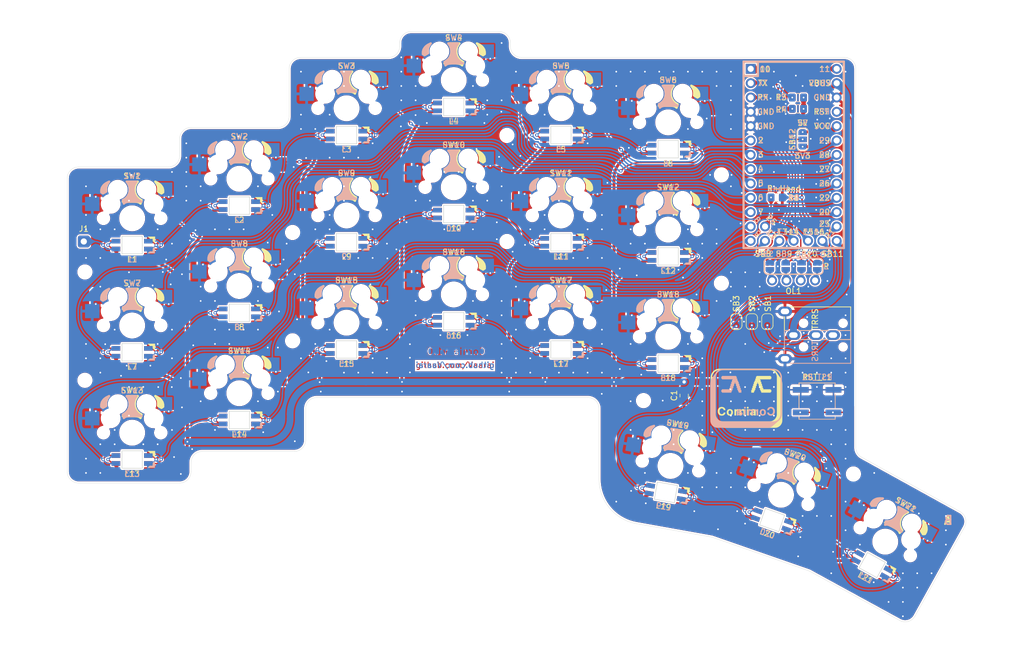
<source format=kicad_pcb>
(kicad_pcb (version 20240108) (generator "pcbnew") (generator_version "8.0")
  (layers (0 "F.Cu" jumper) (31 "B.Cu" power) (34 "B.Paste" user) (35 "F.Paste" user) (36 "B.SilkS" user "B.Silkscreen") (37 "F.SilkS" user "F.Silkscreen") (38 "B.Mask" user) (39 "F.Mask" user) (44 "Edge.Cuts" user))
  (property "cornia_version" "v1.0")
  (net 0 "")
  (net 1 "/TX")
  (net 2 "Net-(SB1-B)")
  (net 3 "/RX_LED")
  (net 4 "/LED")
  (net 5 "GND")
  (net 6 "Net-(J1-Pin_1)")
  (net 7 "VBUS")
  (net 8 "/SDA")
  (net 9 "Net-(L10-DIN)")
  (net 10 "Net-(L10-DOUT)")
  (net 11 "/In_SW1")
  (net 12 "/In_SW2")
  (net 13 "/In_SW3")
  (net 14 "/In_SW4")
  (net 15 "/In_SW5")
  (net 16 "/In_SW6")
  (net 17 "/In_SW7")
  (net 18 "/In_SW8")
  (net 19 "/In_SW9")
  (net 20 "/In_SW10")
  (net 21 "/In_SW11")
  (net 22 "/In_SW12")
  (net 23 "/In_SW13")
  (net 24 "/In_SW14")
  (net 25 "/In_SW15")
  (net 26 "/In_SW16")
  (net 27 "/In_SW17")
  (net 28 "/In_SW18")
  (net 29 "/In_SW19")
  (net 30 "/In_SW20")
  (net 31 "/In_SW21")
  (net 32 "/RST")
  (net 33 "VI2C")
  (net 34 "Net-(SB2-B)")
  (net 35 "/SCL")
  (net 36 "Net-(L1-DIN)")
  (net 37 "Net-(L2-DIN)")
  (net 38 "Net-(L3-DIN)")
  (net 39 "Net-(L4-DIN)")
  (net 40 "Net-(L5-DIN)")
  (net 41 "Net-(L6-DIN)")
  (net 42 "Net-(L7-DIN)")
  (net 43 "Net-(L8-DIN)")
  (net 44 "Net-(L11-DIN)")
  (net 45 "Net-(L12-DIN)")
  (net 46 "Net-(L13-DIN)")
  (net 47 "Net-(L14-DIN)")
  (net 48 "Net-(L15-DIN)")
  (net 49 "Net-(L16-DIN)")
  (net 50 "Net-(L17-DIN)")
  (net 51 "Net-(L18-DIN)")
  (net 52 "Net-(L19-DIN)")
  (net 53 "Net-(L20-DIN)")
  (net 54 "Net-(OL1-GND)")
  (net 55 "Net-(OL1-SDA)")
  (net 56 "Net-(OL1-VCC)")
  (net 57 "Net-(OL1-SCL)")
  (net 58 "/Handedness")
  (net 59 "VCC")
  (footprint "cornia-footprints:SolderJumper-2_Open_NoSilk" (layer "F.Cu") (at 146 63.2 -90)
    (property "Reference" "SB9")
    (property "Value" "SB")
  )
  (footprint "cornia-footprints:keyswitch_cherrymx_hotswap_reversible_1u" (layer "F.Cu") (at 30.1686 92.68875)
    (property "Reference" "SW13")
    (property "Value" "SW_Push" (hide yes))
  )
  (footprint "cornia-footprints:keyswitch_cherrymx_hotswap_reversible_1u" (layer "F.Cu") (at 125.1686 75.68875)
    (property "Reference" "SW18")
    (property "Value" "SW_Push" (hide yes))
  )
  (footprint "cornia-footprints:C_0805" (layer "F.Cu") (at 128 86.104528 -90)
    (property "Reference" "C1")
    (property "Value" "1uF")
  )
  (footprint "cornia-footprints:YS-SK6812MINI-E" (layer "F.Cu") (at 30.1686 78.43875 180)
    (property "Reference" "L7")
    (property "Value" "SK6812MINI" (hide yes))
    (fp_line (start 1.8 1.55) (end 1.8 -1.55) (stroke (width 0.1)) (layer "Edge.Cuts"))
    (fp_line (start 1.8 -1.55) (end -1.8 -1.55) (stroke (width 0.1)) (layer "Edge.Cuts"))
    (fp_line (start -1.8 1.55) (end 1.8 1.55) (stroke (width 0.1)) (layer "Edge.Cuts"))
    (fp_line (start -1.8 -1.55) (end -1.8 1.55) (stroke (width 0.1)) (layer "Edge.Cuts"))
  )
  (footprint "cornia-footprints:keyswitch_cherrymx_hotswap_reversible_1u" (layer "F.Cu") (at 30.1686 73.68875)
    (property "Reference" "SW7")
    (property "Value" "SW_Push" (hide yes))
  )
  (footprint "cornia-footprints:SW_SMD_4x4mm" (layer "F.Cu") (at 151.5686 87.08875 180)
    (property "Reference" "RST_L1")
    (property "Value" "SW_RST")
  )
  (footprint "cornia-footprints:MountingHole_2.2mm_M2_no_annular" (layer "F.Cu") (at 134.6 66.2)
    (property "Reference" "H8" (hide yes))
    (property "Value" "Hole")
  )
  (footprint "cornia-footprints:YS-SK6812MINI-E" (layer "F.Cu") (at 161.333579 116.151987 150.97)
    (property "Reference" "L21")
    (property "Value" "SK6812MINI" (hide yes))
    (fp_line (start 1.8 -1.55) (end -1.8 -1.55) (stroke (width 0.1)) (layer "Edge.Cuts"))
    (fp_line (start 1.8 1.55) (end 1.8 -1.55) (stroke (width 0.1)) (layer "Edge.Cuts"))
    (fp_line (start -1.8 -1.55) (end -1.8 1.55) (stroke (width 0.1)) (layer "Edge.Cuts"))
    (fp_line (start -1.8 1.55) (end 1.8 1.55) (stroke (width 0.1)) (layer "Edge.Cuts"))
  )
  (footprint "cornia-footprints:SolderJumper-2_Open_NoSilk" (layer "F.Cu") (at 148.8 63.2 -90)
    (property "Reference" "SB10")
    (property "Value" "SB")
  )
  (footprint "cornia-footprints:YS-SK6812MINI-E" (layer "F.Cu") (at 49.1686 52.43875 180)
    (property "Reference" "L2")
    (property "Value" "SK6812MINI" (hide yes))
    (fp_line (start 1.8 1.55) (end 1.8 -1.55) (stroke (width 0.1)) (layer "Edge.Cuts"))
    (fp_line (start 1.8 -1.55) (end -1.8 -1.55) (stroke (width 0.1)) (layer "Edge.Cuts"))
    (fp_line (start -1.8 1.55) (end 1.8 1.55) (stroke (width 0.1)) (layer "Edge.Cuts"))
    (fp_line (start -1.8 -1.55) (end -1.8 1.55) (stroke (width 0.1)) (layer "Edge.Cuts"))
  )
  (footprint "cornia-footprints:keyswitch_cherrymx_hotswap_reversible_1u" (layer "F.Cu") (at 163.6386 111.99875 -29.03)
    (property "Reference" "SW21")
    (property "Value" "SW_Push" (hide yes))
  )
  (footprint "cornia-footprints:YS-SK6812MINI-E" (layer "F.Cu") (at 106.1686 77.93875 180)
    (property "Reference" "L17")
    (property "Value" "SK6812MINI" (hide yes))
    (fp_line (start 1.8 1.55) (end 1.8 -1.55) (stroke (width 0.1)) (layer "Edge.Cuts"))
    (fp_line (start 1.8 -1.55) (end -1.8 -1.55) (stroke (width 0.1)) (layer "Edge.Cuts"))
    (fp_line (start -1.8 1.55) (end 1.8 1.55) (stroke (width 0.1)) (layer "Edge.Cuts"))
    (fp_line (start -1.8 -1.55) (end -1.8 1.55) (stroke (width 0.1)) (layer "Edge.Cuts"))
  )
  (footprint "cornia-footprints:SolderJumper-2_Bridged" (layer "F.Cu") (at 137.25 73 -90)
    (property "Reference" "SB3")
    (property "Value" "SB")
  )
  (footprint "cornia-footprints:MountingHole_2.2mm_M2_no_annular" (layer "F.Cu") (at 120.8 87)
    (property "Reference" "H9" (hide yes))
    (property "Value" "Hole")
  )
  (footprint "cornia-footprints:1Pin" (layer "F.Cu") (at 21.6 58.8)
    (property "Reference" "J1")
    (property "Value" "Conn_01x01_Pin")
  )
  (footprint "cornia-footprints:SolderJumper-3_I2C" (layer "F.Cu") (at 149 40.7 90)
    (property "Reference" "SB12")
    (property "Value" "SolderJumper_3_Open")
  )
  (footprint "cornia-footprints:YS-SK6812MINI-E" (layer "F.Cu") (at 87.1686 72.93875 180)
    (property "Reference" "L16")
    (property "Value" "SK6812MINI" (hide yes))
    (fp_line (start 1.8 1.55) (end 1.8 -1.55) (stroke (width 0.1)) (layer "Edge.Cuts"))
    (fp_line (start 1.8 -1.55) (end -1.8 -1.55) (stroke (width 0.1)) (layer "Edge.Cuts"))
    (fp_line (start -1.8 1.55) (end 1.8 1.55) (stroke (width 0.1)) (layer "Edge.Cuts"))
    (fp_line (start -1.8 -1.55) (end -1.8 1.55) (stroke (width 0.1)) (layer "Edge.Cuts"))
  )
  (footprint "cornia-footprints:YS-SK6812MINI-E" (layer "F.Cu") (at 125.1686 42.43875 180)
    (property "Reference" "L6")
    (property "Value" "SK6812MINI" (hide yes))
    (fp_line (start 1.8 1.55) (end 1.8 -1.55) (stroke (width 0.1)) (layer "Edge.Cuts"))
    (fp_line (start 1.8 -1.55) (end -1.8 -1.55) (stroke (width 0.1)) (layer "Edge.Cuts"))
    (fp_line (start -1.8 1.55) (end 1.8 1.55) (stroke (width 0.1)) (layer "Edge.Cuts"))
    (fp_line (start -1.8 -1.55) (end -1.8 1.55) (stroke (width 0.1)) (layer "Edge.Cuts"))
  )
  (footprint "cornia-footprints:YS-SK6812MINI-E" (layer "F.Cu") (at 124.767654 103.259014 170.17)
    (property "Reference" "L19")
    (property "Value" "SK6812MINI" (hide yes))
    (fp_line (start 1.8 -1.55) (end -1.8 -1.55) (stroke (width 0.1)) (layer "Edge.Cuts"))
    (fp_line (start 1.8 1.55) (end 1.8 -1.55) (stroke (width 0.1)) (layer "Edge.Cuts"))
    (fp_line (start -1.8 -1.55) (end -1.8 1.55) (stroke (width 0.1)) (layer "Edge.Cuts"))
    (fp_line (start -1.8 1.55) (end 1.8 1.55) (stroke (width 0.1)) (layer "Edge.Cuts"))
  )
  (footprint "cornia-footprints:keyswitch_cherrymx_hotswap_reversible_1u" (layer "F.Cu") (at 87.1686 30.18875)
    (property "Reference" "SW4")
    (property "Value" "SW_Push" (hide yes))
  )
  (footprint "cornia-footprints:MountingHole_2.2mm_M2_no_annular" (layer "F.Cu") (at 96.6 40)
    (property "Reference" "H5" (hide yes))
    (property "Value" "Hole")
  )
  (footprint "cornia-footprints:YS-SK6812MINI-E" (layer "F.Cu") (at 68.1686 58.93875 180)
    (property "Reference" "L9")
    (property "Value" "SK6812MINI" (hide yes))
    (fp_line (start 1.8 1.55) (end 1.8 -1.55) (stroke (width 0.1)) (layer "Edge.Cuts"))
    (fp_line (start 1.8 -1.55) (end -1.8 -1.55) (stroke (width 0.1)) (layer "Edge.Cuts"))
    (fp_line (start -1.8 1.55) (end 1.8 1.55) (stroke (width 0.1)) (layer "Edge.Cuts"))
    (fp_line (start -1.8 -1.55) (end -1.8 1.55) (stroke (width 0.1)) (layer "Edge.Cuts"))
  )
  (footprint "cornia-footprints:keyswitch_cherrymx_hotswap_reversible_1u" (layer "F.Cu") (at 145.1686 103.68875 -19.43)
    (property "Reference" "SW20")
    (property "Value" "SW_Push" (hide yes))
  )
  (footprint "cornia-footprints:keyswitch_cherrymx_hotswap_reversible_1u" (layer "F.Cu") (at 68.1686 35.18875)
    (property "Reference" "SW3")
    (property "Value" "SW_Push" (hide yes))
  )
  (footprint "cornia-footprints:keyswitch_cherrymx_hotswap_reversible_1u" (layer "F.Cu") (at 87.1686 68.18875)
    (property "Reference" "SW16")
    (property "Value" "SW_Push" (hide yes))
  )
  (footprint "cornia-footprints:MountingHole_2.2mm_M2_no_annular" (layer "F.Cu") (at 58.6 57.2)
    (property "Reference" "H3" (hide yes))
    (property "Value" "Hole")
  )
  (footprint "cornia-footprints:OLED" (layer "F.Cu") (at 147.3986 65.70875)
    (property "Reference" "OL1")
    (property "Value" "OLED" (hide yes))
  )
  (footprint "cornia-footprints:keyswitch_cherrymx_hotswap_reversible_1u" (layer "F.Cu") (at 49.1686 85.68875)
    (property "Reference" "SW14")
    (property "Value" "SW_Push" (hide yes))
  )
  (footprint "cornia-footprints:TRRS_PJ-320A" (layer "F.Cu") (at 157.6686 73.28875 -90)
    (property "Reference" "U2")
    (property "Value" "TRRS" (hide yes))
  )
  (footprint "cornia-footprints:SolderJumper-2_Open" (layer "F.Cu") (at 140 73 -90)
    (property "Reference" "SB2")
    (property "Value" "SB")
  )
  (footprint "cornia-footprints:YS-SK6812MINI-E" (layer "F.Cu") (at 87.1686 53.93875 180)
    (property "Reference" "L10")
    (property "Value" "SK6812MINI" (hide yes))
    (fp_line (start 1.8 1.55) (end 1.8 -1.55) (stroke (width 0.1)) (layer "Edge.Cuts"))
    (fp_line (start 1.8 -1.55) (end -1.8 -1.55) (stroke (width 0.1)) (layer "Edge.Cuts"))
    (fp_line (start -1.8 1.55) (end 1.8 1.55) (stroke (width 0.1)) (layer "Edge.Cuts"))
    (fp_line (start -1.8 -1.55) (end -1.8 1.55) (stroke (width 0.1)) (layer "Edge.Cuts"))
  )
  (footprint "cornia-footprints:keyswitch_cherrymx_hotswap_reversible_1u" (layer "F.Cu") (at 125.1686 37.68875)
    (property "Reference" "SW6")
    (property "Value" "SW_Push" (hide yes))
  )
  (footprint "cornia-footprints:MountingHole_2.2mm_M2_no_annular" (layer "F.Cu") (at 158 100)
    (property "Reference" "H10" (hide yes))
    (property "Value" "Hole")
  )
  (footprint "cornia-footprints:MountingHole_2.2mm_M2_no_annular" (layer "F.Cu") (at 134.6 47)
    (property "Reference" "H7" (hide yes))
    (property "Value" "Hole")
  )
  (footprint "cornia-footprints:YS-SK6812MINI-E" (layer "F.Cu") (at 125.1686 80.43875 180)
    (property "Reference" "L18")
    (property "Value" "SK6812MINI" (hide yes))
    (fp_line (start 1.8 1.55) (end 1.8 -1.55) (stroke (width 0.1)) (layer "Edge.Cuts"))
    (fp_line (start 1.8 -1.55) (end -1.8 -1.55) (stroke (width 0.1)) (layer "Edge.Cuts"))
    (fp_line (start -1.8 1.55) (end 1.8 1.55) (stroke (width 0.1)) (layer "Edge.Cuts"))
    (fp_line (start -1.8 -1.55) (end -1.8 1.55) (stroke (width 0.1)) (layer "Edge.Cuts"))
  )
  (footprint "cornia-footprints:MountingHole_2.2mm_M2_no_annular" (layer "F.Cu") (at 21.8 83.4)
    (property "Reference" "H2" (hide yes))
    (property "Value" "Hole")
  )
  (footprint "cornia-footprints:YS-SK6812MINI-E" (layer "F.Cu") (at 143.588489 108.168231 160.57)
    (property "Reference" "L20")
    (property "Value" "SK6812MINI" (hide yes))
    (fp_line (start 1.8 -1.55) (end -1.8 -1.55) (stroke (width 0.1)) (layer "Edge.Cuts"))
    (fp_line (start 1.8 1.55) (end 1.8 -1.55) (stroke (width 0.1)) (layer "Edge.Cuts"))
    (fp_line (start -1.8 -1.55) (end -1.8 1.55) (stroke (width 0.1)) (layer "Edge.Cuts"))
    (fp_line (start -1.8 1.55) (end 1.8 1.55) (stroke (width 0.1)) (layer "Edge.Cuts"))
  )
  (footprint "cornia-footprints:YS-SK6812MINI-E" (layer "F.Cu") (at 68.1686 77.93875 180)
    (property "Reference" "L15")
    (property "Value" "SK6812MINI" (hide yes))
    (fp_line (start 1.8 1.55) (end 1.8 -1.55) (stroke (width 0.1)) (layer "Edge.Cuts"))
    (fp_line (start 1.8 -1.55) (end -1.8 -1.55) (stroke (width 0.1)) (layer "Edge.Cuts"))
    (fp_line (start -1.8 1.55) (end 1.8 1.55) (stroke (width 0.1)) (layer "Edge.Cuts"))
    (fp_line (start -1.8 -1.55) (end -1.8 1.55) (stroke (width 0.1)) (layer "Edge.Cuts"))
  )
  (footprint "cornia-footprints:R_0805" (layer "F.Cu") (at 148.1686 33.28875 180)
    (property "Reference" "R3")
    (property "Value" "2.2k")
  )
  (footprint "cornia-footprints:keyswitch_cherrymx_hotswap_reversible_1u" (layer "F.Cu") (at 68.1686 54.18875)
    (property "Reference" "SW9")
    (property "Value" "SW_Push" (hide yes))
  )
  (footprint "cornia-footprints:keyswitch_cherrymx_hotswap_reversible_1u" (layer "F.Cu") (at 106.1686 73.18875)
    (property "Reference" "SW17")
    (property "Value" "SW_Push" (hide yes))
  )
  (footprint "cornia-footprints:YS-SK6812MINI-E" (layer "F.Cu") (at 68.1686 39.93875 180)
    (property "Reference" "L3")
    (property "Value" "SK6812MINI" (hide yes))
    (fp_line (start 1.8 1.55) (end 1.8 -1.55) (stroke (width 0.1)) (layer "Edge.Cuts"))
    (fp_line (start 1.8 -1.55) (end -1.8 -1.55) (stroke (width 0.1)) (layer "Edge.Cuts"))
    (fp_line (start -1.8 1.55) (end 1.8 1.55) (stroke (width 0.1)) (layer "Edge.Cuts"))
    (fp_line (start -1.8 -1.55) (end -1.8 1.55) (stroke (width 0.1)) (layer "Edge.Cuts"))
  )
  (footprint "cornia-footprints:keyswitch_cherrymx_hotswap_reversible_1u" (layer "F.Cu") (at 106.1686 35.18875)
    (property "Reference" "SW5")
    (property "Value" "SW_Push" (hide yes))
  )
  (footprint "cornia-footprints:keyswitch_cherrymx_hotswap_reversible_1u" (layer "F.Cu") (at 125.5786 98.57875 -9.829)
    (property "Reference" "SW19")
    (property "Value" "SW_Push" (hide yes))
  )
  (footprint "cornia-footprints:keyswitch_cherrymx_hotswap_reversible_1u" (layer "F.Cu") (at 125.1686 56.68875)
    (property "Reference" "SW12")
    (property "Value" "SW_Push" (hide yes))
  )
  (footprint "cornia-footprints:keyswitch_cherrymx_hotswap_reversible_1u" (layer "F.Cu") (at 30.1686 54.68875)
    (property "Reference" "SW1")
    (property "Value" "SW_Push" (hide yes))
  )
  (footprint "cornia-footprints:SolderJumper-2_Bridged" (layer "F.Cu") (at 142.75 73 -90)
    (property "Reference" "SB1")
    (property "Value" "SB")
  )
  (footprint "cornia-footprints:YS-SK6812MINI-E" (layer "F.Cu") (at 106.1686 58.93875 180)
    (property "Reference" "L11")
    (property "Value" "SK6812MINI" (hide yes))
    (fp_line (start 1.8 1.55) (end 1.8 -1.55) (stroke (width 0.1)) (layer "Edge.Cuts"))
    (fp_line (start 1.8 -1.55) (end -1.8 -1.55) (stroke (width 0.1)) (layer "Edge.Cuts"))
    (fp_line (start -1.8 1.55) (end 1.8 1.55) (stroke (width 0.1)) (layer "Edge.Cuts"))
    (fp_line (start -1.8 -1.55) (end -1.8 1.55) (stroke (width 0.1)) (layer "Edge.Cuts"))
  )
  (footprint "cornia-footprints:keyswitch_cherrymx_hotswap_reversible_1u" (layer "F.Cu") (at 49.1686 66.68875)
    (property "Reference" "SW8")
    (property "Value" "SW_Push" (hide yes))
  )
  (footprint "cornia-footprints:YS-SK6812MINI-E" (layer "F.Cu") (at 106.1686 39.93875 180)
    (property "Reference" "L5")
    (property "Value" "SK6812MINI" (hide yes))
    (fp_line (start 1.8 1.55) (end 1.8 -1.55) (stroke (width 0.1)) (layer "Edge.Cuts"))
    (fp_line (start 1.8 -1.55) (end -1.8 -1.55) (stroke (width 0.1)) (layer "Edge.Cuts"))
    (fp_line (start -1.8 1.55) (end 1.8 1.55) (stroke (width 0.1)) (layer "Edge.Cuts"))
    (fp_line (start -1.8 -1.55) (end -1.8 1.55) (stroke (width 0.1)) (layer "Edge.Cuts"))
  )
  (footprint "cornia-footprints:MountingHole_2.2mm_M2_no_annular" (layer "F.Cu") (at 58.6 76.4)
    (property "Reference" "H4" (hide yes))
    (property "Value" "Hole")
  )
  (footprint "cornia-footprints:YS-SK6812MINI-E" (layer "F.Cu") (at 125.1686 61.43875 180)
    (property "Reference" "L12")
    (property "Value" "SK6812MINI" (hide yes))
    (fp_line (start 1.8 1.55) (end 1.8 -1.55) (stroke (width 0.1)) (layer "Edge.Cuts"))
    (fp_line (start 1.8 -1.55) (end -1.8 -1.55) (stroke (width 0.1)) (layer "Edge.Cuts"))
    (fp_line (start -1.8 1.55) (end 1.8 1.55) (stroke (width 0.1)) (layer "Edge.Cuts"))
    (fp_line (start -1.8 -1.55) (end -1.8 1.55) (stroke (width 0.1)) (layer "Edge.Cuts"))
  )
  (footprint "cornia-footprints:keyswitch_cherrymx_hotswap_reversible_1u" (layer "F.Cu") (at 49.1686 47.68875)
    (property "Reference" "SW2")
    (property "Value" "SW_Push" (hide yes))
  )
  (footprint "cornia-footprints:YS-SK6812MINI-E" (layer "F.Cu") (at 30.1686 97.43875 180)
    (property "Reference" "L13")
    (property "Value" "SK6812MINI" (hide yes))
    (fp_line (start 1.8 1.55) (end 1.8 -1.55) (stroke (width 0.1)) (layer "Edge.Cuts"))
    (fp_line (start 1.8 -1.55) (end -1.8 -1.55) (stroke (width 0.1)) (layer "Edge.Cuts"))
    (fp_line (start -1.8 1.55) (end 1.8 1.55) (stroke (width 0.1)) (layer "Edge.Cuts"))
    (fp_line (start -1.8 -1.55) (end -1.8 1.55) (stroke (width 0.1)) (layer "Edge.Cuts"))
  )
  (footprint "cornia-footprints:YS-SK6812MINI-E" (layer "F.Cu") (at 49.1686 90.43875 180)
    (property "Reference" "L14")
    (property "Value" "SK6812MINI" (hide yes))
    (fp_line (start 1.8 1.55) (end 1.8 -1.55) (stroke (width 0.1)) (layer "Edge.Cuts"))
    (fp_line (start 1.8 -1.55) (end -1.8 -1.55) (stroke (width 0.1)) (layer "Edge.Cuts"))
    (fp_line (start -1.8 1.55) (end 1.8 1.55) (stroke (width 0.1)) (layer "Edge.Cuts"))
    (fp_line (start -1.8 -1.55) (end -1.8 1.55) (stroke (width 0.1)) (layer "Edge.Cuts"))
  )
  (footprint "cornia-footprints:YS-SK6812MINI-E" (layer "F.Cu") (at 49.1686 71.43875 180)
    (property "Reference" "L8")
    (property "Value" "SK6812MINI" (hide yes))
    (fp_line (start 1.8 1.55) (end 1.8 -1.55) (stroke (width 0.1)) (layer "Edge.Cuts"))
    (fp_line (start 1.8 -1.55) (end -1.8 -1.55) (stroke (width 0.1)) (layer "Edge.Cuts"))
    (fp_line (start -1.8 1.55) (end 1.8 1.55) (stroke (width 0.1)) (layer "Edge.Cuts"))
    (fp_line (start -1.8 -1.55) (end -1.8 1.55) (stroke (width 0.1)) (layer "Edge.Cuts"))
  )
  (footprint "cornia-footprints:MountingHole_2.2mm_M2_no_annular" (layer "F.Cu") (at 96.6 58.8)
    (property "Reference" "H6" (hide yes))
    (property "Value" "Hole")
  )
  (footprint "cornia-footprints:keyswitch_cherrymx_hotswap_reversible_1u" (layer "F.Cu") (at 68.1686 73.18875)
    (property "Reference" "SW15")
    (property "Value" "SW_Push" (hide yes))
  )
  (footprint "cornia-footprints:R_0805" (layer "F.Cu") (at 148.1686 35.28875 180)
    (property "Reference" "R4")
    (property "Value" "2.2k")
  )
  (footprint "cornia-footprints:YS-SK6812MINI-E" (layer "F.Cu") (at 30.1686 59.43875 180)
    (property "Reference" "L1")
    (property "Value" "SK6812MINI" (hide yes))
    (fp_line (start 1.8 1.55) (end 1.8 -1.55) (stroke (width 0.1)) (layer "Edge.Cuts"))
    (fp_line (start 1.8 -1.55) (end -1.8 -1.55) (stroke (width 0.1)) (layer "Edge.Cuts"))
    (fp_line (start -1.8 1.55) (end 1.8 1.55) (stroke (width 0.1)) (layer "Edge.Cuts"))
    (fp_line (start -1.8 -1.55) (end -1.8 1.55) (stroke (width 0.1)) (layer "Edge.Cuts"))
  )
  (footprint "cornia-footprints:RP2040-ProMicro" (layer "F.Cu") (at 147.4186 44.70875 -90)
    (property "Reference" "U1" (hide yes))
    (property "Value" "RP2040-ProMicro" (hide yes))
  )
  (footprint "cornia-footprints:keyswitch_cherrymx_hotswap_reversible_1u" (layer "F.Cu") (at 106.1686 54.18875)
    (property "Reference" "SW11")
    (property "Value" "SW_Push" (hide yes))
  )
  (footprint "cornia-footprints:YS-SK6812MINI-E" (layer "F.Cu") (at 87.1686 34.93875 180)
    (property "Reference" "L4")
    (property "Value" "SK6812MINI" (hide yes))
    (fp_line (start 1.8 1.55) (end 1.8 -1.55) (stroke (width 0.1)) (layer "Edge.Cuts"))
    (fp_line (start 1.8 -1.55) (end -1.8 -1.55) (stroke (width 0.1)) (layer "Edge.Cuts"))
    (fp_line (start -1.8 1.55) (end 1.8 1.55) (stroke (width 0.1)) (layer "Edge.Cuts"))
    (fp_line (start -1.8 -1.55) (end -1.8 1.55) (stroke (width 0.1)) (layer "Edge.Cuts"))
  )
  (footprint "cornia-footprints:R_0805" (layer "F.Cu") (at 144.4 51)
    (property "Reference" "R6")
    (property "Value" "2.2k")
  )
  (footprint "cornia-footprints:keyswitch_cherrymx_hotswap_reversible_1u" (layer "F.Cu") (at 87.1686 49.18875)
    (property "Reference" "SW10")
    (property "Value" "SW_Push" (hide yes))
  )
  (footprint "cornia-footprints:MountingHole_2.2mm_M2_no_annular" (layer "F.Cu") (at 21.8 64.2)
    (property "Reference" "H1" (hide yes))
    (property "Value" "Hole")
  )
  (footprint "cornia-footprints:SolderJumper-2_Open_NoSilk" (layer "F.Cu") (at 143.2 63.2 -90)
    (property "Reference" "SB8")
    (property "Value" "SB")
  )
  (footprint "cornia-footprints:SolderJumper-2_Open_NoSilk" (layer "F.Cu") (at 151.6 63.2 -90)
    (property "Reference" "SB11")
    (property "Value" "SB")
  )
  (footprint "cornia-footprints:SolderJumper-2_Open_NoSilk" (layer "B.Cu") (at 143.2 63.2 -90)
    (property "Reference" "SB4")
    (property "Value" "SB")
  )
  (footprint "cornia-footprints:R_0805" (layer "B.Cu") (at 144.4 51 180)
    (property "Reference" "R5")
    (property "Value" "2.2k")
  )
  (footprint "cornia-footprints:R_0805" (layer "B.Cu") (at 148.1686 35.28875 180)
    (property "Reference" "R2")
    (property "Value" "2.2k")
  )
  (footprint "cornia-footprints:SolderJumper-2_Open_NoSilk" (layer "B.Cu") (at 146 63.2 -90)
    (property "Reference" "SB5")
    (property "Value" "SB")
  )
  (footprint "cornia-footprints:SolderJumper-2_Open_NoSilk" (layer "B.Cu") (at 151.6 63.2 -90)
    (property "Reference" "SB7")
    (property "Value" "SB")
  )
  (footprint "cornia-footprints:SolderJumper-3_I2C" (layer "B.Cu") (at 149 40.7 90)
    (property "Reference" "SB13")
    (property "Value" "SolderJumper_3_Open")
  )
  (footprint "cornia-footprints:R_0805" (layer "B.Cu") (at 148.1686 33.28875 180)
    (property "Reference" "R1")
    (property "Value" "2.2k")
  )
  (footprint "cornia-footprints:SolderJumper-2_Open_NoSilk" (layer "B.Cu") (at 148.8 63.2 -90)
    (property "Reference" "SB6")
    (property "Value" "SB")
  )
  (footprint "cornia-footprints:SW_SMD_4x4mm" (layer "B.Cu") (at 151.5686 87.08875)
    (property "Reference" "RST_R1")
    (property "Value" "SW_RST")
  )
  (gr_line (start 152 64.6) (end 142.8 64.6) (stroke (width 0.2)) (layer "B.SilkS"))
  (gr_arc (start 152.6 64) (mid 152.424264 64.424264) (end 152 64.6) (stroke (width 0.2)) (layer "B.SilkS"))
  (gr_line (start 142.2 62.4) (end 142.2 64) (stroke (width 0.2)) (layer "B.SilkS"))
  (gr_poly (pts (xy 141.917519 88.504686) (xy 141.882595 88.506549) (xy 141.848067 88.510279) (xy 141.814013 88.515911) (xy 141.780515 88.523477) (xy 141.747654 88.533011) (xy 141.71551 88.544546) (xy 141.684164 88.558116) (xy 141.653697 88.573754) (xy 141.62419 88.591493) (xy 141.595723 88.611367) (xy 141.568377 88.633409) (xy 141.542233 88.657652) (xy 141.517371 88.68413) (xy 141.500812 88.704389) (xy 141.485424 88.725956) (xy 141.471205 88.74874) (xy 141.458152 88.77265) (xy 141.446264 88.797595) (xy 141.435539 88.823484) (xy 141.425975 88.850225) (xy 141.417569 88.877729) (xy 141.404226 88.934655) (xy 141.395494 88.993535) (xy 141.391358 89.053639) (xy 141.3918 89.114237) (xy 141.396805 89.174601) (xy 141.406358 89.234002) (xy 141.420441 89.291711) (xy 141.43904 89.346999) (xy 141.450028 89.373507) (xy 141.462138 89.399136) (xy 141.475369 89.423796) (xy 141.489719 89.447395) (xy 141.505185 89.469841) (xy 141.521766 89.491045) (xy 141.539461 89.510914) (xy 141.558265 89.529358) (xy 141.582216 89.549894) (xy 141.606542 89.568183) (xy 141.631249 89.584349) (xy 141.656344 89.598516) (xy 141.681833 89.610808) (xy 141.707722 89.62135) (xy 141.734017 89.630265) (xy 141.760724 89.637678) (xy 141.787851 89.643713) (xy 141.815402 89.648494) (xy 141.843385 89.652144) (xy 141.871804 89.65479) (xy 141.900668 89.656553) (xy 141.929981 89.65756) (xy 141.98998 89.657797) (xy 142.025001 89.656177) (xy 142.059566 89.652181) (xy 142.093559 89.645865) (xy 142.126867 89.637286) (xy 142.159373 89.626501) (xy 142.190962 89.613565) (xy 142.221521 89.598536) (xy 142.250934 89.58147) (xy 142.279085 89.562423) (xy 142.305861 89.541453) (xy 142.331145 89.518615) (xy 142.354824 89.493967) (xy 142.376781 89.467564) (xy 142.396903 89.439464) (xy 142.415074 89.409723) (xy 142.431178 89.378397) (xy 142.439801 89.358941) (xy 142.447593 89.339227) (xy 142.454592 89.319276) (xy 142.460832 89.29911) (xy 142.466349 89.27875) (xy 142.471179 89.258218) (xy 142.475358 89.237537) (xy 142.47892 89.216726) (xy 142.481902 89.195808) (xy 142.484339 89.174805) (xy 142.486267 89.153738) (xy 142.487721 89.132628) (xy 142.489351 89.090368) (xy 142.489398 89.078201) (xy 142.184775 89.078201) (xy 142.184435 89.111455) (xy 142.182407 89.144006) (xy 142.178747 89.175488) (xy 142.173513 89.205535) (xy 142.166763 89.233783) (xy 142.158552 89.259864) (xy 142.150019 89.28156) (xy 142.140396 89.302059) (xy 142.13518 89.311839) (xy 142.129694 89.321295) (xy 142.123941 89.330418) (xy 142.117923 89.339202) (xy 142.111639 89.347636) (xy 142.105091 89.355713) (xy 142.098281 89.363426) (xy 142.09121 89.370764) (xy 142.083879 89.377721) (xy 142.076289 89.384288) (xy 142.068442 89.390457) (xy 142.060339 89.396219) (xy 142.05198 89.401567) (xy 142.043368 89.406491) (xy 142.034503 89.410984) (xy 142.025387 89.415038) (xy 142.016021 89.418644) (xy 142.006406 89.421794) (xy 141.996544 89.42448) (xy 141.986435 89.426694) (xy 141.976081 89.428426) (xy 141.965484 89.42967) (xy 141.954644 89.430417) (xy 141.943562 89.430658) (xy 141.93224 89.430385) (xy 141.92068 89.429591) (xy 141.908882 89.428266) (xy 141.896847 89.426403) (xy 141.88754 89.424564) (xy 141.878506 89.422355) (xy 141.869742 89.419787) (xy 141.861245 89.416871) (xy 141.853011 89.413615) (xy 141.845036 89.41003) (xy 141.837317 89.406126) (xy 141.829849 89.401913) (xy 141.822631 89.397402) (xy 141.815657 89.392602) (xy 141.808925 89.387524) (xy 141.802431 89.382177) (xy 141.79617 89.376573) (xy 141.790141 89.37072) (xy 141.784338 89.364629) (xy 141.778758 89.35831) (xy 141.768255 89.345029) (xy 141.758603 89.330958) (xy 141.749771 89.316177) (xy 141.741733 89.300768) (xy 141.734458 89.284812) (xy 141.727919 89.268388) (xy 141.722086 89.251579) (xy 141.716931 89.234464) (xy 141.713602 89.221746) (xy 141.710769 89.209081) (xy 141.708392 89.196458) (xy 141.706436 89.183866) (xy 141.704862 89.171294) (xy 141.703633 89.158732) (xy 141.702712 89.146169) (xy 141.702061 89.133594) (xy 141.701422 89.108364) (xy 141.701417 89.082957) (xy 141.702114 89.031264) (xy 141.7035 89.001068) (xy 141.706932 88.971398) (xy 141.712415 88.942481) (xy 141.719956 88.91454) (xy 141.72956 88.887803) (xy 141.735138 88.874955) (xy 141.741233 88.862493) (xy 141.747848 88.850444) (xy 141.754981 88.838836) (xy 141.762635 88.827698) (xy 141.77081 88.817057) (xy 141.779507 88.806943) (xy 141.788726 88.797382) (xy 141.798468 88.788404) (xy 141.808734 88.780035) (xy 141.819524 88.772306) (xy 141.83084 88.765243) (xy 141.842681 88.758874) (xy 141.85505 88.753229) (xy 141.867945 88.748335) (xy 141.88137 88.74422) (xy 141.895323 88.740912) (xy 141.909805 88.73844) (xy 141.924818 88.736832) (xy 141.940362 88.736115) (xy 141.956438 88.736319) (xy 141.973047 88.737471) (xy 141.988805 88.740822) (xy 141.996359 88.742664) (xy 142.003718 88.744646) (xy 142.010898 88.746791) (xy 142.017916 88.749121) (xy 142.024788 88.751658) (xy 142.031531 88.754425) (xy 142.03816 88.757444) (xy 142.044693 88.760737) (xy 142.051145 88.764327) (xy 142.057534 88.768236) (xy 142.063875 88.772486) (xy 142.070184 88.7771) (xy 142.076479 88.7821) (xy 142.082775 88.787509) (xy 142.092901 88.797195) (xy 142.102455 88.807667) (xy 142.111444 88.818877) (xy 142.119876 88.83078) (xy 142.127757 88.843331) (xy 142.135095 88.856484) (xy 142.141897 88.870193) (xy 142.14817 88.884412) (xy 142.159157 88.914199) (xy 142.168113 88.945478) (xy 142.175096 88.977884) (xy 142.180163 89.01105) (xy 142.18337 89.044611) (xy 142.184775 89.078201) (xy 142.489398 89.078201) (xy 142.489514 89.048197) (xy 142.488876 89.028381) (xy 142.487452 89.008053) (xy 142.485259 88.987315) (xy 142.482319 88.966267) (xy 142.478648 88.945012) (xy 142.474266 88.92365) (xy 142.469193 88.902283) (xy 142.463447 88.881012) (xy 142.457047 88.859939) (xy 142.450012 88.839164) (xy 142.442362 88.818789) (xy 142.434114 88.798916) (xy 142.425288 88.779646) (xy 142.415904 88.761079) (xy 142.405979 88.743318) (xy 142.395534 88.726464) (xy 142.386906 88.713662) (xy 142.378089 88.701363) (xy 142.369081 88.689556) (xy 142.359883 88.678229) (xy 142.350495 88.667372) (xy 142.340915 88.656971) (xy 142.331144 88.647018) (xy 142.321182 88.637499) (xy 142.311028 88.628403) (xy 142.300681 88.61972) (xy 142.279411 88.603545) (xy 142.257368 88.588882) (xy 142.234551 88.575641) (xy 142.210957 88.56373) (xy 142.186583 88.553058) (xy 142.161428 88.543536) (xy 142.135489 88.535071) (xy 142.108764 88.527573) (xy 142.08125 88.520951) (xy 142.052946 88.515114) (xy 142.023847 88.509971) (xy 141.988225 88.506431) (xy 141.952756 88.504658)) (stroke (width 0.008466)) (fill solid) (layer "B.SilkS"))
  (gr_poly (pts (xy 134.708647 82.748997) (xy 134.590114 82.748997) (xy 134.590114 83.113064) (xy 134.708647 83.113064) (xy 134.708647 83.231597) (xy 136.596714 83.231597) (xy 136.596714 83.333197) (xy 136.478181 83.333197) (xy 136.478181 83.688797) (xy 136.359648 83.688797) (xy 136.359648 84.044397) (xy 136.241114 84.044397) (xy 136.241114 84.399997) (xy 136.131047 84.399997) (xy 136.131047 84.755597) (xy 136.012514 84.755597) (xy 136.012514 84.992664) (xy 134.708647 84.992664) (xy 134.708647 85.111197) (xy 134.590114 85.111197) (xy 134.590114 85.466797) (xy 134.708647 85.466797) (xy 134.708647 85.585331) (xy 136.376581 85.585331) (xy 136.376581 85.356731) (xy 136.495114 85.356731) (xy 136.495114 85.119664) (xy 136.60518 85.119664) (xy 136.60518 84.764064) (xy 136.723714 84.764064) (xy 136.723714 84.408464) (xy 136.842247 84.408464) (xy 136.842247 84.052864) (xy 136.96078 84.052864) (xy 136.96078 83.815797) (xy 137.070847 83.815797) (xy 137.070847 84.052864) (xy 137.189381 84.052864) (xy 137.189381 84.408464) (xy 137.307914 84.408464) (xy 137.307914 84.764064) (xy 137.426447 84.764064) (xy 137.426447 85.119664) (xy 137.544981 85.119664) (xy 137.544981 85.356731) (xy 137.663514 85.356731) (xy 137.663514 85.585331) (xy 138.146114 85.585331) (xy 138.146114 85.111197) (xy 138.02758 85.111197) (xy 138.02758 84.755597) (xy 137.909047 84.755597) (xy 137.909047 84.399997) (xy 137.790514 84.399997) (xy 137.790514 84.044397) (xy 137.67198 84.044397) (xy 137.67198 83.688797) (xy 137.553447 83.688797) (xy 137.553447 83.451731) (xy 137.434914 83.451731) (xy 137.434914 83.104597) (xy 137.31638 83.104597) (xy 137.31638 82.748997) (xy 137.197847 82.748997) (xy 137.197847 82.630464) (xy 134.708647 82.630464)) (stroke (width 0.008466)) (fill solid) (layer "B.SilkS"))
  (gr_arc (start 152 61.8) (mid 152.424264 61.975736) (end 152.6 62.4) (stroke (width 0.2)) (layer "B.SilkS"))
  (gr_line (start 142.8 61.8) (end 152 61.8) (stroke (width 0.2)) (layer "B.SilkS"))
  (gr_poly (pts (xy 143.282134 88.124897) (xy 143.214196 88.136121) (xy 143.14803 88.153345) (xy 143.115807 88.164226) (xy 143.084263 88.176632) (xy 143.053475 88.190569) (xy 143.023522 88.206046) (xy 142.994484 88.223071) (xy 142.966437 88.241651) (xy 142.939462 88.261796) (xy 142.913636 88.283513) (xy 142.889037 88.306809) (xy 142.865745 88.331694) (xy 142.843838 88.358174) (xy 142.823394 88.386259) (xy 142.804492 88.415955) (xy 142.787211 88.447272) (xy 142.771628 88.480216) (xy 142.757823 88.514797) (xy 142.749802 88.537683) (xy 142.743142 88.558722) (xy 142.740293 88.568761) (xy 142.73775 88.578592) (xy 142.735501 88.588301) (xy 142.733534 88.597972) (xy 142.731838 88.607689) (xy 142.730401 88.617537) (xy 142.729212 88.627602) (xy 142.728259 88.637967) (xy 142.727531 88.648718) (xy 142.727017 88.659939) (xy 142.726581 88.68413) (xy 143.03138 88.68413) (xy 143.034262 88.661205) (xy 143.038674 88.638976) (xy 143.044549 88.61747) (xy 143.051821 88.596713) (xy 143.060426 88.576733) (xy 143.070298 88.557556) (xy 143.08137 88.539208) (xy 143.093577 88.521717) (xy 143.106854 88.505109) (xy 143.121135 88.48941) (xy 143.136354 88.474648) (xy 143.152445 88.460848) (xy 143.169343 88.448038) (xy 143.186981 88.436244) (xy 143.205296 88.425493) (xy 143.224219 88.415811) (xy 143.243687 88.407226) (xy 143.263633 88.399763) (xy 143.283992 88.39345) (xy 143.304698 88.388312) (xy 143.325684 88.384378) (xy 143.346887 88.381672) (xy 143.368239 88.380223) (xy 143.389675 88.380057) (xy 143.41113 88.3812) (xy 143.432538 88.383678) (xy 143.453832 88.38752) (xy 143.474949 88.39275) (xy 143.495821 88.399397) (xy 143.516383 88.407486) (xy 143.536569 88.417044) (xy 143.556314 88.428099) (xy 143.570314 88.437048) (xy 143.583777 88.446591) (xy 143.596707 88.456704) (xy 143.609112 88.467362) (xy 143.620997 88.47854) (xy 143.632369 88.490214) (xy 143.643233 88.502359) (xy 143.653596 88.514951) (xy 143.663464 88.527965) (xy 143.672842 88.541377) (xy 143.681738 88.555162) (xy 143.690158 88.569295) (xy 143.705591 88.598509) (xy 143.719191 88.628822) (xy 143.731007 88.660038) (xy 143.741089 88.691961) (xy 143.749485 88.724394) (xy 143.756244 88.75714) (xy 143.761415 88.790003) (xy 143.765048 88.822787) (xy 143.767192 88.855295) (xy 143.767896 88.88733) (xy 143.760868 88.96353) (xy 143.757326 88.993393) (xy 143.753004 89.022979) (xy 143.74779 89.052202) (xy 143.741574 89.080978) (xy 143.734241 89.109219) (xy 143.725681 89.136839) (xy 143.71578 89.163754) (xy 143.704427 89.189876) (xy 143.69151 89.21512) (xy 143.676915 89.239401) (xy 143.660532 89.262631) (xy 143.642246 89.284725) (xy 143.621948 89.305598) (xy 143.599523 89.325162) (xy 143.587478 89.334428) (xy 143.57486 89.343333) (xy 143.561655 89.351869) (xy 143.547847 89.360025) (xy 143.528989 89.369842) (xy 143.509623 89.37835) (xy 143.489818 89.385568) (xy 143.469641 89.391514) (xy 143.449162 89.396206) (xy 143.428449 89.399662) (xy 143.407569 89.401902) (xy 143.386591 89.402943) (xy 143.365584 89.402803) (xy 143.344616 89.401501) (xy 143.323755 89.399055) (xy 143.303069 89.395484) (xy 143.282627 89.390806) (xy 143.262497 89.385039) (xy 143.242748 89.378201) (xy 143.223447 89.370311) (xy 143.204663 89.361388) (xy 143.186464 89.351448) (xy 143.168918 89.340512) (xy 143.152095 89.328597) (xy 143.136062 89.315721) (xy 143.120887 89.301903) (xy 143.106639 89.287161) (xy 143.093386 89.271513) (xy 143.081196 89.254978) (xy 143.070138 89.237575) (xy 143.06028 89.21932) (xy 143.05169 89.200234) (xy 143.044437 89.180333) (xy 143.038589 89.159637) (xy 143.034214 89.138163) (xy 143.03138 89.115931) (xy 142.726581 89.115931) (xy 142.726764 89.126965) (xy 142.727129 89.137477) (xy 142.727681 89.147536) (xy 142.728427 89.15721) (xy 142.729374 89.166567) (xy 142.730527 89.175678) (xy 142.731894 89.18461) (xy 142.733481 89.193432) (xy 142.735294 89.202214) (xy 142.737339 89.211024) (xy 142.739624 89.219931) (xy 142.742154 89.229004) (xy 142.747977 89.247923) (xy 142.754859 89.268331) (xy 142.769269 89.305571) (xy 142.785841 89.341108) (xy 142.804496 89.374915) (xy 142.825155 89.406967) (xy 142.847739 89.437239) (xy 142.87217 89.465706) (xy 142.898369 89.492343) (xy 142.926256 89.517124) (xy 142.955754 89.540023) (xy 142.986784 89.561016) (xy 143.019266 89.580077) (xy 143.053123 89.597181) (xy 143.088274 89.612303) (xy 143.124643 89.625417) (xy 143.162149 89.636498) (xy 143.200714 89.64552) (xy 143.220652 89.649352) (xy 143.237441 89.652058) (xy 143.252074 89.653888) (xy 143.265547 89.655088) (xy 143.327714 89.658559) (xy 143.38698 89.66474) (xy 143.405986 89.664402) (xy 143.425887 89.663402) (xy 143.446537 89.661762) (xy 143.467792 89.659502) (xy 143.489506 89.656643) (xy 143.511535 89.653207) (xy 143.533732 89.649214) (xy 143.555954 89.644684) (xy 143.578055 89.63964) (xy 143.599889 89.634102) (xy 143.621312 89.62809) (xy 143.642179 89.621627) (xy 143.662344 89.614733) (xy 143.681663 89.607428) (xy 143.69999 89.599734) (xy 143.71718 89.591672) (xy 143.738932 89.580287) (xy 143.760053 89.568074) (xy 143.780538 89.555062) (xy 143.800384 89.541277) (xy 143.819588 89.526748) (xy 143.838145 89.511503) (xy 143.856052 89.495569) (xy 143.873304 89.478974) (xy 143.889899 89.461747) (xy 143.905832 89.443916) (xy 143.921099 89.425507) (xy 143.935697 89.40655) (xy 143.949622 89.387071) (xy 143.96287 89.367099) (xy 143.975437 89.346662) (xy 143.98732 89.325787) (xy 143.998514 89.304503) (xy 144.009017 89.282838) (xy 144.018823 89.260818) (xy 144.027929 89.238473) (xy 144.044028 89.192916) (xy 144.057282 89.146391) (xy 144.067662 89.09912) (xy 144.075136 89.051326) (xy 144.079675 89.003233) (xy 144.081247 88.955064) (xy 144.081247 88.81113) (xy 144.07904 88.763353) (xy 144.073576 88.715281) (xy 144.064919 88.667217) (xy 144.053135 88.619459) (xy 144.03829 88.572311) (xy 144.020451 88.526072) (xy 143.999682 88.481044) (xy 143.976049 88.437528) (xy 143.949618 88.395825) (xy 143.920455 88.356235) (xy 143.888625 88.31906) (xy 143.854195 88.2846) (xy 143.81723 88.253158) (xy 143.777795 88.225033) (xy 143.757172 88.212309) (xy 143.735957 88.200527) (xy 143.714157 88.189725) (xy 143.69178 88.17994) (xy 143.626406 88.156517) (xy 143.559034 88.138707) (xy 143.490292 88.126577) (xy 143.42081 88.120188) (xy 143.351215 88.119607)) (stroke (width 0.008466)) (fill solid) (layer "B.SilkS"))
  (gr_poly (pts (xy 138.770579 88.0969) (xy 138.760279 88.097515) (xy 138.750218 88.098503) (xy 138.740399 88.099895) (xy 138.730825 88.101722) (xy 138.721501 88.104015) (xy 138.712429 88.106805) (xy 138.703612 88.110122) (xy 138.695055 88.113998) (xy 138.68676 88.118464) (xy 138.67873 88.12355) (xy 138.670969 88.129288) (xy 138.663481 88.135707) (xy 138.656269 88.142839) (xy 138.649335 88.150716) (xy 138.642684 88.159367) (xy 138.636671 88.168319) (xy 138.631357 88.1775) (xy 138.626732 88.186879) (xy 138.622785 88.196425) (xy 138.619508 88.206107) (xy 138.616889 88.215892) (xy 138.614919 88.22575) (xy 138.613588 88.235649) (xy 138.612886 88.245557) (xy 138.612802 88.255444) (xy 138.613327 88.265278) (xy 138.614451 88.275027) (xy 138.616164 88.28466) (xy 138.618456 88.294146) (xy 138.621316 88.303453) (xy 138.624735 88.31255) (xy 138.628702 88.321405) (xy 138.633208 88.329987) (xy 138.638243 88.338265) (xy 138.643797 88.346207) (xy 138.649859 88.353782) (xy 138.65642 88.360958) (xy 138.663469 88.367704) (xy 138.670997 88.373989) (xy 138.678994 88.37978) (xy 138.687449 88.385048) (xy 138.696352 88.38976) (xy 138.705694 88.393884) (xy 138.715465 88.39739) (xy 138.725654 88.400247) (xy 138.736251 88.402422) (xy 138.747247 88.403884) (xy 138.757163 88.404679) (xy 138.766996 88.405112) (xy 138.776734 88.405161) (xy 138.786366 88.404803) (xy 138.79588 88.404017) (xy 138.805263 88.402778) (xy 138.814506 88.401066) (xy 138.823595 88.398857) (xy 138.83252 88.396129) (xy 138.841268 88.39286) (xy 138.849829 88.389027) (xy 138.858189 88.384607) (xy 138.866339 88.37958) (xy 138.874265 88.37392) (xy 138.881957 88.367608) (xy 138.889402 88.360619) (xy 138.895511 88.354108) (xy 138.901157 88.347338) (xy 138.90634 88.340327) (xy 138.911064 88.333096) (xy 138.91533 88.325665) (xy 138.919141 88.318054) (xy 138.922499 88.310283) (xy 138.925406 88.302372) (xy 138.927864 88.294342) (xy 138.929876 88.286212) (xy 138.931444 88.278003) (xy 138.93257 88.269734) (xy 138.933256 88.261426) (xy 138.933505 88.253099) (xy 138.933319 88.244772) (xy 138.932699 88.236466) (xy 138.931649 88.228201) (xy 138.930169 88.219997) (xy 138.928264 88.211874) (xy 138.925934 88.203853) (xy 138.923182 88.195952) (xy 138.920011 88.188193) (xy 138.916422 88.180596) (xy 138.912417 88.173179) (xy 138.908 88.165965) (xy 138.903171 88.158971) (xy 138.897934 88.15222) (xy 138.892291 88.14573) (xy 138.886243 88.139523) (xy 138.879793 88.133617) (xy 138.872943 88.128033) (xy 138.865696 88.122791) (xy 138.860797 88.119623) (xy 138.855846 88.116742) (xy 138.850843 88.114132) (xy 138.845789 88.111773) (xy 138.840683 88.109649) (xy 138.835526 88.107741) (xy 138.830317 88.106031) (xy 138.825056 88.104502) (xy 138.819744 88.103136) (xy 138.81438 88.101915) (xy 138.808965 88.10082) (xy 138.803498 88.099835) (xy 138.792409 88.098121) (xy 138.781114 88.096628)) (stroke (width 0.008466)) (fill solid) (layer "B.SilkS"))
  (gr_poly (pts (xy 138.620247 89.57313) (xy 138.628883 89.627317) (xy 138.696447 89.640863) (xy 138.865781 89.640863) (xy 138.916411 89.627317) (xy 138.925047 89.564664) (xy 138.925047 88.53173) (xy 138.620247 88.53173)) (stroke (width 0.008466)) (fill solid) (layer "B.SilkS"))
  (gr_poly (pts (xy 140.552138 88.513958) (xy 140.540511 88.514566) (xy 140.529466 88.515633) (xy 140.519241 88.517208) (xy 140.510074 88.519336) (xy 140.502203 88.522068) (xy 140.498827 88.523674) (xy 140.495864 88.525449) (xy 140.493344 88.527399) (xy 140.491296 88.529529) (xy 140.490408 88.530711) (xy 140.489584 88.531968) (xy 140.488822 88.533295) (xy 140.488119 88.534689) (xy 140.486883 88.537656) (xy 140.485855 88.540835) (xy 140.485017 88.544189) (xy 140.48435 88.547683) (xy 140.483836 88.551282) (xy 140.483454 88.55495) (xy 140.483186 88.558652) (xy 140.483014 88.562352) (xy 140.482878 88.569605) (xy 140.482914 88.582531) (xy 140.482914 88.78573) (xy 140.547187 88.776642) (xy 140.56259 88.774819) (xy 140.577807 88.773422) (xy 140.592877 88.772573) (xy 140.60784 88.772395) (xy 140.622735 88.773011) (xy 140.637602 88.774543) (xy 140.652482 88.777115) (xy 140.667413 88.780849) (xy 140.682435 88.785867) (xy 140.697589 88.792293) (xy 140.705227 88.796073) (xy 140.712913 88.80025) (xy 140.720651 88.804841) (xy 140.728447 88.80986) (xy 140.735313 88.814661) (xy 140.741897 88.819662) (xy 140.748203 88.824857) (xy 140.754236 88.830239) (xy 140.759999 88.835803) (xy 140.765498 88.841541) (xy 140.770736 88.847447) (xy 140.775719 88.853515) (xy 140.78045 88.859739) (xy 140.784935 88.866112) (xy 140.789176 88.872628) (xy 140.79318 88.879281) (xy 140.80049 88.892971) (xy 140.806901 88.907132) (xy 140.812448 88.921712) (xy 140.817166 88.936661) (xy 140.821091 88.951929) (xy 140.824257 88.967463) (xy 140.8267 88.983215) (xy 140.828456 88.999133) (xy 140.82956 89.015166) (xy 140.830047 89.031264) (xy 140.830047 89.640863) (xy 141.126381 89.640863) (xy 141.126381 88.53173) (xy 140.838514 88.53173) (xy 140.830047 88.726464) (xy 140.825249 88.70815) (xy 140.81955 88.690326) (xy 140.81295 88.673044) (xy 140.805444 88.656356) (xy 140.79703 88.640313) (xy 140.787706 88.624967) (xy 140.777468 88.610371) (xy 140.766314 88.596574) (xy 140.754242 88.583631) (xy 140.741248 88.571591) (xy 140.72733 88.560507) (xy 140.712485 88.55043) (xy 140.69671 88.541412) (xy 140.680003 88.533506) (xy 140.671299 88.529985) (xy 140.662361 88.526762) (xy 140.653188 88.523842) (xy 140.643781 88.521232) (xy 140.637605 88.519865) (xy 140.629874 88.518526) (xy 140.610692 88.516123) (xy 140.588137 88.514407) (xy 140.576188 88.513926) (xy 140.564109 88.51376)) (stroke (width 0.008466)) (fill solid) (layer "B.SilkS"))
  (gr_poly (pts (xy 139.555676 88.510154) (xy 139.518487 88.516258) (xy 139.482108 88.525427) (xy 139.446934 88.537665) (xy 139.429922 88.544935) (xy 139.413359 88.552973) (xy 139.397294 88.56178) (xy 139.381778 88.571355) (xy 139.366858 88.581699) (xy 139.352584 88.592812) (xy 139.339006 88.604695) (xy 139.326172 88.617348) (xy 139.314133 88.630771) (xy 139.302937 88.644964) (xy 139.292633 88.659929) (xy 139.283272 88.675664) (xy 139.271315 88.698997) (xy 139.261189 88.722047) (xy 139.25275 88.744871) (xy 139.245849 88.767531) (xy 139.240342 88.790085) (xy 139.236082 88.812593) (xy 139.232921 88.835114) (xy 139.230715 88.857708) (xy 139.229317 88.880433) (xy 139.228579 88.90335) (xy 139.228503 88.949996) (xy 139.229847 89.048197) (xy 139.229847 89.640863) (xy 139.526181 89.640863) (xy 139.526181 88.997397) (xy 139.526476 88.985969) (xy 139.527091 88.974383) (xy 139.528047 88.962686) (xy 139.529366 88.950923) (xy 139.531071 88.939139) (xy 139.533182 88.927379) (xy 139.535721 88.91569) (xy 139.538711 88.904115) (xy 139.542174 88.892702) (xy 139.54613 88.881495) (xy 139.550603 88.870539) (xy 139.555613 88.85988) (xy 139.561183 88.849563) (xy 139.567334 88.839634) (xy 139.574089 88.830138) (xy 139.581468 88.821121) (xy 139.589371 88.812692) (xy 139.597678 88.80491) (xy 139.606361 88.797768) (xy 139.615392 88.791259) (xy 139.624743 88.785375) (xy 139.634387 88.78011) (xy 139.644294 88.775456) (xy 139.654438 88.771406) (xy 139.664789 88.767953) (xy 139.675321 88.765089) (xy 139.686005 88.762808) (xy 139.696813 88.761102) (xy 139.707717 88.759964) (xy 139.718689 88.759387) (xy 139.729702 88.759363) (xy 139.740726 88.759886) (xy 139.751735 88.760948) (xy 139.762699 88.762542) (xy 139.773592 88.764662) (xy 139.784385 88.767298) (xy 139.79505 88.770446) (xy 139.80556 88.774096) (xy 139.815885 88.778243) (xy 139.825999 88.782878) (xy 139.835872 88.787996) (xy 139.845478 88.793587) (xy 139.854788 88.799646) (xy 139.863774 88.806166) (xy 139.872408 88.813138) (xy 139.880663 88.820556) (xy 139.888509 88.828412) (xy 139.89592 88.8367) (xy 139.90355 88.846197) (xy 139.910461 88.855803) (xy 139.916683 88.865526) (xy 139.922249 88.875371) (xy 139.927191 88.885348) (xy 139.931541 88.895463) (xy 139.93533 88.905724) (xy 139.938592 88.916138) (xy 139.941358 88.926713) (xy 139.943659 88.937456) (xy 139.945529 88.948375) (xy 139.946998 88.959477) (xy 139.948099 88.970769) (xy 139.948864 88.98226) (xy 139.949325 88.993955) (xy 139.949514 89.005864) (xy 139.949514 89.581597) (xy 139.94975 89.594866) (xy 139.949907 89.598354) (xy 139.950154 89.601859) (xy 139.950516 89.605355) (xy 139.951017 89.608818) (xy 139.951683 89.612221) (xy 139.952539 89.615538) (xy 139.953609 89.618746) (xy 139.954919 89.621817) (xy 139.955672 89.623293) (xy 139.956495 89.624726) (xy 139.95739 89.626112) (xy 139.95836 89.627448) (xy 139.959409 89.628731) (xy 139.96054 89.629957) (xy 139.961756 89.631124) (xy 139.963061 89.632228) (xy 139.964377 89.633184) (xy 139.965798 89.634069) (xy 139.967316 89.634886) (xy 139.968927 89.635637) (xy 139.972398 89.636955) (xy 139.97616 89.638042) (xy 139.980164 89.63892) (xy 139.984358 89.639611) (xy 139.988693 89.640135) (xy 139.993117 89.640514) (xy 139.997582 89.640769) (xy 140.002035 89.640922) (xy 140.010709 89.641002) (xy 140.025714 89.640863) (xy 140.195047 89.640863) (xy 140.208316 89.640628) (xy 140.211804 89.640471) (xy 140.215309 89.640224) (xy 140.218805 89.639862) (xy 140.222268 89.639361) (xy 140.225671 89.638695) (xy 140.228988 89.637839) (xy 140.232196 89.636769) (xy 140.235267 89.635458) (xy 140.236743 89.634705) (xy 140.238176 89.633883) (xy 140.239562 89.632988) (xy 140.240898 89.632018) (xy 140.242181 89.630969) (xy 140.243407 89.629838) (xy 140.244574 89.628622) (xy 140.245678 89.627317) (xy 140.246491 89.626227) (xy 140.247251 89.625085) (xy 140.247958 89.623894) (xy 140.248615 89.622658) (xy 140.249786 89.62006) (xy 140.250778 89.617316) (xy 140.251606 89.614448) (xy 140.252287 89.611482) (xy 140.252835 89.60844) (xy 140.253266 89.605346) (xy 140.253595 89.602225) (xy 140.253836 89.599099) (xy 140.254119 89.592932) (xy 140.254314 89.581597) (xy 140.254314 88.53173) (xy 139.966447 88.53173) (xy 139.95798 88.726464) (xy 139.951453 88.712352) (xy 139.944674 88.698712) (xy 139.937614 88.685537) (xy 139.930239 88.67282) (xy 139.922518 88.660552) (xy 139.914419 88.648725) (xy 139.905909 88.637333) (xy 139.896957 88.626367) (xy 139.887531 88.61582) (xy 139.877599 88.605684) (xy 139.867128 88.595951) (xy 139.856087 88.586613) (xy 139.844444 88.577664) (xy 139.832166 88.569095) (xy 139.819223 88.560898) (xy 139.805581 88.553067) (xy 139.789937 88.545042) (xy 139.773757 88.537778) (xy 139.757089 88.531277) (xy 139.739983 88.525539) (xy 139.704655 88.51635) (xy 139.668165 88.510215) (xy 139.63091 88.507135) (xy 139.593282 88.507114)) (stroke (width 0.008466)) (fill solid) (layer "B.SilkS"))
  (gr_line (start 152.6 62.4) (end 152.6 64) (stroke (width 0.2)) (layer "B.SilkS"))
  (gr_arc (start 142.2 62.4) (mid 142.375736 61.975736) (end 142.8 61.8) (stroke (width 0.2)) (layer "B.SilkS"))
  (gr_poly (pts (xy 137.775629 88.50685) (xy 137.751679 88.508356) (xy 137.72728 88.510865) (xy 137.702582 88.514394) (xy 137.677736 88.518957) (xy 137.652891 88.524572) (xy 137.628197 88.531255) (xy 137.603803 88.539022) (xy 137.57986 88.54789) (xy 137.556517 88.557874) (xy 137.533924 88.56899) (xy 137.512231 88.581256) (xy 137.491587 88.594687) (xy 137.472144 88.6093) (xy 137.454049 88.625111) (xy 137.437454 88.642135) (xy 137.428437 88.652578) (xy 137.420053 88.663048) (xy 137.41228 88.673549) (xy 137.405096 88.684084) (xy 137.398477 88.694656) (xy 137.392402 88.705268) (xy 137.386846 88.715924) (xy 137.381787 88.726626) (xy 137.37307 88.748185) (xy 137.366069 88.769969) (xy 137.3606 88.792004) (xy 137.356481 88.814316) (xy 137.35353 88.836931) (xy 137.351565 88.859874) (xy 137.350402 88.883171) (xy 137.34986 88.906847) (xy 137.350247 89.005864) (xy 137.350247 89.640863) (xy 137.638114 89.640863) (xy 137.638114 89.471531) (xy 137.722781 89.561954) (xy 137.73625 89.572753) (xy 137.75019 89.582866) (xy 137.764568 89.592299) (xy 137.779351 89.60106) (xy 137.794509 89.609153) (xy 137.810009 89.616586) (xy 137.825819 89.623365) (xy 137.841907 89.629497) (xy 137.858241 89.634988) (xy 137.874789 89.639844) (xy 137.891519 89.644073) (xy 137.908399 89.647679) (xy 137.925398 89.650671) (xy 137.942482 89.653054) (xy 137.95962 89.654834) (xy 137.976781 89.656019) (xy 137.980839 89.656182) (xy 137.984769 89.656234) (xy 137.988589 89.656184) (xy 137.992316 89.656042) (xy 137.995967 89.655816) (xy 137.999559 89.655518) (xy 138.006636 89.654739) (xy 138.036048 89.650601) (xy 138.059329 89.647522) (xy 138.081568 89.643798) (xy 138.092365 89.641629) (xy 138.102983 89.639221) (xy 138.11345 89.636548) (xy 138.123794 89.633583) (xy 138.134041 89.6303) (xy 138.14422 89.626674) (xy 138.154357 89.622678) (xy 138.16448 89.618287) (xy 138.174616 89.613474) (xy 138.184794 89.608213) (xy 138.195039 89.602479) (xy 138.20538 89.596244) (xy 138.217448 89.588322) (xy 138.229071 89.579902) (xy 138.240242 89.571008) (xy 138.250955 89.561658) (xy 138.261203 89.551876) (xy 138.27098 89.541681) (xy 138.280277 89.531094) (xy 138.289088 89.520137) (xy 138.297407 89.50883) (xy 138.305225 89.497195) (xy 138.312538 89.485253) (xy 138.319337 89.473024) (xy 138.325615 89.460529) (xy 138.331367 89.44779) (xy 138.336584 89.434827) (xy 138.34126 89.421662) (xy 138.345388 89.408315) (xy 138.348962 89.394807) (xy 138.351973 89.38116) (xy 138.354416 89.367395) (xy 138.356284 89.353531) (xy 138.357569 89.339591) (xy 138.358265 89.325596) (xy 138.358364 89.311566) (xy 138.358067 89.303277) (xy 138.055148 89.303277) (xy 138.055067 89.311078) (xy 138.054508 89.31883) (xy 138.053476 89.326506) (xy 138.051976 89.334081) (xy 138.050013 89.341529) (xy 138.047592 89.348825) (xy 138.044716 89.355943) (xy 138.04139 89.362857) (xy 138.03762 89.369541) (xy 138.033409 89.37597) (xy 138.028763 89.382118) (xy 138.023686 89.387959) (xy 138.018183 89.393468) (xy 138.010069 89.400415) (xy 138.001271 89.406762) (xy 137.991839 89.412508) (xy 137.981822 89.41765) (xy 137.971269 89.422187) (xy 137.960231 89.426118) (xy 137.948756 89.429441) (xy 137.936895 89.432155) (xy 137.924696 89.434259) (xy 137.91221 89.43575) (xy 137.899486 89.436627) (xy 137.886574 89.43689) (xy 137.873523 89.436536) (xy 137.860383 89.435563) (xy 137.847203 89.433971) (xy 137.834033 89.431758) (xy 137.820922 89.428922) (xy 137.807921 89.425463) (xy 137.795078 89.421377) (xy 137.782444 89.416665) (xy 137.770068 89.411324) (xy 137.757999 89.405353) (xy 137.746286 89.398751) (xy 137.734981 89.391515) (xy 137.724132 89.383645) (xy 137.713788 89.375139) (xy 137.704 89.365996) (xy 137.694816 89.356213) (xy 137.686287 89.34579) (xy 137.678462 89.334725) (xy 137.671391 89.323017) (xy 137.665123 89.310664) (xy 137.660952 89.300888) (xy 137.657423 89.291087) (xy 137.654483 89.281257) (xy 137.652082 89.271396) (xy 137.650168 89.261501) (xy 137.648689 89.251572) (xy 137.647595 89.241604) (xy 137.646835 89.231596) (xy 137.646356 89.221545) (xy 137.646107 89.211449) (xy 137.646096 89.191113) (xy 137.646581 89.149797) (xy 137.832848 89.160635) (xy 137.897078 89.166752) (xy 137.913153 89.168802) (xy 137.921125 89.170062) (xy 137.929038 89.171517) (xy 137.936879 89.173195) (xy 137.944636 89.175125) (xy 137.952296 89.177335) (xy 137.959847 89.179853) (xy 137.969715 89.183709) (xy 137.979018 89.188004) (xy 137.987759 89.192712) (xy 137.995945 89.197808) (xy 138.003579 89.203266) (xy 138.010666 89.20906) (xy 138.017212 89.215164) (xy 138.023219 89.221553) (xy 138.028694 89.228202) (xy 138.03364 89.235084) (xy 138.038063 89.242173) (xy 138.041966 89.249444) (xy 138.045356 89.256872) (xy 138.048235 89.26443) (xy 138.050609 89.272093) (xy 138.052483 89.279835) (xy 138.053861 89.28763) (xy 138.054748 89.295453) (xy 138.055148 89.303277) (xy 138.358067 89.303277) (xy 138.357861 89.297522) (xy 138.356747 89.283486) (xy 138.355017 89.269478) (xy 138.352662 89.255519) (xy 138.349677 89.24163) (xy 138.346054 89.227833) (xy 138.341787 89.214148) (xy 138.336868 89.200597) (xy 138.329263 89.182794) (xy 138.320729 89.166004) (xy 138.311309 89.150196) (xy 138.301045 89.135339) (xy 138.289979 89.121402) (xy 138.278154 89.108355) (xy 138.265609 89.096166) (xy 138.252389 89.084805) (xy 138.238535 89.07424) (xy 138.224088 89.064442) (xy 138.209091 89.055378) (xy 138.193585 89.047018) (xy 138.177613 89.039332) (xy 138.161217 89.032288) (xy 138.144438 89.025855) (xy 138.127318 89.020003) (xy 138.092225 89.009917) (xy 138.056272 89.001783) (xy 138.019797 88.995353) (xy 137.983133 88.99038) (xy 137.946618 88.986618) (xy 137.910586 88.98382) (xy 137.841314 88.980125) (xy 137.748181 88.971997) (xy 137.728718 88.972184) (xy 137.717355 88.972233) (xy 137.705636 88.971965) (xy 137.699813 88.971643) (xy 137.694107 88.971161) (xy 137.688585 88.97049) (xy 137.683315 88.969604) (xy 137.678368 88.968475) (xy 137.67381 88.967076) (xy 137.669711 88.965381) (xy 137.667855 88.964413) (xy 137.666139 88.963361) (xy 137.664098 88.961885) (xy 137.662196 88.960287) (xy 137.660427 88.958573) (xy 137.658788 88.95675) (xy 137.657275 88.954824) (xy 137.655881 88.952802) (xy 137.654604 88.950689) (xy 137.653439 88.948493) (xy 137.65238 88.946219) (xy 137.651424 88.943875) (xy 137.650567 88.941466) (xy 137.649803 88.938999) (xy 137.648539 88.933917) (xy 137.647597 88.92868) (xy 137.64694 88.923338) (xy 137.646533 88.917943) (xy 137.64634 88.912546) (xy 137.646327 88.907199) (xy 137.646456 88.901953) (xy 137.646692 88.896858) (xy 137.647343 88.88733) (xy 137.648087 88.879931) (xy 137.649124 88.872643) (xy 137.650449 88.865473) (xy 137.652057 88.858428) (xy 137.653943 88.851512) (xy 137.656101 88.844733) (xy 137.658525 88.838097) (xy 137.661212 88.831609) (xy 137.664155 88.825276) (xy 137.66735 88.819104) (xy 137.67079 88.813099) (xy 137.674471 88.807267) (xy 137.678387 88.801614) (xy 137.682534 88.796147) (xy 137.686905 88.790872) (xy 137.691496 88.785794) (xy 137.696301 88.78092) (xy 137.701316 88.776256) (xy 137.706534 88.771809) (xy 137.71195 88.767583) (xy 137.71756 88.763586) (xy 137.723358 88.759824) (xy 137.729338 88.756303) (xy 137.735496 88.753028) (xy 137.741826 88.750006) (xy 137.748323 88.747244) (xy 137.754982 88.744746) (xy 137.761797 88.742521) (xy 137.768762 88.740572) (xy 137.775874 88.738908) (xy 137.783126 88.737533) (xy 137.790514 88.736454) (xy 137.802622 88.735157) (xy 137.814852 88.734269) (xy 137.827165 88.733816) (xy 137.83952 88.733827) (xy 137.851877 88.734329) (xy 137.864196 88.73535) (xy 137.876436 88.736917) (xy 137.888558 88.739058) (xy 137.900521 88.7418) (xy 137.912285 88.745171) (xy 137.92381 88.749198) (xy 137.935056 88.753909) (xy 137.945982 88.759332) (xy 137.956549 88.765493) (xy 137.966715 88.772421) (xy 137.976442 88.780143) (xy 137.982233 88.785284) (xy 137.987471 88.790292) (xy 137.992197 88.795167) (xy 137.996452 88.799905) (xy 138.000274 88.804505) (xy 138.003705 88.808966) (xy 138.009552 88.817462) (xy 138.014313 88.82538) (xy 138.01831 88.832706) (xy 138.021864 88.839426) (xy 138.025295 88.845526) (xy 138.028924 88.850994) (xy 138.030914 88.853486) (xy 138.033073 88.855815) (xy 138.035442 88.857979) (xy 138.038062 88.859976) (xy 138.040972 88.861804) (xy 138.044213 88.863462) (xy 138.047824 88.864949) (xy 138.051845 88.866261) (xy 138.056318 88.867399) (xy 138.061281 88.868359) (xy 138.066776 88.869141) (xy 138.072842 88.869742) (xy 138.079519 88.870161) (xy 138.086847 88.870397) (xy 138.306981 88.870397) (xy 138.305062 88.844605) (xy 138.301764 88.819954) (xy 138.297137 88.796421) (xy 138.291226 88.773986) (xy 138.284082 88.752629) (xy 138.27575 88.732327) (xy 138.266279 88.713059) (xy 138.255716 88.694806) (xy 138.24411 88.677546) (xy 138.231508 88.661258) (xy 138.217958 88.64592) (xy 138.203508 88.631513) (xy 138.188205 88.618015) (xy 138.172097 88.605404) (xy 138.155232 88.593661) (xy 138.137658 88.582763) (xy 138.119422 88.572691) (xy 138.100573 88.563422) (xy 138.081157 88.554937) (xy 138.061223 88.547214) (xy 138.040819 88.540231) (xy 138.019992 88.533969) (xy 137.99879 88.528406) (xy 137.977261 88.52352) (xy 137.933412 88.5157) (xy 137.888828 88.510341) (xy 137.84389 88.507273) (xy 137.798981 88.50633)) (stroke (width 0.008466)) (fill solid) (layer "B.SilkS"))
  (gr_poly (pts (xy 134.793461 81.353046) (xy 134.767103 81.354502) (xy 134.740022 81.356888) (xy 134.712595 81.360051) (xy 134.685205 81.363838) (xy 134.65823 81.368093) (xy 134.632051 81.372665) (xy 134.607047 81.377397) (xy 134.548442 81.390127) (xy 134.49032 81.405144) (xy 134.432772 81.422413) (xy 134.375889 81.441894) (xy 134.319761 81.46355) (xy 134.264478 81.487344) (xy 134.210131 81.513239) (xy 134.156811 81.541196) (xy 134.104609 81.571178) (xy 134.053614 81.603147) (xy 134.003917 81.637067) (xy 133.955609 81.672899) (xy 133.908781 81.710605) (xy 133.863522 81.750149) (xy 133.819924 81.791492) (xy 133.778076 81.834597) (xy 133.759346 81.855148) (xy 133.741422 81.875667) (xy 133.724222 81.896179) (xy 133.707663 81.916708) (xy 133.676138 81.957916) (xy 133.646187 81.999486) (xy 133.617149 82.041611) (xy 133.588362 82.084486) (xy 133.528903 82.173264) (xy 133.260678 82.562731) (xy 132.981278 82.969131) (xy 132.949816 83.014172) (xy 132.922796 83.052202) (xy 132.899064 83.085886) (xy 132.877466 83.11789) (xy 132.867107 83.134094) (xy 132.856849 83.150878) (xy 132.846547 83.168574) (xy 132.836058 83.187515) (xy 132.825237 83.208035) (xy 132.813939 83.230467) (xy 132.802022 83.255143) (xy 132.78934 83.282397) (xy 132.777368 83.309457) (xy 132.766452 83.33605) (xy 132.756516 83.362259) (xy 132.747482 83.388167) (xy 132.739274 83.413857) (xy 132.731814 83.439411) (xy 132.725026 83.464913) (xy 132.718833 83.490444) (xy 132.707923 83.54193) (xy 132.69847 83.594532) (xy 132.689858 83.648911) (xy 132.681473 83.705731) (xy 132.661567 83.83108) (xy 132.657649 83.860492) (xy 132.654506 83.891087) (xy 132.652314 83.923841) (xy 132.651629 83.941333) (xy 132.651248 83.959731) (xy 132.642781 84.086731) (xy 132.642781 90.453663) (xy 132.651587 90.555263) (xy 132.651587 90.63993) (xy 132.657707 90.689227) (xy 132.665973 90.739921) (xy 132.676294 90.791377) (xy 132.688575 90.842961) (xy 132.702726 90.894036) (xy 132.718655 90.943968) (xy 132.727256 90.968307) (xy 132.736267 90.992122) (xy 132.745677 91.015334) (xy 132.755473 91.037863) (xy 132.768096 91.065082) (xy 132.781321 91.092084) (xy 132.795138 91.118847) (xy 132.80954 91.14535) (xy 132.824516 91.171572) (xy 132.840057 91.197493) (xy 132.856155 91.223091) (xy 132.872799 91.248344) (xy 132.889981 91.273233) (xy 132.907692 91.297735) (xy 132.925922 91.32183) (xy 132.944662 91.345497) (xy 132.963904 91.368714) (xy 132.983637 91.39146) (xy 133.003853 91.413715) (xy 133.024542 91.435457) (xy 133.065796 91.475495) (xy 133.110123 91.514125) (xy 133.157241 91.551186) (xy 133.206869 91.586517) (xy 133.258725 91.619956) (xy 133.31253 91.651343) (xy 133.368001 91.680515) (xy 133.424858 91.707311) (xy 133.482818 91.731571) (xy 133.541602 91.753132) (xy 133.600928 91.771833) (xy 133.660515 91.787513) (xy 133.720082 91.800011) (xy 133.779347 91.809165) (xy 133.838029 91.814814) (xy 133.895847 91.816796) (xy 142.87898 91.816796) (xy 142.923293 91.815623) (xy 142.96824 91.81229) (xy 143.013658 91.806884) (xy 143.059385 91.799494) (xy 143.10526 91.790207) (xy 143.15112 91.779112) (xy 143.196803 91.766295) (xy 143.242147 91.751846) (xy 143.286991 91.735853) (xy 143.331171 91.718402) (xy 143.374525 91.699582) (xy 143.416893 91.679481) (xy 143.458111 91.658188) (xy 143.498017 91.635789) (xy 143.53645 91.612372) (xy 143.573247 91.588027) (xy 144.030447 91.2) (xy 144.65698 90.658303) (xy 144.695171 90.626216) (xy 144.732175 90.595923) (xy 144.768226 90.566548) (xy 144.80356 90.537218) (xy 144.838408 90.507059) (xy 144.855725 90.491395) (xy 144.873007 90.475196) (xy 144.890286 90.458352) (xy 144.90759 90.440755) (xy 144.924949 90.422295) (xy 144.942392 90.402863) (xy 144.982648 90.354802) (xy 145.021491 90.304059) (xy 145.058756 90.250874) (xy 145.094282 90.195485) (xy 145.127907 90.138134) (xy 145.159468 90.079058) (xy 145.188803 90.018497) (xy 145.215749 89.956691) (xy 145.240144 89.893879) (xy 145.261826 89.8303) (xy 145.280632 89.766194) (xy 145.2964 89.7018) (xy 145.308968 89.637357) (xy 145.318174 89.573105) (xy 145.323854 89.509283) (xy 145.325847 89.446131) (xy 145.325847 89.336064) (xy 145.08878 89.336064) (xy 145.079975 89.437664) (xy 145.079975 89.513864) (xy 145.076297 89.545304) (xy 145.071693 89.57691) (xy 145.066191 89.608627) (xy 145.059818 89.640397) (xy 145.052601 89.672162) (xy 145.044567 89.703865) (xy 145.035744 89.73545) (xy 145.026159 89.766858) (xy 145.015838 89.798034) (xy 145.004809 89.828919) (xy 144.9931 89.859456) (xy 144.980736 89.889589) (xy 144.967747 89.91926) (xy 144.954157 89.948412) (xy 144.939996 89.976988) (xy 144.925289 90.00493) (xy 144.904488 90.041726) (xy 144.882372 90.077814) (xy 144.858981 90.113164) (xy 144.834357 90.147747) (xy 144.80854 90.181531) (xy 144.781572 90.214488) (xy 144.753493 90.246586) (xy 144.724345 90.277796) (xy 144.694167 90.308089) (xy 144.663002 90.337433) (xy 144.63089 90.365798) (xy 144.597872 90.393156) (xy 144.529281 90.444725) (xy 144.457559 90.491901) (xy 144.420625 90.513766) (xy 144.383031 90.534442) (xy 144.344818 90.553899) (xy 144.306026 90.572108) (xy 144.266697 90.589038) (xy 144.226871 90.604659) (xy 144.18659 90.618941) (xy 144.145894 90.631853) (xy 144.104824 90.643367) (xy 144.063422 90.653452) (xy 144.021728 90.662077) (xy 143.979783 90.669213) (xy 143.937628 90.67483) (xy 143.895305 90.678897) (xy 143.852853 90.681385) (xy 143.810314 90.682263) (xy 134.886447 90.682263) (xy 134.835409 90.681094) (xy 134.784719 90.677774) (xy 134.734429 90.672348) (xy 134.684587 90.664858) (xy 134.586448 90.64386) (xy 134.490701 90.615128) (xy 134.397742 90.579007) (xy 134.307969 90.535846) (xy 134.22178 90.48599) (xy 134.139571 90.429787) (xy 134.061741 90.367583) (xy 133.988688 90.299725) (xy 133.920807 90.22656) (xy 133.858498 90.148435) (xy 133.802157 90.065695) (xy 133.752182 89.978689) (xy 133.708971 89.887763) (xy 133.67292 89.793264) (xy 133.660195 89.753241) (xy 133.648188 89.710854) (xy 133.6372 89.666805) (xy 133.627528 89.621793) (xy 133.619472 89.576519) (xy 133.616143 89.554003) (xy 133.61333 89.531684) (xy 133.61107 89.509649) (xy 133.6094 89.487988) (xy 133.608358 89.466785) (xy 133.607981 89.446131) (xy 133.607981 82.825197) (xy 133.608358 82.804543) (xy 133.6094 82.783341) (xy 133.61107 82.761679) (xy 133.61333 82.739644) (xy 133.619472 82.694809) (xy 133.627528 82.649535) (xy 133.6372 82.604523) (xy 133.648188 82.560474) (xy 133.660195 82.518087) (xy 133.67292 82.478064) (xy 133.690182 82.429957) (xy 133.709296 82.382755) (xy 133.73021 82.336499) (xy 133.752876 82.291229) (xy 133.777242 82.246986) (xy 133.80326 82.203812) (xy 133.830878 82.161746) (xy 133.860047 82.120829) (xy 133.890716 82.081102) (xy 133.922836 82.042607) (xy 133.956355 82.005382) (xy 133.991225 81.969471) (xy 134.027395 81.934912) (xy 134.064814 81.901747) (xy 134.103433 81.870017) (xy 134.143201 81.839762) (xy 134.184069 81.811023) (xy 134.225986 81.783841) (xy 134.268902 81.758257) (xy 134.312767 81.73431) (xy 134.357531 81.712043) (xy 134.403144 81.691496) (xy 134.449554 81.672709) (xy 134.496714 81.655723) (xy 134.544571 81.64058) (xy 134.593077 81.627319) (xy 134.642181 81.615981) (xy 134.691832 81.606608) (xy 134.741982 81.59924) (xy 134.792579 81.593917) (xy 134.843573 81.590681) (xy 134.894914 81.589572) (xy 143.852647 81.589572) (xy 143.94578 81.601171) (xy 143.994138 81.608819) (xy 144.042924 81.617978) (xy 144.091818 81.62874) (xy 144.140503 81.641198) (xy 144.18866 81.655441) (xy 144.212442 81.663261) (xy 144.235971 81.671561) (xy 144.25921 81.680354) (xy 144.282118 81.68965) (xy 144.304654 81.699461) (xy 144.32678 81.709799) (xy 144.369699 81.731202) (xy 144.41227 81.753815) (xy 144.454281 81.77773) (xy 144.495521 81.803038) (xy 144.515785 81.816243) (xy 144.535776 81.82983) (xy 144.555469 81.843812) (xy 144.574835 81.858198) (xy 144.59385 81.873002) (xy 144.612485 81.888233) (xy 144.630715 81.903904) (xy 144.648514 81.920026) (xy 144.680087 81.950101) (xy 144.710542 81.980603) (xy 144.739876 82.011577) (xy 144.768088 82.043069) (xy 144.795174 82.075126) (xy 144.821132 82.107792) (xy 144.845959 82.141114) (xy 144.869652 82.175137) (xy 144.89221 82.209908) (xy 144.913629 82.245471) (xy 144.933906 82.281873) (xy 144.95304 82.319159) (xy 144.971027 82.357376) (xy 144.987865 82.396568) (xy 145.003552 82.436782) (xy 145.018084 82.478064) (xy 145.030361 82.517269) (xy 145.041127 82.55647) (xy 145.050483 82.595683) (xy 145.058527 82.634921) (xy 145.065357 82.674199) (xy 145.071074 82.713532) (xy 145.075776 82.752935) (xy 145.079562 82.792421) (xy 145.084784 82.871702) (xy 145.087533 82.951492) (xy 145.088601 83.031908) (xy 145.08878 83.113064) (xy 145.08878 89.336064) (xy 145.325847 89.336064) (xy 145.325847 82.825197) (xy 145.325571 82.808078) (xy 145.324828 82.790139) (xy 145.322061 82.752283) (xy 145.317789 82.712594) (xy 145.312258 82.672035) (xy 145.305711 82.631572) (xy 145.298391 82.592168) (xy 145.290544 82.554788) (xy 145.282413 82.520397) (xy 145.259526 82.438569) (xy 145.23246 82.35859) (xy 145.201316 82.280594) (xy 145.166193 82.204712) (xy 145.127192 82.131079) (xy 145.084411 82.059828) (xy 145.03795 81.99109) (xy 144.987911 81.925) (xy 144.934391 81.86169) (xy 144.877492 81.801293) (xy 144.817313 81.743942) (xy 144.753954 81.68977) (xy 144.687515 81.63891) (xy 144.618095 81.591494) (xy 144.545795 81.547657) (xy 144.470714 81.50753) (xy 144.436773 81.491072) (xy 144.403455 81.475929) (xy 144.370643 81.462012) (xy 144.338221 81.449234) (xy 144.306073 81.437507) (xy 144.274082 81.426743) (xy 144.242133 81.416854) (xy 144.21011 81.40775) (xy 144.145375 81.391552) (xy 144.078951 81.377442) (xy 144.009906 81.364718) (xy 143.937314 81.352675) (xy 134.818714 81.352675)) (stroke (width 0.008466)) (fill solid) (layer "B.SilkS"))
  (gr_arc (start 142.8 64.6) (mid 142.375736 64.424264) (end 142.2 64) (stroke (width 0.2)) (layer "B.SilkS"))
  (gr_arc (start 152.6 64) (mid 152.424264 64.424264) (end 152 64.6) (stroke (width 0.2)) (layer "F.SilkS"))
  (gr_line (start 142.8 61.8) (end 152 61.8) (stroke (width 0.2)) (layer "F.SilkS"))
  (gr_arc (start 142.8 64.6) (mid 142.375736 64.424264) (end 142.2 64) (stroke (width 0.2)) (layer "F.SilkS"))
  (gr_poly (pts (xy 139.272202 88.0969) (xy 139.282502 88.097515) (xy 139.292563 88.098503) (xy 139.302382 88.099895) (xy 139.311956 88.101722) (xy 139.32128 88.104015) (xy 139.330352 88.106805) (xy 139.339169 88.110122) (xy 139.347726 88.113998) (xy 139.356021 88.118464) (xy 139.364051 88.12355) (xy 139.371812 88.129288) (xy 139.3793 88.135707) (xy 139.386512 88.142839) (xy 139.393446 88.150716) (xy 139.400097 88.159367) (xy 139.40611 88.168319) (xy 139.411424 88.1775) (xy 139.416049 88.186879) (xy 139.419996 88.196425) (xy 139.423273 88.206107) (xy 139.425892 88.215892) (xy 139.427862 88.22575) (xy 139.429193 88.235649) (xy 139.429895 88.245557) (xy 139.429979 88.255444) (xy 139.429454 88.265278) (xy 139.42833 88.275027) (xy 139.426617 88.28466) (xy 139.424325 88.294146) (xy 139.421465 88.303453) (xy 139.418046 88.31255) (xy 139.414079 88.321405) (xy 139.409573 88.329987) (xy 139.404538 88.338265) (xy 139.398984 88.346207) (xy 139.392922 88.353782) (xy 139.386361 88.360958) (xy 139.379312 88.367704) (xy 139.371784 88.373989) (xy 139.363787 88.37978) (xy 139.355332 88.385048) (xy 139.346429 88.38976) (xy 139.337087 88.393884) (xy 139.327316 88.39739) (xy 139.317127 88.400247) (xy 139.30653 88.402422) (xy 139.295534 88.403884) (xy 139.285618 88.404679) (xy 139.275785 88.405112) (xy 139.266047 88.405161) (xy 139.256415 88.404803) (xy 139.246901 88.404017) (xy 139.237518 88.402778) (xy 139.228275 88.401066) (xy 139.219186 88.398857) (xy 139.210261 88.396129) (xy 139.201513 88.39286) (xy 139.192952 88.389027) (xy 139.184592 88.384607) (xy 139.176442 88.37958) (xy 139.168516 88.37392) (xy 139.160824 88.367608) (xy 139.153379 88.360619) (xy 139.14727 88.354108) (xy 139.141624 88.347338) (xy 139.136441 88.340327) (xy 139.131717 88.333096) (xy 139.127451 88.325665) (xy 139.12364 88.318054) (xy 139.120282 88.310283) (xy 139.117375 88.302372) (xy 139.114917 88.294342) (xy 139.112905 88.286212) (xy 139.111337 88.278003) (xy 139.110211 88.269734) (xy 139.109525 88.261426) (xy 139.109276 88.253099) (xy 139.109462 88.244772) (xy 139.110082 88.236466) (xy 139.111132 88.228201) (xy 139.112612 88.219997) (xy 139.114517 88.211874) (xy 139.116847 88.203853) (xy 139.119599 88.195952) (xy 139.12277 88.188193) (xy 139.126359 88.180596) (xy 139.130364 88.173179) (xy 139.134781 88.165965) (xy 139.13961 88.158971) (xy 139.144847 88.15222) (xy 139.15049 88.14573) (xy 139.156538 88.139523) (xy 139.162988 88.133617) (xy 139.169838 88.128033) (xy 139.177085 88.122791) (xy 139.181984 88.119623) (xy 139.186935 88.116742) (xy 139.191938 88.114132) (xy 139.196992 88.111773) (xy 139.202098 88.109649) (xy 139.207255 88.107741) (xy 139.212464 88.106031) (xy 139.217725 88.104502) (xy 139.223037 88.103136) (xy 139.228401 88.101915) (xy 139.233816 88.10082) (xy 139.239283 88.099835) (xy 139.250372 88.098121) (xy 139.261667 88.096628)) (stroke (width 0.008466)) (fill solid) (layer "F.SilkS"))
  (gr_poly (pts (xy 143.334134 82.748997) (xy 143.452667 82.748997) (xy 143.452667 83.113064) (xy 143.334134 83.113064) (xy 143.334134 83.231597) (xy 141.446067 83.231597) (xy 141.446067 83.333197) (xy 141.5646 83.333197) (xy 141.5646 83.688797) (xy 141.683133 83.688797) (xy 141.683133 84.044397) (xy 141.801667 84.044397) (xy 141.801667 84.399997) (xy 141.911734 84.399997) (xy 141.911734 84.755597) (xy 142.030267 84.755597) (xy 142.030267 84.992664) (xy 143.334134 84.992664) (xy 143.334134 85.111197) (xy 143.452667 85.111197) (xy 143.452667 85.466797) (xy 143.334134 85.466797) (xy 143.334134 85.585331) (xy 141.6662 85.585331) (xy 141.6662 85.356731) (xy 141.547667 85.356731) (xy 141.547667 85.119664) (xy 141.437601 85.119664) (xy 141.437601 84.764064) (xy 141.319067 84.764064) (xy 141.319067 84.408464) (xy 141.200534 84.408464) (xy 141.200534 84.052864) (xy 141.082001 84.052864) (xy 141.082001 83.815797) (xy 140.971934 83.815797) (xy 140.971934 84.052864) (xy 140.8534 84.052864) (xy 140.8534 84.408464) (xy 140.734867 84.408464) (xy 140.734867 84.764064) (xy 140.616334 84.764064) (xy 140.616334 85.119664) (xy 140.4978 85.119664) (xy 140.4978 85.356731) (xy 140.379267 85.356731) (xy 140.379267 85.585331) (xy 139.896667 85.585331) (xy 139.896667 85.111197) (xy 140.015201 85.111197) (xy 140.015201 84.755597) (xy 140.133734 84.755597) (xy 140.133734 84.399997) (xy 140.252267 84.399997) (xy 140.252267 84.044397) (xy 140.370801 84.044397) (xy 140.370801 83.688797) (xy 140.489334 83.688797) (xy 140.489334 83.451731) (xy 140.607867 83.451731) (xy 140.607867 83.104597) (xy 140.726401 83.104597) (xy 140.726401 82.748997) (xy 140.844934 82.748997) (xy 140.844934 82.630464) (xy 143.334134 82.630464)) (stroke (width 0.008466)) (fill solid) (layer "F.SilkS"))
  (gr_poly (pts (xy 137.490643 88.513958) (xy 137.50227 88.514566) (xy 137.513315 88.515633) (xy 137.52354 88.517208) (xy 137.532707 88.519336) (xy 137.540578 88.522068) (xy 137.543954 88.523674) (xy 137.546917 88.525449) (xy 137.549437 88.527399) (xy 137.551485 88.529529) (xy 137.552373 88.530711) (xy 137.553197 88.531968) (xy 137.553959 88.533295) (xy 137.554662 88.534689) (xy 137.555898 88.537656) (xy 137.556926 88.540835) (xy 137.557764 88.544189) (xy 137.558431 88.547683) (xy 137.558945 88.551282) (xy 137.559327 88.55495) (xy 137.559595 88.558652) (xy 137.559767 88.562352) (xy 137.559903 88.569605) (xy 137.559867 88.582531) (xy 137.559867 88.78573) (xy 137.495594 88.776642) (xy 137.480191 88.774819) (xy 137.464974 88.773422) (xy 137.449904 88.772573) (xy 137.434941 88.772395) (xy 137.420046 88.773011) (xy 137.405179 88.774543) (xy 137.390299 88.777115) (xy 137.375368 88.780849) (xy 137.360346 88.785867) (xy 137.345192 88.792293) (xy 137.337554 88.796073) (xy 137.329868 88.80025) (xy 137.32213 88.804841) (xy 137.314334 88.80986) (xy 137.307468 88.814661) (xy 137.300884 88.819662) (xy 137.294578 88.824857) (xy 137.288545 88.830239) (xy 137.282782 88.835803) (xy 137.277283 88.841541) (xy 137.272045 88.847447) (xy 137.267062 88.853515) (xy 137.262331 88.859739) (xy 137.257846 88.866112) (xy 137.253605 88.872628) (xy 137.249601 88.879281) (xy 137.242291 88.892971) (xy 137.23588 88.907132) (xy 137.230333 88.921712) (xy 137.225615 88.936661) (xy 137.22169 88.951929) (xy 137.218524 88.967463) (xy 137.216081 88.983215) (xy 137.214325 88.999133) (xy 137.213221 89.015166) (xy 137.212734 89.031264) (xy 137.212734 89.640863) (xy 136.9164 89.640863) (xy 136.9164 88.53173) (xy 137.204267 88.53173) (xy 137.212734 88.726464) (xy 137.217532 88.70815) (xy 137.223231 88.690326) (xy 137.229831 88.673044) (xy 137.237337 88.656356) (xy 137.245751 88.640313) (xy 137.255075 88.624967) (xy 137.265313 88.610371) (xy 137.276467 88.596574) (xy 137.288539 88.583631) (xy 137.301533 88.571591) (xy 137.315451 88.560507) (xy 137.330296 88.55043) (xy 137.346071 88.541412) (xy 137.362778 88.533506) (xy 137.371482 88.529985) (xy 137.38042 88.526762) (xy 137.389593 88.523842) (xy 137.399 88.521232) (xy 137.405176 88.519865) (xy 137.412907 88.518526) (xy 137.432089 88.516123) (xy 137.454644 88.514407) (xy 137.466593 88.513926) (xy 137.478672 88.51376)) (stroke (width 0.008466)) (fill solid) (layer "F.SilkS"))
  (gr_line (start 152.6 62.4) (end 152.6 64) (stroke (width 0.2)) (layer "F.SilkS"))
  (gr_poly (pts (xy 140.267152 88.50685) (xy 140.291102 88.508356) (xy 140.315501 88.510865) (xy 140.340199 88.514394) (xy 140.365045 88.518957) (xy 140.38989 88.524572) (xy 140.414584 88.531255) (xy 140.438978 88.539022) (xy 140.462921 88.54789) (xy 140.486264 88.557874) (xy 140.508857 88.56899) (xy 140.53055 88.581256) (xy 140.551194 88.594687) (xy 140.570637 88.6093) (xy 140.588732 88.625111) (xy 140.605327 88.642135) (xy 140.614344 88.652578) (xy 140.622728 88.663048) (xy 140.630501 88.673549) (xy 140.637685 88.684084) (xy 140.644304 88.694656) (xy 140.650379 88.705268) (xy 140.655935 88.715924) (xy 140.660994 88.726626) (xy 140.669711 88.748185) (xy 140.676712 88.769969) (xy 140.682181 88.792004) (xy 140.6863 88.814316) (xy 140.689251 88.836931) (xy 140.691216 88.859874) (xy 140.692379 88.883171) (xy 140.692921 88.906847) (xy 140.692534 89.005864) (xy 140.692534 89.640863) (xy 140.404667 89.640863) (xy 140.404667 89.471531) (xy 140.32 89.561954) (xy 140.306531 89.572753) (xy 140.292591 89.582866) (xy 140.278213 89.592299) (xy 140.26343 89.60106) (xy 140.248272 89.609153) (xy 140.232772 89.616586) (xy 140.216962 89.623365) (xy 140.200874 89.629497) (xy 140.18454 89.634988) (xy 140.167992 89.639844) (xy 140.151262 89.644073) (xy 140.134382 89.647679) (xy 140.117383 89.650671) (xy 140.100299 89.653054) (xy 140.083161 89.654834) (xy 140.066 89.656019) (xy 140.061942 89.656182) (xy 140.058012 89.656234) (xy 140.054192 89.656184) (xy 140.050465 89.656042) (xy 140.046814 89.655816) (xy 140.043222 89.655518) (xy 140.036145 89.654739) (xy 140.006733 89.650601) (xy 139.983452 89.647522) (xy 139.961213 89.643798) (xy 139.950416 89.641629) (xy 139.939798 89.639221) (xy 139.929331 89.636548) (xy 139.918987 89.633583) (xy 139.90874 89.6303) (xy 139.898561 89.626674) (xy 139.888424 89.622678) (xy 139.878301 89.618287) (xy 139.868165 89.613474) (xy 139.857987 89.608213) (xy 139.847742 89.602479) (xy 139.837401 89.596244) (xy 139.825333 89.588322) (xy 139.81371 89.579902) (xy 139.802539 89.571008) (xy 139.791826 89.561658) (xy 139.781578 89.551876) (xy 139.771801 89.541681) (xy 139.762504 89.531094) (xy 139.753693 89.520137) (xy 139.745374 89.50883) (xy 139.737556 89.497195) (xy 139.730243 89.485253) (xy 139.723444 89.473024) (xy 139.717166 89.460529) (xy 139.711414 89.44779) (xy 139.706197 89.434827) (xy 139.701521 89.421662) (xy 139.697393 89.408315) (xy 139.693819 89.394807) (xy 139.690808 89.38116) (xy 139.688365 89.367395) (xy 139.686497 89.353531) (xy 139.685212 89.339591) (xy 139.684516 89.325596) (xy 139.684417 89.311566) (xy 139.684714 89.303277) (xy 139.987633 89.303277) (xy 139.987714 89.311078) (xy 139.988273 89.31883) (xy 139.989305 89.326506) (xy 139.990805 89.334081) (xy 139.992768 89.341529) (xy 139.995189 89.348825) (xy 139.998065 89.355943) (xy 140.001391 89.362857) (xy 140.005161 89.369541) (xy 140.009372 89.37597) (xy 140.014018 89.382118) (xy 140.019095 89.387959) (xy 140.024598 89.393468) (xy 140.032712 89.400415) (xy 140.04151 89.406762) (xy 140.050942 89.412508) (xy 140.060959 89.41765) (xy 140.071512 89.422187) (xy 140.08255 89.426118) (xy 140.094025 89.429441) (xy 140.105886 89.432155) (xy 140.118085 89.434259) (xy 140.130571 89.43575) (xy 140.143295 89.436627) (xy 140.156207 89.43689) (xy 140.169258 89.436536) (xy 140.182398 89.435563) (xy 140.195578 89.433971) (xy 140.208748 89.431758) (xy 140.221859 89.428922) (xy 140.23486 89.425463) (xy 140.247703 89.421377) (xy 140.260337 89.416665) (xy 140.272713 89.411324) (xy 140.284782 89.405353) (xy 140.296495 89.398751) (xy 140.3078 89.391515) (xy 140.318649 89.383645) (xy 140.328993 89.375139) (xy 140.338781 89.365996) (xy 140.347965 89.356213) (xy 140.356494 89.34579) (xy 140.364319 89.334725) (xy 140.37139 89.323017) (xy 140.377658 89.310664) (xy 140.381829 89.300888) (xy 140.385358 89.291087) (xy 140.388298 89.281257) (xy 140.390699 89.271396) (xy 140.392613 89.261501) (xy 140.394092 89.251572) (xy 140.395186 89.241604) (xy 140.395946 89.231596) (xy 140.396425 89.221545) (xy 140.396674 89.211449) (xy 140.396685 89.191113) (xy 140.3962 89.149797) (xy 140.209933 89.160635) (xy 140.145703 89.166752) (xy 140.129628 89.168802) (xy 140.121656 89.170062) (xy 140.113743 89.171517) (xy 140.105902 89.173195) (xy 140.098145 89.175125) (xy 140.090485 89.177335) (xy 140.082934 89.179853) (xy 140.073066 89.183709) (xy 140.063763 89.188004) (xy 140.055022 89.192712) (xy 140.046836 89.197808) (xy 140.039202 89.203266) (xy 140.032115 89.20906) (xy 140.025569 89.215164) (xy 140.019562 89.221553) (xy 140.014087 89.228202) (xy 140.009141 89.235084) (xy 140.004718 89.242173) (xy 140.000815 89.249444) (xy 139.997425 89.256872) (xy 139.994546 89.26443) (xy 139.992172 89.272093) (xy 139.990298 89.279835) (xy 139.98892 89.28763) (xy 139.988033 89.295453) (xy 139.987633 89.303277) (xy 139.684714 89.303277) (xy 139.68492 89.297522) (xy 139.686034 89.283486) (xy 139.687764 89.269478) (xy 139.690119 89.255519) (xy 139.693104 89.24163) (xy 139.696727 89.227833) (xy 139.700994 89.214148) (xy 139.705913 89.200597) (xy 139.713518 89.182794) (xy 139.722052 89.166004) (xy 139.731472 89.150196) (xy 139.741736 89.135339) (xy 139.752802 89.121402) (xy 139.764627 89.108355) (xy 139.777172 89.096166) (xy 139.790392 89.084805) (xy 139.804246 89.07424) (xy 139.818693 89.064442) (xy 139.83369 89.055378) (xy 139.849196 89.047018) (xy 139.865168 89.039332) (xy 139.881564 89.032288) (xy 139.898343 89.025855) (xy 139.915463 89.020003) (xy 139.950556 89.009917) (xy 139.986509 89.001783) (xy 140.022984 88.995353) (xy 140.059648 88.99038) (xy 140.096163 88.986618) (xy 140.132195 88.98382) (xy 140.201467 88.980125) (xy 140.2946 88.971997) (xy 140.314063 88.972184) (xy 140.325426 88.972233) (xy 140.337145 88.971965) (xy 140.342968 88.971643) (xy 140.348674 88.971161) (xy 140.354196 88.97049) (xy 140.359466 88.969604) (xy 140.364413 88.968475) (xy 140.368971 88.967076) (xy 140.37307 88.965381) (xy 140.374926 88.964413) (xy 140.376642 88.963361) (xy 140.378683 88.961885) (xy 140.380585 88.960287) (xy 140.382354 88.958573) (xy 140.383993 88.95675) (xy 140.385506 88.954824) (xy 140.3869 88.952802) (xy 140.388177 88.950689) (xy 140.389342 88.948493) (xy 140.390401 88.946219) (xy 140.391357 88.943875) (xy 140.392214 88.941466) (xy 140.392978 88.938999) (xy 140.394242 88.933917) (xy 140.395184 88.92868) (xy 140.395841 88.923338) (xy 140.396248 88.917943) (xy 140.396441 88.912546) (xy 140.396454 88.907199) (xy 140.396325 88.901953) (xy 140.396089 88.896858) (xy 140.395438 88.88733) (xy 140.394694 88.879931) (xy 140.393657 88.872643) (xy 140.392332 88.865473) (xy 140.390724 88.858428) (xy 140.388838 88.851512) (xy 140.38668 88.844733) (xy 140.384256 88.838097) (xy 140.381569 88.831609) (xy 140.378626 88.825276) (xy 140.375431 88.819104) (xy 140.371991 88.813099) (xy 140.36831 88.807267) (xy 140.364394 88.801614) (xy 140.360247 88.796147) (xy 140.355876 88.790872) (xy 140.351285 88.785794) (xy 140.34648 88.78092) (xy 140.341465 88.776256) (xy 140.336247 88.771809) (xy 140.330831 88.767583) (xy 140.325221 88.763586) (xy 140.319423 88.759824) (xy 140.313443 88.756303) (xy 140.307285 88.753028) (xy 140.300955 88.750006) (xy 140.294458 88.747244) (xy 140.287799 88.744746) (xy 140.280984 88.742521) (xy 140.274019 88.740572) (xy 140.266907 88.738908) (xy 140.259655 88.737533) (xy 140.252267 88.736454) (xy 140.240159 88.735157) (xy 140.227929 88.734269) (xy 140.215616 88.733816) (xy 140.203261 88.733827) (xy 140.190904 88.734329) (xy 140.178585 88.73535) (xy 140.166345 88.736917) (xy 140.154223 88.739058) (xy 140.14226 88.7418) (xy 140.130496 88.745171) (xy 140.118971 88.749198) (xy 140.107725 88.753909) (xy 140.096799 88.759332) (xy 140.086232 88.765493) (xy 140.076066 88.772421) (xy 140.066339 88.780143) (xy 140.060548 88.785284) (xy 140.05531 88.790292) (xy 140.050584 88.795167) (xy 140.046329 88.799905) (xy 140.042507 88.804505) (xy 140.039076 88.808966) (xy 140.033229 88.817462) (xy 140.028468 88.82538) (xy 140.024471 88.832706) (xy 140.020917 88.839426) (xy 140.017486 88.845526) (xy 140.013857 88.850994) (xy 140.011867 88.853486) (xy 140.009708 88.855815) (xy 140.007339 88.857979) (xy 140.004719 88.859976) (xy 140.001809 88.861804) (xy 139.998568 88.863462) (xy 139.994957 88.864949) (xy 139.990936 88.866261) (xy 139.986463 88.867399) (xy 139.9815 88.868359) (xy 139.976005 88.869141) (xy 139.969939 88.869742) (xy 139.963262 88.870161) (xy 139.955934 88.870397) (xy 139.7358 88.870397) (xy 139.737719 88.844605) (xy 139.741017 88.819954) (xy 139.745644 88.796421) (xy 139.751555 88.773986) (xy 139.758699 88.752629) (xy 139.767031 88.732327) (xy 139.776502 88.713059) (xy 139.787065 88.694806) (xy 139.798671 88.677546) (xy 139.811273 88.661258) (xy 139.824823 88.64592) (xy 139.839273 88.631513) (xy 139.854576 88.618015) (xy 139.870684 88.605404) (xy 139.887549 88.593661) (xy 139.905123 88.582763) (xy 139.923359 88.572691) (xy 139.942208 88.563422) (xy 139.961624 88.554937) (xy 139.981558 88.547214) (xy 140.001962 88.540231) (xy 140.022789 88.533969) (xy 140.043991 88.528406) (xy 140.06552 88.52352) (xy 140.109369 88.5157) (xy 140.153953 88.510341) (xy 140.198891 88.507273) (xy 140.2438 88.50633)) (stroke (width 0.008466)) (fill solid) (layer "F.SilkS"))
  (gr_arc (start 152 61.8) (mid 152.424264 61.975736) (end 152.6 62.4) (stroke (width 0.2)) (layer "F.SilkS"))
  (gr_line (start 152 64.6) (end 142.8 64.6) (stroke (width 0.2)) (layer "F.SilkS"))
  (gr_poly (pts (xy 139.422534 89.57313) (xy 139.413898 89.627317) (xy 139.346334 89.640863) (xy 139.177 89.640863) (xy 139.12637 89.627317) (xy 139.117734 89.564664) (xy 139.117734 88.53173) (xy 139.422534 88.53173)) (stroke (width 0.008466)) (fill solid) (layer "F.SilkS"))
  (gr_line (start 142.2 62.4) (end 142.2 64) (stroke (width 0.2)) (layer "F.SilkS"))
  (gr_poly (pts (xy 143.24932 81.353046) (xy 143.275678 81.354502) (xy 143.302759 81.356888) (xy 143.330186 81.360051) (xy 143.357576 81.363838) (xy 143.384551 81.368093) (xy 143.41073 81.372665) (xy 143.435734 81.377397) (xy 143.494339 81.390127) (xy 143.552461 81.405144) (xy 143.610009 81.422413) (xy 143.666892 81.441894) (xy 143.72302 81.46355) (xy 143.778303 81.487344) (xy 143.83265 81.513239) (xy 143.88597 81.541196) (xy 143.938172 81.571178) (xy 143.989167 81.603147) (xy 144.038864 81.637067) (xy 144.087172 81.672899) (xy 144.134 81.710605) (xy 144.179259 81.750149) (xy 144.222857 81.791492) (xy 144.264705 81.834597) (xy 144.283435 81.855148) (xy 144.301359 81.875667) (xy 144.318559 81.896179) (xy 144.335118 81.916708) (xy 144.366643 81.957916) (xy 144.396594 81.999486) (xy 144.425632 82.041611) (xy 144.454419 82.084486) (xy 144.513878 82.173264) (xy 144.782103 82.562731) (xy 145.061503 82.969131) (xy 145.092965 83.014172) (xy 145.119985 83.052202) (xy 145.143717 83.085886) (xy 145.165315 83.11789) (xy 145.175674 83.134094) (xy 145.185932 83.150878) (xy 145.196234 83.168574) (xy 145.206723 83.187515) (xy 145.217544 83.208035) (xy 145.228842 83.230467) (xy 145.240759 83.255143) (xy 145.253441 83.282397) (xy 145.265413 83.309457) (xy 145.276329 83.33605) (xy 145.286265 83.362259) (xy 145.295299 83.388167) (xy 145.303507 83.413857) (xy 145.310967 83.439411) (xy 145.317755 83.464913) (xy 145.323948 83.490444) (xy 145.334858 83.54193) (xy 145.344311 83.594532) (xy 145.352923 83.648911) (xy 145.361308 83.705731) (xy 145.381214 83.83108) (xy 145.385132 83.860492) (xy 145.388275 83.891087) (xy 145.390467 83.923841) (xy 145.391152 83.941333) (xy 145.391533 83.959731) (xy 145.4 84.086731) (xy 145.4 90.453663) (xy 145.391194 90.555263) (xy 145.391194 90.63993) (xy 145.385074 90.689227) (xy 145.376808 90.739921) (xy 145.366487 90.791377) (xy 145.354206 90.842961) (xy 145.340055 90.894036) (xy 145.324126 90.943968) (xy 145.315525 90.968307) (xy 145.306514 90.992122) (xy 145.297104 91.015334) (xy 145.287308 91.037863) (xy 145.274685 91.065082) (xy 145.26146 91.092084) (xy 145.247643 91.118847) (xy 145.233241 91.14535) (xy 145.218265 91.171572) (xy 145.202724 91.197493) (xy 145.186626 91.223091) (xy 145.169982 91.248344) (xy 145.1528 91.273233) (xy 145.135089 91.297735) (xy 145.116859 91.32183) (xy 145.098119 91.345497) (xy 145.078877 91.368714) (xy 145.059144 91.39146) (xy 145.038928 91.413715) (xy 145.018239 91.435457) (xy 144.976985 91.475495) (xy 144.932658 91.514125) (xy 144.88554 91.551186) (xy 144.835912 91.586517) (xy 144.784056 91.619956) (xy 144.730251 91.651343) (xy 144.67478 91.680515) (xy 144.617923 91.707311) (xy 144.559963 91.731571) (xy 144.501179 91.753132) (xy 144.441853 91.771833) (xy 144.382266 91.787513) (xy 144.322699 91.800011) (xy 144.263434 91.809165) (xy 144.204752 91.814814) (xy 144.146934 91.816796) (xy 135.163801 91.816796) (xy 135.119488 91.815623) (xy 135.074541 91.81229) (xy 135.029123 91.806884) (xy 134.983396 91.799494) (xy 134.937521 91.790207) (xy 134.891661 91.779112) (xy 134.845978 91.766295) (xy 134.800634 91.751846) (xy 134.75579 91.735853) (xy 134.71161 91.718402) (xy 134.668256 91.699582) (xy 134.625888 91.679481) (xy 134.58467 91.658188) (xy 134.544764 91.635789) (xy 134.506331 91.612372) (xy 134.469534 91.588027) (xy 134.012334 91.2) (xy 133.385801 90.658303) (xy 133.34761 90.626216) (xy 133.310606 90.595923) (xy 133.274555 90.566548) (xy 133.239221 90.537218) (xy 133.204373 90.507059) (xy 133.187056 90.491395) (xy 133.169774 90.475196) (xy 133.152495 90.458352) (xy 133.135191 90.440755) (xy 133.117832 90.422295) (xy 133.100389 90.402863) (xy 133.060133 90.354802) (xy 133.02129 90.304059) (xy 132.984025 90.250874) (xy 132.948499 90.195485) (xy 132.914874 90.138134) (xy 132.883313 90.079058) (xy 132.853978 90.018497) (xy 132.827032 89.956691) (xy 132.802637 89.893879) (xy 132.780955 89.8303) (xy 132.762149 89.766194) (xy 132.746381 89.7018) (xy 132.733813 89.637357) (xy 132.724607 89.573105) (xy 132.718927 89.509283) (xy 132.716934 89.446131) (xy 132.716934 89.336064) (xy 132.954001 89.336064) (xy 132.962806 89.437664) (xy 132.962806 89.513864) (xy 132.966484 89.545304) (xy 132.971088 89.57691) (xy 132.97659 89.608627) (xy 132.982963 89.640397) (xy 132.99018 89.672162) (xy 132.998214 89.703865) (xy 133.007037 89.73545) (xy 133.016622 89.766858) (xy 133.026943 89.798034) (xy 133.037972 89.828919) (xy 133.049681 89.859456) (xy 133.062045 89.889589) (xy 133.075034 89.91926) (xy 133.088624 89.948412) (xy 133.102785 89.976988) (xy 133.117492 90.00493) (xy 133.138293 90.041726) (xy 133.160409 90.077814) (xy 133.1838 90.113164) (xy 133.208424 90.147747) (xy 133.234241 90.181531) (xy 133.261209 90.214488) (xy 133.289288 90.246586) (xy 133.318436 90.277796) (xy 133.348614 90.308089) (xy 133.379779 90.337433) (xy 133.411891 90.365798) (xy 133.444909 90.393156) (xy 133.5135 90.444725) (xy 133.585222 90.491901) (xy 133.622156 90.513766) (xy 133.65975 90.534442) (xy 133.697963 90.553899) (xy 133.736755 90.572108) (xy 133.776084 90.589038) (xy 133.81591 90.604659) (xy 133.856191 90.618941) (xy 133.896887 90.631853) (xy 133.937957 90.643367) (xy 133.979359 90.653452) (xy 134.021053 90.662077) (xy 134.062998 90.669213) (xy 134.105153 90.67483) (xy 134.147476 90.678897) (xy 134.189928 90.681385) (xy 134.232467 90.682263) (xy 143.156334 90.682263) (xy 143.207372 90.681094) (xy 143.258062 90.677774) (xy 143.308352 90.672348) (xy 143.358194 90.664858) (xy 143.456333 90.64386) (xy 143.55208 90.615128) (xy 143.645039 90.579007) (xy 143.734812 90.535846) (xy 143.821001 90.48599) (xy 143.90321 90.429787) (xy 143.98104 90.367583) (xy 144.054093 90.299725) (xy 144.121974 90.22656) (xy 144.184283 90.148435) (xy 144.240624 90.065695) (xy 144.290599 89.978689) (xy 144.33381 89.887763) (xy 144.369861 89.793264) (xy 144.382586 89.753241) (xy 144.394593 89.710854) (xy 144.405581 89.666805) (xy 144.415253 89.621793) (xy 144.423309 89.576519) (xy 144.426638 89.554003) (xy 144.429451 89.531684) (xy 144.431711 89.509649) (xy 144.433381 89.487988) (xy 144.434423 89.466785) (xy 144.4348 89.446131) (xy 144.4348 82.825197) (xy 144.434423 82.804543) (xy 144.433381 82.783341) (xy 144.431711 82.761679) (xy 144.429451 82.739644) (xy 144.423309 82.694809) (xy 144.415253 82.649535) (xy 144.405581 82.604523) (xy 144.394593 82.560474) (xy 144.382586 82.518087) (xy 144.369861 82.478064) (xy 144.352599 82.429957) (xy 144.333485 82.382755) (xy 144.312571 82.336499) (xy 144.289905 82.291229) (xy 144.265539 82.246986) (xy 144.239521 82.203812) (xy 144.211903 82.161746) (xy 144.182734 82.120829) (xy 144.152065 82.081102) (xy 144.119945 82.042607) (xy 144.086426 82.005382) (xy 144.051556 81.969471) (xy 144.015386 81.934912) (xy 143.977967 81.901747) (xy 143.939348 81.870017) (xy 143.89958 81.839762) (xy 143.858712 81.811023) (xy 143.816795 81.783841) (xy 143.773879 81.758257) (xy 143.730014 81.73431) (xy 143.68525 81.712043) (xy 143.639637 81.691496) (xy 143.593227 81.672709) (xy 143.546067 81.655723) (xy 143.49821 81.64058) (xy 143.449704 81.627319) (xy 143.4006 81.615981) (xy 143.350949 81.606608) (xy 143.300799 81.59924) (xy 143.250202 81.593917) (xy 143.199208 81.590681) (xy 143.147867 81.589572) (xy 134.190134 81.589572) (xy 134.097001 81.601171) (xy 134.048643 81.608819) (xy 133.999857 81.617978) (xy 133.950963 81.62874) (xy 133.902278 81.641198) (xy 133.854121 81.655441) (xy 133.830339 81.663261) (xy 133.80681 81.671561) (xy 133.783571 81.680354) (xy 133.760663 81.68965) (xy 133.738127 81.699461) (xy 133.716001 81.709799) (xy 133.673082 81.731202) (xy 133.630511 81.753815) (xy 133.5885 81.77773) (xy 133.54726 81.803038) (xy 133.526996 81.816243) (xy 133.507005 81.82983) (xy 133.487312 81.843812) (xy 133.467946 81.858198) (xy 133.448931 81.873002) (xy 133.430296 81.888233) (xy 133.412066 81.903904) (xy 133.394267 81.920026) (xy 133.362694 81.950101) (xy 133.332239 81.980603) (xy 133.302905 82.011577) (xy 133.274693 82.043069) (xy 133.247607 82.075126) (xy 133.221649 82.107792) (xy 133.196822 82.141114) (xy 133.173129 82.175137) (xy 133.150571 82.209908) (xy 133.129152 82.245471) (xy 133.108875 82.281873) (xy 133.089741 82.319159) (xy 133.071754 82.357376) (xy 133.054916 82.396568) (xy 133.039229 82.436782) (xy 133.024697 82.478064) (xy 133.01242 82.517269) (xy 133.001654 82.55647) (xy 132.992298 82.595683) (xy 132.984254 82.634921) (xy 132.977424 82.674199) (xy 132.971707 82.713532) (xy 132.967005 82.752935) (xy 132.963219 82.792421) (xy 132.957997 82.871702) (xy 132.955248 82.951492) (xy 132.95418 83.031908) (xy 132.954001 83.113064) (xy 132.954001 89.336064) (xy 132.716934 89.336064) (xy 132.716934 82.825197) (xy 132.71721 82.808078) (xy 132.717953 82.790139) (xy 132.72072 82.752283) (xy 132.724992 82.712594) (xy 132.730523 82.672035) (xy 132.73707 82.631572) (xy 132.74439 82.592168) (xy 132.752237 82.554788) (xy 132.760368 82.520397) (xy 132.783255 82.438569) (xy 132.810321 82.35859) (xy 132.841465 82.280594) (xy 132.876588 82.204712) (xy 132.915589 82.131079) (xy 132.95837 82.059828) (xy 133.004831 81.99109) (xy 133.05487 81.925) (xy 133.10839 81.86169) (xy 133.165289 81.801293) (xy 133.225468 81.743942) (xy 133.288827 81.68977) (xy 133.355266 81.63891) (xy 133.424686 81.591494) (xy 133.496986 81.547657) (xy 133.572067 81.50753) (xy 133.606008 81.491072) (xy 133.639326 81.475929) (xy 133.672138 81.462012) (xy 133.70456 81.449234) (xy 133.736708 81.437507) (xy 133.768699 81.426743) (xy 133.800648 81.416854) (xy 133.832671 81.40775) (xy 133.897406 81.391552) (xy 133.96383 81.377442) (xy 134.032875 81.364718) (xy 134.105467 81.352675) (xy 143.224067 81.352675)) (stroke (width 0.008466)) (fill solid) (layer "F.SilkS"))
  (gr_arc (start 142.2 62.4) (mid 142.375736 61.975736) (end 142.8 61.8) (stroke (width 0.2)) (layer "F.SilkS"))
  (gr_poly (pts (xy 134.760647 88.124897) (xy 134.828585 88.136121) (xy 134.894751 88.153345) (xy 134.926974 88.164226) (xy 134.958518 88.176632) (xy 134.989306 88.190569) (xy 135.019259 88.206046) (xy 135.048297 88.223071) (xy 135.076344 88.241651) (xy 135.103319 88.261796) (xy 135.129145 88.283513) (xy 135.153744 88.306809) (xy 135.177036 88.331694) (xy 135.198943 88.358174) (xy 135.219387 88.386259) (xy 135.238289 88.415955) (xy 135.25557 88.447272) (xy 135.271153 88.480216) (xy 135.284958 88.514797) (xy 135.292979 88.537683) (xy 135.299639 88.558722) (xy 135.302488 88.568761) (xy 135.305031 88.578592) (xy 135.30728 88.588301) (xy 135.309247 88.597972) (xy 135.310943 88.607689) (xy 135.31238 88.617537) (xy 135.313569 88.627602) (xy 135.314522 88.637967) (xy 135.31525 88.648718) (xy 135.315764 88.659939) (xy 135.3162 88.68413) (xy 135.011401 88.68413) (xy 135.008519 88.661205) (xy 135.004107 88.638976) (xy 134.998232 88.61747) (xy 134.99096 88.596713) (xy 134.982355 88.576733) (xy 134.972483 88.557556) (xy 134.961411 88.539208) (xy 134.949204 88.521717) (xy 134.935927 88.505109) (xy 134.921646 88.48941) (xy 134.906427 88.474648) (xy 134.890336 88.460848) (xy 134.873438 88.448038) (xy 134.8558 88.436244) (xy 134.837485 88.425493) (xy 134.818562 88.415811) (xy 134.799094 88.407226) (xy 134.779148 88.399763) (xy 134.758789 88.39345) (xy 134.738083 88.388312) (xy 134.717097 88.384378) (xy 134.695894 88.381672) (xy 134.674542 88.380223) (xy 134.653106 88.380057) (xy 134.631651 88.3812) (xy 134.610243 88.383678) (xy 134.588949 88.38752) (xy 134.567832 88.39275) (xy 134.54696 88.399397) (xy 134.526398 88.407486) (xy 134.506212 88.417044) (xy 134.486467 88.428099) (xy 134.472467 88.437048) (xy 134.459004 88.446591) (xy 134.446074 88.456704) (xy 134.433669 88.467362) (xy 134.421784 88.47854) (xy 134.410412 88.490214) (xy 134.399548 88.502359) (xy 134.389185 88.514951) (xy 134.379317 88.527965) (xy 134.369939 88.541377) (xy 134.361043 88.555162) (xy 134.352623 88.569295) (xy 134.33719 88.598509) (xy 134.32359 88.628822) (xy 134.311774 88.660038) (xy 134.301692 88.691961) (xy 134.293296 88.724394) (xy 134.286537 88.75714) (xy 134.281366 88.790003) (xy 134.277733 88.822787) (xy 134.275589 88.855295) (xy 134.274885 88.88733) (xy 134.281913 88.96353) (xy 134.285455 88.993393) (xy 134.289777 89.022979) (xy 134.294991 89.052202) (xy 134.301207 89.080978) (xy 134.30854 89.109219) (xy 134.3171 89.136839) (xy 134.327001 89.163754) (xy 134.338354 89.189876) (xy 134.351271 89.21512) (xy 134.365866 89.239401) (xy 134.382249 89.262631) (xy 134.400535 89.284725) (xy 134.420833 89.305598) (xy 134.443258 89.325162) (xy 134.455303 89.334428) (xy 134.467921 89.343333) (xy 134.481126 89.351869) (xy 134.494934 89.360025) (xy 134.513792 89.369842) (xy 134.533158 89.37835) (xy 134.552963 89.385568) (xy 134.57314 89.391514) (xy 134.593619 89.396206) (xy 134.614332 89.399662) (xy 134.635212 89.401902) (xy 134.65619 89.402943) (xy 134.677197 89.402803) (xy 134.698165 89.401501) (xy 134.719026 89.399055) (xy 134.739712 89.395484) (xy 134.760154 89.390806) (xy 134.780284 89.385039) (xy 134.800033 89.378201) (xy 134.819334 89.370311) (xy 134.838118 89.361388) (xy 134.856317 89.351448) (xy 134.873863 89.340512) (xy 134.890686 89.328597) (xy 134.906719 89.315721) (xy 134.921894 89.301903) (xy 134.936142 89.287161) (xy 134.949395 89.271513) (xy 134.961585 89.254978) (xy 134.972643 89.237575) (xy 134.982501 89.21932) (xy 134.991091 89.200234) (xy 134.998344 89.180333) (xy 135.004192 89.159637) (xy 135.008567 89.138163) (xy 135.011401 89.115931) (xy 135.3162 89.115931) (xy 135.316017 89.126965) (xy 135.315652 89.137477) (xy 135.3151 89.147536) (xy 135.314354 89.15721) (xy 135.313407 89.166567) (xy 135.312254 89.175678) (xy 135.310887 89.18461) (xy 135.3093 89.193432) (xy 135.307487 89.202214) (xy 135.305442 89.211024) (xy 135.303157 89.219931) (xy 135.300627 89.229004) (xy 135.294804 89.247923) (xy 135.287922 89.268331) (xy 135.273512 89.305571) (xy 135.25694 89.341108) (xy 135.238285 89.374915) (xy 135.217626 89.406967) (xy 135.195042 89.437239) (xy 135.170611 89.465706) (xy 135.144412 89.492343) (xy 135.116525 89.517124) (xy 135.087027 89.540023) (xy 135.055997 89.561016) (xy 135.023515 89.580077) (xy 134.989658 89.597181) (xy 134.954507 89.612303) (xy 134.918138 89.625417) (xy 134.880632 89.636498) (xy 134.842067 89.64552) (xy 134.822129 89.649352) (xy 134.80534 89.652058) (xy 134.790707 89.653888) (xy 134.777234 89.655088) (xy 134.715067 89.658559) (xy 134.655801 89.66474) (xy 134.636795 89.664402) (xy 134.616894 89.663402) (xy 134.596244 89.661762) (xy 134.574989 89.659502) (xy 134.553275 89.656643) (xy 134.531246 89.653207) (xy 134.509049 89.649214) (xy 134.486827 89.644684) (xy 134.464726 89.63964) (xy 134.442892 89.634102) (xy 134.421469 89.62809) (xy 134.400602 89.621627) (xy 134.380437 89.614733) (xy 134.361118 89.607428) (xy 134.342791 89.599734) (xy 134.325601 89.591672) (xy 134.303849 89.580287) (xy 134.282728 89.568074) (xy 134.262243 89.555062) (xy 134.242397 89.541277) (xy 134.223193 89.526748) (xy 134.204636 89.511503) (xy 134.186729 89.495569) (xy 134.169477 89.478974) (xy 134.152882 89.461747) (xy 134.136949 89.443916) (xy 134.121682 89.425507) (xy 134.107084 89.40655) (xy 134.093159 89.387071) (xy 134.079911 89.367099) (xy 134.067344 89.346662) (xy 134.055461 89.325787) (xy 134.044267 89.304503) (xy 134.033764 89.282838) (xy 134.023958 89.260818) (xy 134.014852 89.238473) (xy 133.998753 89.192916) (xy 133.985499 89.146391) (xy 133.975119 89.09912) (xy 133.967645 89.051326) (xy 133.963106 89.003233) (xy 133.961534 88.955064) (xy 133.961534 88.81113) (xy 133.963741 88.763353) (xy 133.969205 88.715281) (xy 133.977862 88.667217) (xy 133.989646 88.619459) (xy 134.004491 88.572311) (xy 134.02233 88.526072) (xy 134.043099 88.481044) (xy 134.066732 88.437528) (xy 134.093163 88.395825) (xy 134.122326 88.356235) (xy 134.154156 88.31906) (xy 134.188586 88.2846) (xy 134.225551 88.253158) (xy 134.264986 88.225033) (xy 134.285609 88.212309) (xy 134.306824 88.200527) (xy 134.328624 88.189725) (xy 134.351001 88.17994) (xy 134.416375 88.156517) (xy 134.483747 88.138707) (xy 134.552489 88.126577) (xy 134.621971 88.120188) (xy 134.691566 88.119607)) (stroke (width 0.008466)) (fill solid) (layer "F.SilkS"))
  (gr_poly (pts (xy 136.125262 88.504686) (xy 136.160186 88.506549) (xy 136.194714 88.510279) (xy 136.228768 88.515911) (xy 136.262266 88.523477) (xy 136.295127 88.533011) (xy 136.327271 88.544546) (xy 136.358617 88.558116) (xy 136.389084 88.573754) (xy 136.418591 88.591493) (xy 136.447058 88.611367) (xy 136.474404 88.633409) (xy 136.500548 88.657652) (xy 136.52541 88.68413) (xy 136.541969 88.704389) (xy 136.557357 88.725956) (xy 136.571576 88.74874) (xy 136.584629 88.77265) (xy 136.596517 88.797595) (xy 136.607242 88.823484) (xy 136.616806 88.850225) (xy 136.625212 88.877729) (xy 136.638555 88.934655) (xy 136.647287 88.993535) (xy 136.651423 89.053639) (xy 136.650981 89.114237) (xy 136.645976 89.174601) (xy 136.636423 89.234002) (xy 136.62234 89.291711) (xy 136.603741 89.346999) (xy 136.592753 89.373507) (xy 136.580643 89.399136) (xy 136.567412 89.423796) (xy 136.553062 89.447395) (xy 136.537596 89.469841) (xy 136.521015 89.491045) (xy 136.50332 89.510914) (xy 136.484516 89.529358) (xy 136.460565 89.549894) (xy 136.436239 89.568183) (xy 136.411532 89.584349) (xy 136.386437 89.598516) (xy 136.360948 89.610808) (xy 136.335059 89.62135) (xy 136.308764 89.630265) (xy 136.282057 89.637678) (xy 136.25493 89.643713) (xy 136.227379 89.648494) (xy 136.199396 89.652144) (xy 136.170977 89.65479) (xy 136.142113 89.656553) (xy 136.1128 89.65756) (xy 136.052801 89.657797) (xy 136.01778 89.656177) (xy 135.983215 89.652181) (xy 135.949222 89.645865) (xy 135.915914 89.637286) (xy 135.883408 89.626501) (xy 135.851819 89.613565) (xy 135.82126 89.598536) (xy 135.791847 89.58147) (xy 135.763696 89.562423) (xy 135.73692 89.541453) (xy 135.711636 89.518615) (xy 135.687957 89.493967) (xy 135.666 89.467564) (xy 135.645878 89.439464) (xy 135.627707 89.409723) (xy 135.611603 89.378397) (xy 135.60298 89.358941) (xy 135.595188 89.339227) (xy 135.588189 89.319276) (xy 135.581949 89.29911) (xy 135.576432 89.27875) (xy 135.571602 89.258218) (xy 135.567423 89.237537) (xy 135.563861 89.216726) (xy 135.560879 89.195808) (xy 135.558442 89.174805) (xy 135.556514 89.153738) (xy 135.55506 89.132628) (xy 135.55343 89.090368) (xy 135.553383 89.078201) (xy 135.858006 89.078201) (xy 135.858346 89.111455) (xy 135.860374 89.144006) (xy 135.864034 89.175488) (xy 135.869268 89.205535) (xy 135.876018 89.233783) (xy 135.884229 89.259864) (xy 135.892762 89.28156) (xy 135.902385 89.302059) (xy 135.907601 89.311839) (xy 135.913087 89.321295) (xy 135.91884 89.330418) (xy 135.924858 89.339202) (xy 135.931142 89.347636) (xy 135.93769 89.355713) (xy 135.9445 89.363426) (xy 135.951571 89.370764) (xy 135.958902 89.377721) (xy 135.966492 89.384288) (xy 135.974339 89.390457) (xy 135.982442 89.396219) (xy 135.990801 89.401567) (xy 135.999413 89.406491) (xy 136.008278 89.410984) (xy 136.017394 89.415038) (xy 136.02676 89.418644) (xy 136.036375 89.421794) (xy 136.046237 89.42448) (xy 136.056346 89.426694) (xy 136.0667 89.428426) (xy 136.077297 89.42967) (xy 136.088137 89.430417) (xy 136.099219 89.430658) (xy 136.110541 89.430385) (xy 136.122101 89.429591) (xy 136.133899 89.428266) (xy 136.145934 89.426403) (xy 136.155241 89.424564) (xy 136.164275 89.422355) (xy 136.173039 89.419787) (xy 136.181536 89.416871) (xy 136.18977 89.413615) (xy 136.197745 89.41003) (xy 136.205464 89.406126) (xy 136.212932 89.401913) (xy 136.22015 89.397402) (xy 136.227124 89.392602) (xy 136.233856 89.387524) (xy 136.24035 89.382177) (xy 136.246611 89.376573) (xy 136.25264 89.37072) (xy 136.258443 89.364629) (xy 136.264023 89.35831) (xy 136.274526 89.345029) (xy 136.284178 89.330958) (xy 136.29301 89.316177) (xy 136.301048 89.300768) (xy 136.308323 89.284812) (xy 136.314862 89.268388) (xy 136.320695 89.251579) (xy 136.32585 89.234464) (xy 136.329179 89.221746) (xy 136.332012 89.209081) (xy 136.334389 89.196458) (xy 136.336345 89.183866) (xy 136.337919 89.171294) (xy 136.339148 89.158732) (xy 136.340069 89.146169) (xy 136.34072 89.133594) (xy 136.341359 89.108364) (xy 136.341364 89.082957) (xy 136.340667 89.031264) (xy 136.339281 89.001068) (xy 136.335849 88.971398) (xy 136.330366 88.942481) (xy 136.322825 88.91454) (xy 136.313221 88.887803) (xy 136.307643 88.874955) (xy 136.301548 88.862493) (xy 136.294933 88.850444) (xy 136.2878 88.838836) (xy 136.280146 88.827698) (xy 136.271971 88.817057) (xy 136.263274 88.806943) (xy 136.254055 88.797382) (xy 136.244313 88.788404) (xy 136.234047 88.780035) (xy 136.223257 88.772306) (xy 136.211941 88.765243) (xy 136.2001 88.758874) (xy 136.187731 88.753229) (xy 136.174836 88.748335) (xy 136.161411 88.74422) (xy 136.147458 88.740912) (xy 136.132976 88.73844) (xy 136.117963 88.736832) (xy 136.102419 88.736115) (xy 136.086343 88.736319) (xy 136.069734 88.737471) (xy 136.053976 88.740822) (xy 136.046422 88.742664) (xy 136.039063 88.744646) (xy 136.031883 88.746791) (xy 136.024865 88.749121) (xy 136.017993 88.751658) (xy 136.01125 88.754425) (xy 136.004621 88.757444) (xy 135.998088 88.760737) (xy 135.991636 88.764327) (xy 135.985247 88.768236) (xy 135.978906 88.772486) (xy 135.972597 88.7771) (xy 135.966302 88.7821) (xy 135.960006 88.787509) (xy 135.94988 88.797195) (xy 135.940326 88.807667) (xy 135.931337 88.818877) (xy 135.922905 88.83078) (xy 135.915024 88.843331) (xy 135.907686 88.856484) (xy 135.900884 88.870193) (xy 135.894611 88.884412) (xy 135.883624 88.914199) (xy 135.874668 88.945478) (xy 135.867685 88.977884) (xy 135.862618 89.01105) (xy 135.859411 89.044611) (xy 135.858006 89.078201) (xy 135.553383 89.078201) (xy 135.553267 89.048197) (xy 135.553905 89.028381) (xy 135.555329 89.008053) (xy 135.557522 88.987315) (xy 135.560462 88.966267) (xy 135.564133 88.945012) (xy 135.568515 88.92365) (xy 135.573588 88.902283) (xy 135.579334 88.881012) (xy 135.585734 88.859939) (xy 135.592769 88.839164) (xy 135.600419 88.818789) (xy 135.608667 88.798916) (xy 135.617493 88.779646) (xy 135.626877 88.761079) (xy 135.636802 88.743318) (xy 135.647247 88.726464) (xy 135.655875 88.713662) (xy 135.664692 88.701363) (xy 135.6737 88.689556) (xy 135.682898 88.678229) (xy 135.692286 88.667372) (xy 135.701866 88.656971) (xy 135.711637 88.647018) (xy 135.721599 88.637499) (xy 135.731753 88.628403) (xy 135.7421 88.61972) (xy 135.76337 88.603545) (xy 135.785413 88.588882) (xy 135.80823 88.575641) (xy 135.831824 88.56373) (xy 135.856198 88.553058) (xy 135.881353 88.543536) (xy 135.907292 88.535071) (xy 135.934017 88.527573) (xy 135.961531 88.520951) (xy 135.989835 88.515114) (xy 136.018934 88.509971) (xy 136.054556 88.506431) (xy 136.090025 88.504658)) (stroke (width 0.008466)) (fill solid) (layer "F.SilkS"))
  (gr_poly (pts (xy 138.487105 88.510154) (xy 138.524294 88.516258) (xy 138.560673 88.525427) (xy 138.595847 88.537665) (xy 138.612859 88.544935) (xy 138.629422 88.552973) (xy 138.645487 88.56178) (xy 138.661003 88.571355) (xy 138.675923 88.581699) (xy 138.690197 88.592812) (xy 138.703775 88.604695) (xy 138.716609 88.617348) (xy 138.728648 88.630771) (xy 138.739844 88.644964) (xy 138.750148 88.659929) (xy 138.759509 88.675664) (xy 138.771466 88.698997) (xy 138.781592 88.722047) (xy 138.790031 88.744871) (xy 138.796932 88.767531) (xy 138.802439 88.790085) (xy 138.806699 88.812593) (xy 138.80986 88.835114) (xy 138.812066 88.857708) (xy 138.813464 88.880433) (xy 138.814202 88.90335) (xy 138.814278 88.949996) (xy 138.812934 89.048197) (xy 138.812934 89.640863) (xy 138.5166 89.640863) (xy 138.5166 88.997397) (xy 138.516305 88.985969) (xy 138.51569 88.974383) (xy 138.514734 88.962686) (xy 138.513415 88.950923) (xy 138.51171 88.939139) (xy 138.509599 88.927379) (xy 138.50706 88.91569) (xy 138.50407 88.904115) (xy 138.500607 88.892702) (xy 138.496651 88.881495) (xy 138.492178 88.870539) (xy 138.487168 88.85988) (xy 138.481598 88.849563) (xy 138.475447 88.839634) (xy 138.468692 88.830138) (xy 138.461313 88.821121) (xy 138.45341 88.812692) (xy 138.445103 88.80491) (xy 138.43642 88.797768) (xy 138.427389 88.791259) (xy 138.418038 88.785375) (xy 138.408394 88.78011) (xy 138.398487 88.775456) (xy 138.388343 88.771406) (xy 138.377992 88.767953) (xy 138.36746 88.765089) (xy 138.356776 88.762808) (xy 138.345968 88.761102) (xy 138.335064 88.759964) (xy 138.324092 88.759387) (xy 138.313079 88.759363) (xy 138.302055 88.759886) (xy 138.291046 88.760948) (xy 138.280082 88.762542) (xy 138.269189 88.764662) (xy 138.258396 88.767298) (xy 138.247731 88.770446) (xy 138.237221 88.774096) (xy 138.226896 88.778243) (xy 138.216782 88.782878) (xy 138.206909 88.787996) (xy 138.197303 88.793587) (xy 138.187993 88.799646) (xy 138.179007 88.806166) (xy 138.170373 88.813138) (xy 138.162118 88.820556) (xy 138.154272 88.828412) (xy 138.146861 88.8367) (xy 138.139231 88.846197) (xy 138.13232 88.855803) (xy 138.126098 88.865526) (xy 138.120532 88.875371) (xy 138.11559 88.885348) (xy 138.11124 88.895463) (xy 138.107451 88.905724) (xy 138.104189 88.916138) (xy 138.101423 88.926713) (xy 138.099122 88.937456) (xy 138.097252 88.948375) (xy 138.095783 88.959477) (xy 138.094682 88.970769) (xy 138.093917 88.98226) (xy 138.093456 88.993955) (xy 138.093267 89.005864) (xy 138.093267 89.581597) (xy 138.093031 89.594866) (xy 138.092874 89.598354) (xy 138.092627 89.601859) (xy 138.092265 89.605355) (xy 138.091764 89.608818) (xy 138.091098 89.612221) (xy 138.090242 89.615538) (xy 138.089172 89.618746) (xy 138.087862 89.621817) (xy 138.087109 89.623293) (xy 138.086286 89.624726) (xy 138.085391 89.626112) (xy 138.084421 89.627448) (xy 138.083372 89.628731) (xy 138.082241 89.629957) (xy 138.081025 89.631124) (xy 138.07972 89.632228) (xy 138.078404 89.633184) (xy 138.076983 89.634069) (xy 138.075465 89.634886) (xy 138.073854 89.635637) (xy 138.070383 89.636955) (xy 138.066621 89.638042) (xy 138.062617 89.63892) (xy 138.058423 89.639611) (xy 138.054088 89.640135) (xy 138.049664 89.640514) (xy 138.045199 89.640769) (xy 138.040746 89.640922) (xy 138.032072 89.641002) (xy 138.017067 89.640863) (xy 137.847734 89.640863) (xy 137.834465 89.640628) (xy 137.830977 89.640471) (xy 137.827472 89.640224) (xy 137.823976 89.639862) (xy 137.820513 89.639361) (xy 137.81711 89.638695) (xy 137.813793 89.637839) (xy 137.810585 89.636769) (xy 137.807514 89.635458) (xy 137.806038 89.634705) (xy 137.804605 89.633883) (xy 137.803219 89.632988) (xy 137.801883 89.632018) (xy 137.8006 89.630969) (xy 137.799374 89.629838) (xy 137.798207 89.628622) (xy 137.797103 89.627317) (xy 137.79629 89.626227) (xy 137.79553 89.625085) (xy 137.794823 89.623894) (xy 137.794166 89.622658) (xy 137.792995 89.62006) (xy 137.792003 89.617316) (xy 137.791175 89.614448) (xy 137.790494 89.611482) (xy 137.789946 89.60844) (xy 137.789515 89.605346) (xy 137.789186 89.602225) (xy 137.788945 89.599099) (xy 137.788662 89.592932) (xy 137.788467 89.581597) (xy 137.788467 88.53173) (xy 138.076334 88.53173) (xy 138.084801 88.726464) (xy 138.091328 88.712352) (xy 138.098107 88.698712) (xy 138.105167 88.685537) (xy 138.112542 88.67282) (xy 138.120263 88.660552) (xy 138.128362 88.648725) (xy 138.136872 88.637333) (xy 138.145824 88.626367) (xy 138.15525 88.61582) (xy 138.165182 88.605684) (xy 138.175653 88.595951) (xy 138.186694 88.586613) (xy 138.198337 88.577664) (xy 138.210615 88.569095) (xy 138.223558 88.560898) (xy 138.2372 88.553067) (xy 138.252844 88.545042) (xy 138.269024 88.537778) (xy 138.285692 88.531277) (xy 138.302798 88.525539) (xy 138.338126 88.51635) (xy 138.374616 88.510215) (xy 138.411871 88.507135) (xy 138.449499 88.507114)) (stroke (width 0.008466)) (fill solid) (layer "F.SilkS"))
  (gr_line (start 58 36.6) (end 58 28.18875) (stroke (width 0.05)) (layer "Edge.Cuts"))
  (gr_arc (start 60.9186 94) (mid 60.332814 95.414214) (end 58.9186 96) (stroke (width 0.05)) (layer "Edge.Cuts"))
  (gr_arc (start 40.6 98) (mid 41.185786 96.585786) (end 42.6 96) (stroke (width 0.05)) (layer "Edge.Cuts"))
  (gr_arc (start 176.9186 106.68875) (mid 177.863144 107.90842) (end 177.6686 109.43875) (stroke (width 0.05)) (layer "Edge.Cuts"))
  (gr_arc (start 77.6 24.18875) (mid 77.014214 25.602964) (end 75.6 26.18875) (stroke (width 0.05)) (layer "Edge.Cuts"))
  (gr_arc (start 95.2 21.6) (mid 96.614214 22.185786) (end 97.2 23.6) (stroke (width 0.05)) (layer "Edge.Cuts"))
  (gr_line (start 132.9186 111.18875) (end 150.1686 117.18875) (stroke (width 0.05)) (layer "Edge.Cuts"))
  (gr_arc (start 38.6 43.6) (mid 38.014214 45.014214) (end 36.6 45.6) (stroke (width 0.05)) (layer "Edge.Cuts"))
  (gr_arc (start 40.6 99.6) (mid 40.014214 101.014214) (end 38.6 101.6) (stroke (width 0.05)) (layer "Edge.Cuts"))
  (gr_line (start 77.6 23.6) (end 77.6 24.18875) (stroke (width 0.05)) (layer "Edge.Cuts"))
  (gr_line (start 40.6 99.6) (end 40.6 98) (stroke (width 0.05)) (layer "Edge.Cuts"))
  (gr_line (start 158.4186 28.18875) (end 158.4186 95.29375) (stroke (width 0.05)) (layer "Edge.Cuts"))
  (gr_line (start 38.6 40.6) (end 38.6 43.6) (stroke (width 0.05)) (layer "Edge.Cuts"))
  (gr_arc (start 18.6686 47.6) (mid 19.254386 46.185786) (end 20.6686 45.6) (stroke (width 0.05)) (layer "Edge.Cuts"))
  (gr_line (start 42.6 96) (end 58.9186 96) (stroke (width 0.05)) (layer "Edge.Cuts"))
  (gr_line (start 75.6 26.18875) (end 60 26.18875) (stroke (width 0.05)) (layer "Edge.Cuts"))
  (gr_arc (start 156.4186 26.18875) (mid 157.832814 26.774536) (end 158.4186 28.18875) (stroke (width 0.05)) (layer "Edge.Cuts"))
  (gr_arc (start 38.6 40.6) (mid 39.185786 39.185786) (end 40.6 38.6) (stroke (width 0.05)) (layer "Edge.Cuts"))
  (gr_line (start 56 38.6) (end 40.6 38.6) (stroke (width 0.05)) (layer "Edge.Cuts"))
  (gr_arc (start 60.9186 88.43875) (mid 61.504386 87.024536) (end 62.9186 86.43875) (stroke (width 0.05)) (layer "Edge.Cuts"))
  (gr_line (start 177.6686 109.43875) (end 168.9186 125.18875) (stroke (width 0.05)) (layer "Edge.Cuts"))
  (gr_line (start 60.9186 94) (end 60.9186 88.43875) (stroke (width 0.05)) (layer "Edge.Cuts"))
  (gr_arc (start 58 36.6) (mid 57.414214 38.014214) (end 56 38.6) (stroke (width 0.05)) (layer "Edge.Cuts"))
  (gr_arc (start 20.6686 101.6) (mid 19.254386 101.014214) (end 18.6686 99.6) (stroke (width 0.05)) (layer "Edge.Cuts"))
  (gr_line (start 119.510921 108.789746) (end 132.9186 111.18875) (stroke (width 0.05)) (layer "Edge.Cuts"))
  (gr_arc (start 110.9186 86.43875) (mid 112.332814 87.024536) (end 112.9186 88.43875) (stroke (width 0.05)) (layer "Edge.Cuts"))
  (gr_arc (start 99.2 26.18875) (mid 97.785786 25.602964) (end 97.2 24.18875) (stroke (width 0.05)) (layer "Edge.Cuts"))
  (gr_line (start 18.6686 47.6) (end 18.6686 99.6) (stroke (width 0.05)) (layer "Edge.Cuts"))
  (gr_line (start 159.3092 96.957851) (end 176.9186 106.68875) (stroke (width 0.05)) (layer "Edge.Cuts"))
  (gr_line (start 112.9186 100.913297) (end 112.9186 88.43875) (stroke (width 0.05)) (layer "Edge.Cuts"))
  (gr_line (start 36.6 45.6) (end 20.6686 45.6) (stroke (width 0.05)) (layer "Edge.Cuts"))
  (gr_arc (start 159.3092 96.957851) (mid 158.655232 96.23747) (end 158.4186 95.29375) (stroke (width 0.05)) (layer "Edge.Cuts"))
  (gr_arc (start 58 28.18875) (mid 58.585786 26.774536) (end 60 26.18875) (stroke (width 0.05)) (layer "Edge.Cuts"))
  (gr_line (start 38.6 101.6) (end 20.6686 101.6) (stroke (width 0.05)) (layer "Edge.Cuts"))
  (gr_arc (start 168.9186 125.18875) (mid 167.69893 126.133294) (end 166.1686 125.93875) (stroke (width 0.05)) (layer "Edge.Cuts"))
  (gr_line (start 95.2 21.6) (end 79.6 21.6) (stroke (width 0.05)) (layer "Edge.Cuts"))
  (gr_line (start 99.2 26.18875) (end 156.4186 26.18875) (stroke (width 0.05)) (layer "Edge.Cuts"))
  (gr_line (start 97.2 23.6) (end 97.2 24.18875) (stroke (width 0.05)) (layer "Edge.Cuts"))
  (gr_line (start 150.1686 117.18875) (end 166.1686 125.93875) (stroke (width 0.05)) (layer "Edge.Cuts"))
  (gr_line (start 62.9186 86.43875) (end 110.9186 86.43875) (stroke (width 0.05)) (layer "Edge.Cuts"))
  (gr_arc (start 77.6 23.6) (mid 78.185786 22.185786) (end 79.6 21.6) (stroke (width 0.05)) (layer "Edge.Cuts"))
  (gr_arc (start 119.510764 108.790622) (mid 114.78367 106.049506) (end 112.9186 100.913297) (stroke (width 0.05)) (layer "Edge.Cuts"))
  (gr_text "github.com/Vaarai" (at 87.4 80.7 0) (layer "F.Cu") (effects (font (size 1 1) (thickness 0.16))))
  (gr_text "Cornia ${cornia_version}" (at 87.6 78.3 0) (layer "F.Cu" knockout) (effects (font (size 1.2 1.2) (thickness 0.16))))
  (gr_text "github.com/Vaarai" (at 87.4 80.7 -0) (layer "B.Cu") (effects (font (size 1 1) (thickness 0.16)) (justify mirror)))
  (gr_text "Cornia ${cornia_version}" (at 87.6 78.3 0) (layer "B.Cu" knockout) (effects (font (size 1.2 1.2) (thickness 0.16)) (justify mirror)))
  (gr_text "L" (at 153.7 63.8 0) (layer "B.SilkS") (effects (font (size 1 1) (thickness 0.16)) (justify left bottom mirror)))
  (gr_text "L-Hand" (at 145.7 50 0) (layer "B.SilkS") (effects (font (size 1 1) (thickness 0.16)) (justify bottom mirror)))
  (gr_text "B" (at 175.7686 109.08875 0) (layer "B.SilkS") (effects (font (size 1.5 1.5) (thickness 0.3) (bold yes)) (justify left bottom mirror)))
  (gr_text "R" (at 152.6 63.8 0) (layer "F.SilkS") (effects (font (size 1 1) (thickness 0.16)) (justify left bottom)))
  (gr_text "A" (at 175.5686 109.08875 0) (layer "F.SilkS") (effects (font (size 1.5 1.5) (thickness 0.3) (bold yes)) (justify left bottom mirror)))
  (gr_text "R-Hand" (at 145.7 50 0) (layer "F.SilkS") (effects (font (size 1 1) (thickness 0.16)) (justify bottom)))
  (segment (start 142.75 72.192641) (end 142.75 72.35) (width 0.25) (layer "F.Cu") (net 1))
  (segment (start 143.334407 59.452549) (end 141.085786 61.70117) (width 0.25) (layer "F.Cu") (net 1))
  (segment (start 140.5 63.115383) (end 140.5 67.457359) (width 0.25) (layer "F.Cu") (net 1))
  (segment (start 145.149747 56.311954) (end 144.213086 57.248615) (width 0.25) (layer "F.Cu") (net 1))
  (segment (start 147.2 47.463962) (end 147.2 51.362206) (width 0.25) (layer "F.Cu") (net 1))
  (segment (start 144.07077 40.192596) (end 144.07077 33.895892) (width 0.25) (layer "F.Cu") (net 1))
  (segment (start 141.37868 69.57868) (end 141.871321 70.071321) (width 0.25) (layer "F.Cu") (net 1))
  (segment (start 145.735534 43.928428) (end 145.535236 43.72813) (width 0.25) (layer "F.Cu") (net 1))
  (segment (start 143.19209 31.774571) (end 143.034948 31.617429) (width 0.25) (layer "F.Cu") (net 1))
  (segment (start 140.913628 30.73875) (end 139.7986 30.73875) (width 0.25) (layer "F.Cu") (net 1))
  (segment (start 143.6273 58.662828) (end 143.6273 58.745442) (width 0.25) (layer "F.Cu") (net 1))
  (arc (start 140.5 67.457359) (mid 140.728362 68.60541) (end 141.37868 69.57868) (width 0.25) (layer "F.Cu") (net 1))
  (arc (start 144.213086 57.248615) (mid 143.779541 57.897461) (end 143.6273 58.662828) (width 0.25) (layer "F.Cu") (net 1))
  (arc (start 144.07077 33.895892) (mid 143.842408 32.747841) (end 143.19209 31.774571) (width 0.25) (layer "F.Cu") (net 1))
  (arc (start 147.2 47.463962) (mid 146.819398 45.550545) (end 145.735534 43.928428) (width 0.25) (layer "F.Cu") (net 1))
  (arc (start 147.2 51.362206) (mid 146.667157 54.04099) (end 145.149747 56.311954) (width 0.25) (layer "F.Cu") (net 1))
  (arc (start 145.535236 43.72813) (mid 144.451372 42.106013) (end 144.07077 40.192596) (width 0.25) (layer "F.Cu") (net 1))
  (arc (start 141.085786 61.70117) (mid 140.652241 62.350016) (end 140.5 63.115383) (width 0.25) (layer "F.Cu") (net 1))
  (arc (start 143.6273 58.745442) (mid 143.55118 59.128126) (end 143.334407 59.452549) (width 0.25) (layer "F.Cu") (net 1))
  (arc (start 141.871321 70.071321) (mid 142.521639 71.044591) (end 142.75 72.192641) (width 0.25) (layer "F.Cu") (net 1))
  (arc (start 143.034948 31.617429) (mid 142.061678 30.967111) (end 140.913628 30.73875) (width 0.25) (layer "F.Cu") (net 1))
  (via (at 142.75 73.65) (size 0.6) (drill 0.3) (layers "F.Cu" "B.Cu") (net 2))
  (segment (start 142.75 73.875218) (end 142.75 73.65) (width 0.25) (layer "B.Cu") (net 2))
  (segment (start 147.371586 76.8) (end 145.800062 76.8) (width 0.25) (layer "B.Cu") (net 2))
  (segment (start 151.3686 75.38875) (end 150.778639 75.38875) (width 0.25) (layer "B.Cu") (net 2))
  (arc (start 145.800062 76.8) (mid 144.598962 76.561086) (end 143.580718 75.880718) (width 0.25) (layer "B.Cu") (net 2))
  (arc (start 150.778639 75.38875) (mid 149.700112 75.603282) (end 148.785786 76.214214) (width 0.25) (layer "B.Cu") (net 2))
  (arc (start 148.785786 76.214214) (mid 148.13693 76.647767) (end 147.371586 76.8) (width 0.25) (layer "B.Cu") (net 2))
  (arc (start 142.75 73.875218) (mid 142.965891 74.960575) (end 143.580718 75.880718) (width 0.25) (layer "B.Cu") (net 2))
  (segment (start 141.662743 33.319651) (end 141.9493 33.396433) (width 0.25) (layer "F.Cu") (net 3))
  (segment (start 139.7986 33.27875) (end 141.220284 33.27875) (width 0.25) (layer "F.Cu") (net 3))
  (segment (start 142.822089 33.942239) (end 142.938355 34.061995) (width 0.25) (layer "F.Cu") (net 3))
  (segment (start 146.7 47.671068) (end 146.7 51.1551) (width 0.25) (layer "F.Cu") (net 3))
  (segment (start 143.522586 35.24665) (end 143.566158 35.577579) (width 0.25) (layer "F.Cu") (net 3))
  (segment (start 143.308452 34.615864) (end 143.436191 34.924239) (width 0.25) (layer "F.Cu") (net 3))
  (segment (start 140 62.908277) (end 140 72.35) (width 0.25) (layer "F.Cu") (net 3))
  (segment (start 143.566158 35.577579) (end 143.5686 35.744471) (width 0.25) (layer "F.Cu") (net 3))
  (segment (start 141.517057 57.682943) (end 141.342393 57.857607) (width 0.25) (layer "F.Cu") (net 3))
  (segment (start 141.0495 58.564714) (end 141.0495 60.374583) (width 0.25) (layer "F.Cu") (net 3))
  (segment (start 143.5686 35.847278) (end 143.57077 36.015633) (width 0.25) (layer "F.Cu") (net 3))
  (segment (start 142.223382 33.509962) (end 142.480301 33.658295) (width 0.25) (layer "F.Cu") (net 3))
  (segment (start 143.436191 34.924239) (end 143.522586 35.24665) (width 0.25) (layer "F.Cu") (net 3))
  (segment (start 145.035236 43.935236) (end 145.235534 44.135534) (width 0.25) (layer "F.Cu") (net 3))
  (segment (start 143.5686 35.744471) (end 143.5686 35.847278) (width 0.25) (layer "F.Cu") (net 3))
  (segment (start 144.649747 56.104848) (end 143.950331 56.804264) (width 0.25) (layer "F.Cu") (net 3))
  (segment (start 142.938355 34.061995) (end 143.141555 34.326801) (width 0.25) (layer "F.Cu") (net 3))
  (segment (start 141.368616 33.28093) (end 141.662743 33.319651) (width 0.25) (layer "F.Cu") (net 3))
  (segment (start 141.9493 33.396433) (end 142.223382 33.509962) (width 0.25) (layer "F.Cu") (net 3))
  (segment (start 143.141555 34.326801) (end 143.308452 34.615864) (width 0.25) (layer "F.Cu") (net 3))
  (segment (start 137.957014 70.642986) (end 140 68.6) (width 0.25) (layer "F.Cu") (net 3))
  (segment (start 141.220284 33.27875) (end 141.368616 33.28093) (width 0.25) (layer "F.Cu") (net 3))
  (segment (start 143.57077 36.015633) (end 143.57077 40.399702) (width 0.25) (layer "F.Cu") (net 3))
  (segment (start 142.536118 57.39005) (end 142.224164 57.39005) (width 0.25) (layer "F.Cu") (net 3))
  (segment (start 142.480301 33.658295) (end 142.71566 33.838895) (width 0.25) (layer "F.Cu") (net 3))
  (segment (start 142.71566 33.838895) (end 142.822089 33.942239) (width 0.25) (layer "F.Cu") (net 3))
  (arc (start 141.0495 58.564714) (mid 141.12562 58.182031) (end 141.342393 57.857607) (width 0.25) (layer "F.Cu") (net 3))
  (arc (start 145.035236 43.935236) (mid 143.951372 42.313119) (end 143.57077 40.399702) (width 0.25) (layer "F.Cu") (net 3))
  (arc (start 144.649747 56.104848) (mid 146.167157 53.833884) (end 146.7 51.1551) (width 0.25) (layer "F.Cu") (net 3))
  (arc (start 143.950331 56.804264) (mid 143.301485 57.237809) (end 142.536118 57.39005) (width 0.25) (layer "F.Cu") (net 3))
  (arc (start 140.585786 61.494064) (mid 140.152241 62.14291) (end 140 62.908277) (width 0.25) (layer "F.Cu") (net 3))
  (arc (start 142.224164 57.39005) (mid 141.841481 57.46617) (end 141.517057 57.682943) (width 0.25) (layer "F.Cu") (net 3))
  (arc (start 137.957014 70.642986) (mid 137.433747 71.426111) (end 137.25 72.35) (width 0.25) (layer "F.Cu") (net 3))
  (arc (start 141.0495 60.374583) (mid 140.928989 60.980433) (end 140.585786 61.494064) (width 0.25) (layer "F.Cu") (net 3))
  (arc (start 145.235534 44.135534) (mid 146.319398 45.757651) (end 146.7 47.671068) (width 0.25) (layer "F.Cu") (net 3))
  (segment (start 137.25 73.8) (end 137.25 73.65) (width 0.25) (layer "F.Cu") (net 4))
  (via (at 137.25 73.8) (size 0.6) (drill 0.3) (layers "F.Cu" "B.Cu") (net 4))
  (segment (start 137.25 73.8) (end 137.002511 73.8) (width 0.25) (layer "B.Cu") (net 4))
  (segment (start 152.877252 95.677257) (end 153.289625 96.089625) (width 0.25) (layer "B.Cu") (net 4))
  (segment (start 153.289625 96.089625) (end 153.467254 96.270398) (width 0.25) (layer "B.Cu") (net 4))
  (segment (start 133.829812 89.911124) (end 133.942762 90.332662) (width 0.25) (layer "B.Cu") (net 4))
  (segment (start 155.3686 113.954319) (end 155.370972 114.224494) (width 0.25) (layer "B.Cu") (net 4))
  (segment (start 155.753513 116.344778) (end 155.942344 116.851058) (width 0.25) (layer "B.Cu") (net 4))
  (segment (start 138.82403 93.93875) (end 141.6 93.93875) (width 0.25) (layer "B.Cu") (net 4))
  (segment (start 155.007534 98.866427) (end 155.150331 99.352753) (width 0.25) (layer "B.Cu") (net 4))
  (segment (start 152.710855 95.513962) (end 152.877252 95.677257) (width 0.25) (layer "B.Cu") (net 4))
  (segment (start 154.376945 97.485614) (end 154.619854 97.930473) (width 0.25) (layer "B.Cu") (net 4))
  (segment (start 148.680097 93.93875) (end 148.913224 93.94093) (width 0.25) (layer "B.Cu") (net 4))
  (segment (start 141.6 93.93875) (end 148.680097 93.93875) (width 0.25) (layer "B.Cu") (net 4))
  (segment (start 134.092021 90.74275) (end 134.276454 91.13827) (width 0.25) (layer "B.Cu") (net 4))
  (segment (start 137.002511 73.8) (end 136.349716 74.452795) (width 0.25) (layer "B.Cu") (net 4))
  (segment (start 156.166812 117.342578) (end 156.425771 117.816833) (width 0.25) (layer "B.Cu") (net 4))
  (segment (start 154.830408 98.391527) (end 155.007534 98.866427) (width 0.25) (layer "B.Cu") (net 4))
  (segment (start 135.778694 92.90751) (end 136.136182 93.157826) (width 0.25) (layer "B.Cu") (net 4))
  (segment (start 135.288496 92.474284) (end 135.444382 92.626988) (width 0.25) (layer "B.Cu") (net 4))
  (segment (start 137.741288 93.82268) (end 138.171071 93.89846) (width 0.25) (layer "B.Cu") (net 4))
  (segment (start 136.136182 93.157826) (end 136.514126 93.376032) (width 0.25) (layer "B.Cu") (net 4))
  (segment (start 150.735361 94.303376) (end 151.166123 94.481804) (width 0.25) (layer "B.Cu") (net 4))
  (segment (start 133.942762 90.332662) (end 134.092021 90.74275) (width 0.25) (layer "B.Cu") (net 4))
  (segment (start 134.744968 91.873695) (end 135.025484 92.208003) (width 0.25) (layer "B.Cu") (net 4))
  (segment (start 134.276454 91.13827) (end 134.494657 91.51621) (width 0.25) (layer "B.Cu") (net 4))
  (segment (start 157.04172 118.703979) (end 157.395571 119.112351) (width 0.25) (layer "B.Cu") (net 4))
  (segment (start 155.60128 115.826316) (end 155.753513 116.344778) (width 0.25) (layer "B.Cu") (net 4))
  (segment (start 148.913224 93.94093) (end 149.378041 93.977512) (width 0.25) (layer "B.Cu") (net 4))
  (segment (start 134.494657 91.51621) (end 134.744968 91.873695) (width 0.25) (layer "B.Cu") (net 4))
  (segment (start 155.3686 101.108719) (end 155.3686 113.954319) (width 0.25) (layer "B.Cu") (net 4))
  (segment (start 155.366358 100.855291) (end 155.3686 101.108719) (width 0.25) (layer "B.Cu") (net 4))
  (segment (start 135.444382 92.626988) (end 135.778694 92.90751) (width 0.25) (layer "B.Cu") (net 4))
  (segment (start 152.356313 95.211154) (end 152.710855 95.513962) (width 0.25) (layer "B.Cu") (net 4))
  (segment (start 153.467254 96.270398) (end 153.799173 96.653456) (width 0.25) (layer "B.Cu") (net 4))
  (segment (start 155.258069 99.848027) (end 155.330201 100.349725) (width 0.25) (layer "B.Cu") (net 4))
  (segment (start 151.166123 94.481804) (end 151.581559 94.693479) (width 0.25) (layer "B.Cu") (net 4))
  (segment (start 151.979106 94.937096) (end 152.356313 95.211154) (width 0.25) (layer "B.Cu") (net 4))
  (segment (start 133.754032 89.481347) (end 133.829812 89.911124) (width 0.25) (layer "B.Cu") (net 4))
  (segment (start 136.909651 93.560468) (end 137.319745 93.709729) (width 0.25) (layer "B.Cu") (net 4))
  (segment (start 149.378041 93.977512) (end 149.838555 94.05045) (width 0.25) (layer "B.Cu") (net 4))
  (segment (start 161.400074 120.488773) (end 160.677578 120.488773) (width 0.25) (layer "B.Cu") (net 4))
  (segment (start 155.486421 115.298315) (end 155.60128 115.826316) (width 0.25) (layer "B.Cu") (net 4))
  (segment (start 135.025484 92.208003) (end 135.178143 92.363931) (width 0.25) (layer "B.Cu") (net 4))
  (segment (start 155.370972 114.224494) (end 155.409521 114.763466) (width 0.25) (layer "B.Cu") (net 4))
  (segment (start 133.715997 89.046601) (end 133.754032 89.481347) (width 0.25) (layer "B.Cu") (net 4))
  (segment (start 149.838555 94.05045) (end 150.291927 94.159295) (width 0.25) (layer "B.Cu") (net 4))
  (segment (start 138.605824 93.936494) (end 138.82403 93.93875) (width 0.25) (layer "B.Cu") (net 4))
  (segment (start 150.291927 94.159295) (end 150.735361 94.303376) (width 0.25) (layer "B.Cu") (net 4))
  (segment (start 133.713677 80.816756) (end 133.713677 88.828397) (width 0.25) (layer "B.Cu") (net 4))
  (segment (start 137.319745 93.709729) (end 137.741288 93.82268) (width 0.25) (layer "B.Cu") (net 4))
  (segment (start 136.514126 93.376032) (end 136.909651 93.560468) (width 0.25) (layer "B.Cu") (net 4))
  (segment (start 151.581559 94.693479) (end 151.979106 94.937096) (width 0.25) (layer "B.Cu") (net 4))
  (segment (start 155.409521 114.763466) (end 155.486421 115.298315) (width 0.25) (layer "B.Cu") (net 4))
  (segment (start 155.150331 99.352753) (end 155.258069 99.848027) (width 0.25) (layer "B.Cu") (net 4))
  (segment (start 154.102919 97.059218) (end 154.376945 97.485614) (width 0.25) (layer "B.Cu") (net 4))
  (segment (start 135.178143 92.363931) (end 135.288496 92.474284) (width 0.25) (layer "B.Cu") (net 4))
  (segment (start 155.942344 116.851058) (end 156.166812 117.342578) (width 0.25) (layer "B.Cu") (net 4))
  (segment (start 153.799173 96.653456) (end 154.102919 97.059218) (width 0.25) (layer "B.Cu") (net 4))
  (segment (start 156.425771 117.816833) (end 156.717904 118.271405) (width 0.25) (layer "B.Cu") (net 4))
  (segment (start 133.713677 88.828397) (end 133.715997 89.046601) (width 0.25) (layer "B.Cu") (net 4))
  (segment (start 138.171071 93.89846) (end 138.605824 93.936494) (width 0.25) (layer "B.Cu") (net 4))
  (segment (start 155.330201 100.349725) (end 155.366358 100.855291) (width 0.25) (layer "B.Cu") (net 4))
  (segment (start 154.619854 97.930473) (end 154.830408 98.391527) (width 0.25) (layer "B.Cu") (net 4))
  (segment (start 156.717904 118.271405) (end 157.04172 118.703979) (width 0.25) (layer "B.Cu") (net 4))
  (arc (start 161.400074 120.488773) (mid 163.801082 120.011183) (end 165.836563 118.651115) (width 0.25) (layer "B.Cu") (net 4))
  (arc (start 160.677578 120.488773) (mid 158.89812 120.130743) (end 157.395571 119.112351) (width 0.25) (layer "B.Cu") (net 4))
  (arc (start 133.713677 80.816756) (mid 134.398761 77.372605) (end 136.349716 74.452795) (width 0.25) (layer "B.Cu") (net 4))
  (segment (start 130.279312 41.73875) (end 127.9686 41.73875) (width 0.25) (layer "F.Cu") (net 5))
  (via (at 72.4 66.4) (size 0.6) (drill 0.3) (layers "F.Cu" "B.Cu") (net 5))
  (via (at 132.6 47) (size 0.6) (drill 0.3) (layers "F.Cu" "B.Cu") (net 5))
  (via (at 141.37 51.56) (size 0.6) (drill 0.3) (layers "F.Cu" "B.Cu") (net 5))
  (via (at 61.4 82) (size 0.6) (drill 0.3) (layers "F.Cu" "B.Cu") (net 5))
  (via (at 136.29 64.26) (size 0.6) (drill 0.3) (layers "F.Cu" "B.Cu") (net 5))
  (via (at 58.8 45.6) (size 0.6) (drill 0.3) (layers "F.Cu" "B.Cu") (net 5))
  (via (at 105.81 82.04) (size 0.6) (drill 0.3) (layers "F.Cu" "B.Cu") (net 5))
  (via (at 154.07 107.44) (size 0.6) (drill 0.3) (layers "F.Cu" "B.Cu") (net 5))
  (via (at 105.81 31.24) (size 0.6) (drill 0.3) (layers "F.Cu" "B.Cu") (net 5))
  (via (at 70.25 61.72) (size 0.6) (drill 0.3) (layers "F.Cu" "B.Cu") (net 5))
  (via (at 97.6 60.6) (size 0.6) (drill 0.3) (layers "F.Cu" "B.Cu") (net 5))
  (via (at 131.21 82.04) (size 0.6) (drill 0.3) (layers "F.Cu" "B.Cu") (net 5))
  (via (at 95.65 76.96) (size 0.6) (drill 0.3) (layers "F.Cu" "B.Cu") (net 5))
  (via (at 133.75 59.18) (size 0.6) (drill 0.3) (layers "F.Cu" "B.Cu") (net 5))
  (via (at 166.77 125.22) (size 0.6) (drill 0.3) (layers "F.Cu" "B.Cu") (net 5))
  (via (at 79.4 77) (size 0.6) (drill 0.3) (layers "F.Cu" "B.Cu") (net 5))
  (via (at 77.87 31.24) (size 0.6) (drill 0.3) (layers "F.Cu" "B.Cu") (net 5))
  (via (at 136.29 69.34) (size 0.6) (drill 0.3) (layers "F.Cu" "B.Cu") (net 5))
  (via (at 131.21 61.72) (size 0.6) (drill 0.3) (layers "F.Cu" "B.Cu") (net 5))
  (via (at 118.6 103) (size 0.6) (drill 0.3) (layers "F.Cu" "B.Cu") (net 5))
  (via (at 153.2 99) (size 0.6) (drill 0.3) (layers "F.Cu" "B.Cu") (net 5))
  (via (at 138.83 64.26) (size 0.6) (drill 0.3) (layers "F.Cu" "B.Cu") (net 5))
  (via (at 67.71 31.24) (size 0.6) (drill 0.3) (layers "F.Cu" "B.Cu") (net 5))
  (via (at 156.8 68.2) (size 0.6) (drill 0.3) (layers "F.Cu" "B.Cu") (net 5))
  (via (at 39.77 46.48) (size 0.6) (drill 0.3) (layers "F.Cu" "B.Cu") (net 5))
  (via (at 42.31 66.8) (size 0.6) (drill 0.3) (layers "F.Cu" "B.Cu") (net 5))
  (via (at 156.61 97.28) (size 0.6) (drill 0.3) (layers "F.Cu" "B.Cu") (net 5))
  (via (at 143.91 82.04) (size 0.6) (drill 0.3) (layers "F.Cu" "B.Cu") (net 5))
  (via (at 37.23 59.18) (size 0.6) (drill 0.3) (layers "F.Cu" "B.Cu") (net 5))
  (via (at 59 94.2) (size 0.6) (drill 0.3) (layers "F.Cu" "B.Cu") (net 5))
  (via (at 97 85.4) (size 0.6) (drill 0.3) (layers "F.Cu" "B.Cu") (net 5))
  (via (at 80.41 69.34) (size 0.6) (drill 0.3) (layers "F.Cu" "B.Cu") (net 5))
  (via (at 143.91 84.58) (size 0.6) (drill 0.3) (layers "F.Cu" "B.Cu") (net 5))
  (via (at 95.2 43.8) (size 0.6) (drill 0.3) (layers "F.Cu" "B.Cu") (net 5))
  (via (at 131.21 28.7) (size 0.6) (drill 0.3) (layers "F.Cu" "B.Cu") (net 5))
  (via (at 37.23 92.2) (size 0.6) (drill 0.3) (layers "F.Cu" "B.Cu") (net 5))
  (via (at 29.61 51.56) (size 0.6) (drill 0.3) (layers "F.Cu" "B.Cu") (net 5))
  (via (at 148.99 82.04) (size 0.6) (drill 0.3) (layers "F.Cu" "B.Cu") (net 5))
  (via (at 141.37 89.66) (size 0.6) (drill 0.3) (layers "F.Cu" "B.Cu") (net 5))
  (via (at 95.65 82.04) (size 0.6) (drill 0.3) (layers "F.Cu" "B.Cu") (net 5))
  (via (at 32.15 94.74) (size 0.6) (drill 0.3) (layers "F.Cu" "B.Cu") (net 5))
  (via (at 131.21 59.18) (size 0.6) (drill 0.3) (layers "F.Cu" "B.Cu") (net 5))
  (via (at 141.4 73) (size 0.6) (drill 0.3) (layers "F.Cu" "B.Cu") (net 5))
  (via (at 136.2 85) (size 0.6) (drill 0.3) (layers "F.Cu" "B.Cu") (net 5))
  (via (at 151.53 107.44) (size 0.6) (drill 0.3) (layers "F.Cu" "B.Cu") (net 5))
  (via (at 52.47 49.02) (size 0.6) (drill 0.3) (layers "F.Cu" "B.Cu") (net 5))
  (via (at 128.67 28.7) (size 0.6) (drill 0.3) (layers "F.Cu" "B.Cu") (net 5))
  (via (at 94.8 55.4) (size 0.6) (drill 0.3) (layers "F.Cu" "B.Cu") (net 5))
  (via (at 65.17 56.64) (size 0.6) (drill 0.3) (layers "F.Cu" "B.Cu") (net 5))
  (via (at 143.91 46.48) (size 0.6) (drill 0.3) (layers "F.Cu" "B.Cu") (net 5))
  (via (at 60.09 36.32) (size 0.6) (drill 0.3) (layers "F.Cu" "B.Cu") (net 5))
  (via (at 63.6 85.4) (size 0.6) (drill 0.3) (layers "F.Cu" "B.Cu") (net 5))
  (via (at 95.65 71.88) (size 0.6) (drill 0.3) (layers "F.Cu" "B.Cu") (net 5))
  (via (at 82.4 37.8) (size 0.6) (drill 0.3) (layers "F.Cu" "B.Cu") (net 5))
  (via (at 136.29 89.66) (size 0.6) (drill 0.3) (layers "F.Cu" "B.Cu") (net 5))
  (via (at 151.4 53.2) (size 0.6) (drill 0.3) (layers "F.Cu" "B.Cu") (net 5))
  (via (at 90.57 31.24) (size 0.6) (drill 0.3) (layers "F.Cu" "B.Cu") (net 5))
  (via (at 148.6 111.2) (size 0.6) (drill 0.3) (layers "F.Cu" "B.Cu") (net 5))
  (via (at 145 75.6) (size 0.6) (drill 0.3) (layers "F.Cu" "B.Cu") (net 5))
  (via (at 143 76.8) (size 0.6) (drill 0.3) (layers "F.Cu" "B.Cu") (net 5))
  (via (at 27.07 94.74) (size 0.6) (drill 0.3) (layers "F.Cu" "B.Cu") (net 5))
  (via (at 149 44) (size 0.6) (drill 0.3) (layers "F.Cu" "B.Cu") (net 5))
  (via (at 147.6 40) (size 0.6) (drill 0.3) (layers "F.Cu" "B.Cu") (net 5))
  (via (at 120.4 82.4) (size 0.6) (drill 0.3) (layers "F.Cu" "B.Cu") (net 5))
  (via (at 40.8 95.6) (size 0.6) (drill 0.3) (layers "F.Cu" "B.Cu") (net 5))
  (via (at 156.61 109.98) (size 0.6) (drill 0.3) (layers "F.Cu" "B.Cu") (net 5))
  (via (at 24.53 66.8) (size 0.6) (drill 0.3) (layers "F.Cu" "B.Cu") (net 5))
  (via (at 65.17 43.94) (size 0.6) (drill 0.3) (layers "F.Cu" "B.Cu") (net 5))
  (via (at 98.19 66.8) (size 0.6) (drill 0.3) (layers "F.Cu" "B.Cu") (net 5))
  (via (at 39.77 49.02) (size 0.6) (drill 0.3) (layers "F.Cu" "B.Cu") (net 5))
  (via (at 49.93 56.64) (size 0.6) (drill 0.3) (layers "F.Cu" "B.Cu") (net 5))
  (via (at 126.13 54.1) (size 0.6) (drill 0.3) (layers "F.Cu" "B.Cu") (net 5))
  (via (at 150.433931 40.6) (size 0.6) (drill 0.3) (layers "F.Cu" "B.Cu") (net 5))
  (via (at 105.81 49.02) (size 0.6) (drill 0.3) (layers "F.Cu" "B.Cu") (net 5))
  (via (at 129.2 50) (size 0.6) (drill 0.3) (layers "F.Cu" "B.Cu") (net 5))
  (via (at 38.8 100) (size 0.6) (drill 0.3) (layers "F.Cu" "B.Cu") (net 5))
  (via (at 138 55.6) (size 0.6) (drill 0.3) (layers "F.Cu" "B.Cu") (net 5))
  (via (at 34.69 56.64) (size 0.6) (drill 0.3) (layers "F.Cu" "B.Cu") (net 5))
  (via (at 27.07 56.64) (size 0.6) (drill 0.3) (layers "F.Cu" "B.Cu") (net 5))
  (via (at 136.29 28.7) (size 0.6) (drill 0.3) (layers "F.Cu" "B.Cu") (net 5))
  (via (at 133.75 69.34) (size 0.6) (drill 0.3) (layers "F.Cu" "B.Cu") (net 5))
  (via (at 136.29 66.8) (size 0.6) (drill 0.3) (layers "F.Cu" "B.Cu") (net 5))
  (via (at 133.75 56.64) (size 0.6) (drill 0.3) (layers "F.Cu" "B.Cu") (net 5))
  (via (at 77.87 33.78) (size 0.6) (drill 0.3) (layers "F.Cu" "B.Cu") (net 5))
  (via (at 151.8 57.2) (size 0.6) (drill 0.3) (layers "F.Cu" "B.Cu") (net 5))
  (via (at 146.45 84.58) (size 0.6) (drill 0.3) (layers "F.Cu" "B.Cu") (net 5))
  (via (at 95.65 23.62) (size 0.6) (drill 0.3) (layers "F.Cu" "B.Cu") (net 5))
  (via (at 128.67 99.82) (size 0.6) (drill 0.3) (layers "F.Cu" "B.Cu") (net 5))
  (via (at 146 34.4) (size 0.6) (drill 0.3) (layers "F.Cu" "B.Cu") (net 5))
  (via (at 147.4 63.2) (size 0.6) (drill 0.3) (layers "F.Cu" "B.Cu") (net 5))
  (via (at 105.81 28.7) (size 0.6) (drill 0.3) (layers "F.Cu" "B.Cu") (net 5))
  (via (at 39 88.2) (size 0.6) (drill 0.3) (layers "F.Cu" "B.Cu") (net 5))
  (via (at 75.4 61.8) (size 0.6) (drill 0.3) (layers "F.Cu" "B.Cu") (net 5))
  (via (at 72.79 79.5) (size 0.6) (drill 0.3) (layers "F.Cu" "B.Cu") (net 5))
  (via (at 91.2 42.4) (size 0.6) (drill 0.3) (layers "F.Cu" "B.Cu") (net 5))
  (via (at 72.4 47.4) (size 0.6) (drill 0.3) (layers "F.Cu" "B.Cu") (net 5))
  (via (at 29.61 64.26) (size 0.6) (drill 0.3) (layers "F.Cu" "B.Cu") (net 5))
  (via (at 93.11 36.32) (size 0.6) (drill 0.3) (layers "F.Cu" "B.Cu") (net 5))
  (via (at 110.89 79.5) (size 0.6) (drill 0.3) (layers "F.Cu" "B.Cu") (net 5))
  (via (at 75.33 74.42) (size 0.6) (drill 0.3) (layers "F.Cu" "B.Cu") (net 5))
  (via (at 95.6 35.8) (size 0.6) (drill 0.3) (layers "F.Cu" "B.Cu") (net 5))
  (via (at 127.8 65.2) (size 0.6) (drill 0.3) (layers "F.Cu" "B.Cu") (net 5))
  (via (at 29.61 89.66) (size 0.6) (drill 0.3) (layers "F.Cu" "B.Cu") (net 5))
  (via (at 21.99 56.64) (size 0.6) (drill 0.3) (layers "F.Cu" "B.Cu") (net 5))
  (via (at 169.6 107) (size 0.6) (drill 0.3) (layers "F.Cu" "B.Cu") (net 5))
  (via (at 166.77 117.6) (size 0.6) (drill 0.3) (layers "F.Cu" "B.Cu") (net 5))
  (via (at 164.23 122.68) (size 0.6) (drill 0.3) (layers "F.Cu" "B.Cu") (net 5))
  (via (at 116.6 63.6) (size 0.6) (drill 0.3) (layers "F.Cu" "B.Cu") (net 5))
  (via (at 138.8 108.8) (size 0.6) (drill 0.3) (layers "F.Cu" "B.Cu") (net 5))
  (via (at 113.43 61.72) (size 0.6) (drill 0.3) (layers "F.Cu" "B.Cu") (net 5))
  (via (at 32.15 84.58) (size 0.6) (drill 0.3) (layers "F.Cu" "B.Cu") (net 5))
  (via (at 129.8 106.6) (size 0.6) (drill 0.3) (layers "F.Cu" "B.Cu") (net 5))
  (via (at 44.85 92.2) (size 0.6) (drill 0.3) (layers "F.Cu" "B.Cu") (net 5))
  (via (at 118.2 42.2) (size 0.6) (drill 0.3) (layers "F.Cu" "B.Cu") (net 5))
  (via (at 154.07 87.12) (size 0.6) (drill 0.3) (layers "F.Cu" "B.Cu") (net 5))
  (via (at 115.97 28.7) (size 0.6) (drill 0.3) (layers "F.Cu" "B.Cu") (net 5))
  (via (at 72.79 82.04) (size 0.6) (drill 0.3) (layers "F.Cu" "B.Cu") (net 5))
  (via (at 153.814895 45.035959) (size 0.6) (drill 0.3) (layers "F.Cu" "B.Cu") (net 5))
  (via (at 118.51 28.7) (size 0.6) (drill 0.3) (layers "F.Cu" "B.Cu") (net 5))
  (via (at 34.69 94.74) (size 0.6) (drill 0.3) (layers "F.Cu" "B.Cu") (net 5))
  (via (at 24.53 82.04) (size 0.6) (drill 0.3) (layers "F.Cu" "B.Cu") (net 5))
  (via (at 49 40.2) (size 0.6) (drill 0.3) (layers "F.Cu" "B.Cu") (net 5))
  (via (at 156.61 79.5) (size 0.6) (drill 0.3) (layers "F.Cu" "B.Cu") (net 5))
  (via (at 44.85 69.34) (size 0.6) (drill 0.3) (layers "F.Cu" "B.Cu") (net 5))
  (via (at 47.39 56.64) (size 0.6) (drill 0.3) (layers "F.Cu" "B.Cu") (net 5))
  (via (at 34.69 76.96) (size 0.6) (drill 0.3) (layers "F.Cu" "B.Cu") (net 5))
  (via (at 153.8 62) (size 0.6) (drill 0.3) (layers "F.Cu" "B.Cu") (net 5))
  (via (at 67.71 28.7) (size 0.6) (drill 0.3) (layers "F.Cu" "B.Cu") (net 5))
  (via (at 57 62) (size 0.6) (drill 0.3) (layers "F.Cu" "B.Cu") (net 5))
  (via (at 151.6 77) (size 0.6) (drill 0.3) (layers "F.Cu" "B.Cu") (net 5))
  (via (at 121.05 28.7) (size 0.6) (drill 0.3) (layers "F.Cu" "B.Cu") (net 5))
  (via (at 151.6 60.2) (size 0.6) (drill 0.3) (layers "F.Cu" "B.Cu") (net 5))
  (via (at 136.29 31.24) (size 0.6) (drill 0.3) (layers "F.Cu" "B.Cu") (net 5))
  (via (at 97.768655 45.765252) (size 0.6) (drill 0.3) (layers "F.Cu" "B.Cu") (net 5))
  (via (at 78 85.4) (size 0.6) (drill 0.3) (layers "F.Cu" "B.Cu") (net 5))
  (via (at 149.2 75) (size 0.6) (drill 0.3) (layers "F.Cu" "B.Cu") (net 5))
  (via (at 105.81 61.72) (size 0.6) (drill 0.3) (layers "F.Cu" "B.Cu") (net 5))
  (via (at 105.81 51.56) (size 0.6) (drill 0.3) (layers "F.Cu" "B.Cu") (net 5))
  (via (at 153.8 37) (size 0.6) (drill 0.3) (layers "F.Cu" "B.Cu") (net 5))
  (via (at 95.65 79.5) (size 0.6) (drill 0.3) (layers "F.Cu" "B.Cu") (net 5))
  (via (at 39.77 51.56) (size 0.6) (drill 0.3) (layers "F.Cu" "B.Cu") (net 5))
  (via (at 123.59 28.7) (size 0.6) (drill 0.3) (layers "F.Cu" "B.Cu") (net 5))
  (via (at 21.99 54.1) (size 0.6) (drill 0.3) (layers "F.Cu" "B.Cu") (net 5))
  (via (at 80.41 31.24) (size 0.6) (drill 0.3) (layers "F.Cu" "B.Cu") (net 5))
  (via (at 153.8 52.8) (size 0.6) (drill 0.3) (layers "F.Cu" "B.Cu") (net 5))
  (via (at 126.13 28.7) (size 0.6) (drill 0.3) (layers "F.Cu" "B.Cu") (net 5))
  (via (at 44.85 56.64) (size 0.6) (drill 0.3) (layers "F.Cu" "B.Cu") (net 5))
  (via (at 146.2 59.6) (size 0.6) (drill 0.3) (layers "F.Cu" "B.Cu") (net 5))
  (via (at 147 55.2) (size 0.6) (drill 0.3) (layers "F.Cu" "B.Cu") (net 5))
  (via (at 59.4 72.6) (size 0.6) (drill 0.3) (layers "F.Cu" "B.Cu") (net 5))
  (via (at 156.61 84.58) (size 0.6) (drill 0.3) (layers "F.Cu" "B.Cu") (net 5))
  (via (at 153.2 41.4) (size 0.6) (drill 0.3) (layers "F.Cu" "B.Cu") (net 5))
  (via (at 67.71 51.56) (size 0.6) (drill 0.3) (layers "F.Cu" "B.Cu") (net 5))
  (via (at 95.65 51.56) (size 0.6) (drill 0.3) (layers "F.Cu" "B.Cu") (net 5))
  (via (at 65.17 54.1) (size 0.6) (drill 0.3) (layers "F.Cu" "B.Cu") (net 5))
  (via (at 113.43 74.42) (size 0.6) (drill 0.3) (layers "F.Cu" "B.Cu") (net 5))
  (via (at 79.4 82) (size 0.6) (drill 0.3) (layers "F.Cu" "B.Cu") (net 5))
  (via (at 21.99 79.5) (size 0.6) (drill 0.3) (layers "F.Cu" "B.Cu") (net 5))
  (via (at 161.6 119.2) (size 0.6) (drill 0.3) (layers "F.Cu" "B.Cu") (net 5))
  (via (at 136.29 99.82) (size 0.6) (drill 0.3) (layers "F.Cu" "B.Cu") (net 5))
  (via (at 156.61 94.74) (size 0.6) (drill 0.3) (layers "F.Cu" "B.Cu") (net 5))
  (via (at 169.31 117.6) (size 0.6) (drill 0.3) (layers "F.Cu" "B.Cu") (net 5))
  (via (at 138.83 92.2) (size 0.6) (drill 0.3) (layers "F.Cu" "B.Cu") (net 5))
  (via (at 148.99 92.2) (size 0.6) (drill 0.3) (layers "F.Cu" "B.Cu") (net 5))
  (via (at 146.45 87.12) (size 0.6) (drill 0.3) (layers "F.Cu" "B.Cu") (net 5))
  (via (at 82.95 51.56) (size 0.6) (drill 0.3) (layers "F.Cu" "B.Cu") (net 5))
  (via (at 42.31 69.34) (size 0.6) (drill 0.3) (layers "F.Cu" "B.Cu") (net 5))
  (via (at 49.93 82.04) (size 0.6) (drill 0.3) (layers "F.Cu" "B.Cu") (net 5))
  (via (at 27.07 92.2) (size 0.6) (drill 0.3) (layers "F.Cu" "B.Cu") (net 5))
  (via (at 21.99 76.96) (size 0.6) (drill 0.3) (layers "F.Cu" "B.Cu") (net 5))
  (via (at 146.427238 57.068736) (size 0.6) (drill 0.3) (layers "F.Cu" "B.Cu") (net 5))
  (via (at 131.21 87.12) (size 0.6) (drill 0.3) (layers "F.Cu" "B.Cu") (net 5))
  (via (at 154.07 94.74) (size 0.6) (drill 0.3) (layers "F.Cu" "B.Cu") (net 5))
  (via (at 39.77 41.4) (size 0.6) (drill 0.3) (layers "F.Cu" "B.Cu") (net 5))
  (via (at 47.39 76.96) (size 0.6) (drill 0.3) (layers "F.Cu" "B.Cu") (net 5))
  (via (at 110.89 82.04) (size 0.6) (drill 0.3) (layers "F.Cu" "B.Cu") (net 5))
  (via (at 151.4 48.6) (size 0.6) (drill 0.3) (layers "F.Cu" "B.Cu") (net 5))
  (via (at 59 64.6) (size 0.6) (drill 0.3) (layers "F.Cu" "B.Cu") (net 5))
  (via (at 67.71 61.72) (size 0.6) (drill 0.3) (layers "F.Cu" "B.Cu") (net 5))
  (via (at 145 30.4) (size 0.6) (drill 0.3) (layers "F.Cu" "B.Cu") (net 5))
  (via (at 118.51 87.12) (size 0.6) (drill 0.3) (layers "F.Cu" "B.Cu") (net 5))
  (via (at 143.91 49.02) (size 0.6) (drill 0.3) (layers "F.Cu" "B.Cu") (net 5))
  (via (at 98.19 79.5) (size 0.6) (drill 0.3) (layers "F.Cu" "B.Cu") (net 5))
  (via (at 79.4 79.4) (size 0.6) (drill 0.3) (layers "F.Cu" "B.Cu") (net 5))
  (via (at 154.4 113.8) (size 0.6) (drill 0.3) (layers "F.Cu" "B.Cu") (net 5))
  (via (at 136.29 87.12) (size 0.6) (drill 0.3) (layers "F.Cu" "B.Cu") (net 5))
  (via (at 98.19 28.7) (size 0.6) (drill 0.3) (layers "F.Cu" "B.Cu") (net 5))
  (via (at 148.99 87.12) (size 0.6) (drill 0.3) (layers "F.Cu" "B.Cu") (net 5))
  (via (at 154.07 79.5) (size 0.6) (drill 0.3) (layers "F.Cu" "B.Cu") (net 5))
  (via (at 95.65 49.02) (size 0.6) (drill 0.3) (layers "F.Cu" "B.Cu") (net 5))
  (via (at 37.2 84.6) (size 0.6) (drill 0.3) (layers "F.Cu" "B.Cu") (net 5))
  (via (at 72.79 56.64) (size 0.6) (drill 0.3) (layers "F.Cu" "B.Cu") (net 5))
  (via (at 41.4 56.8) (size 0.6) (drill 0.3) (layers "F.Cu" "B.Cu") (net 5))
  (via (at 35.6 64.2) (size 0.6) (drill 0.3) (layers "F.Cu" "B.Cu") (net 5))
  (via (at 61 44) (size 0.6) (drill 0.3) (layers "F.Cu" "B.Cu") (net 5))
  (via (at 92.6 37.8) (size 0.6) (drill 0.3) (layers "F.Cu" "B.Cu") (net 5))
  (via (at 42.31 87.12) (size 0.6) (drill 0.3) (layers "F.Cu" "B.Cu") (net 5))
  (via (at 147.4 66.8) (size 0.6) (drill 0.3) (layers "F.Cu" "B.Cu") (net 5))
  (via (at 143.32122 33.440915) (size 0.6) (drill 0.3) (layers "F.Cu" "B.Cu") (net 5))
  (via (at 156.6 75.4) (size 0.6) (drill 0.3) (layers "F.Cu" "B.Cu") (net 5))
  (via (at 115.97 104.9) (size 0.6) (drill 0.3) (layers "F.Cu" "B.Cu") (net 5))
  (via (at 110.89 41.4) (size 0.6) (drill 0.3) (layers "F.Cu" "B.Cu") (net 5))
  (via (at 88.03 46.48) (size 0.6) (drill 0.3) (layers "F.Cu" "B.Cu") (net 5))
  (via (at 62.63 56.64) (size 0.6) (drill 0.3) (layers "F.Cu" "B.Cu") (net 5))
  (via (at 37.6 97) (size 0.6) (drill 0.3) (layers "F.Cu" "B.Cu") (net 5))
  (via (at 28.2 82.6) (size 0.6) (drill 0.3) (layers "F.Cu" "B.Cu") (net 5))
  (via (at 114.2 67.4) (size 0.6) (drill 0.3) (layers "F.Cu" "B.Cu") (net 5))
  (via (at 67.71 49.02) (size 0.6) (drill 0.3) (layers "F.Cu" "B.Cu") (net 5))
  (via (at 27.07 74.42) (size 0.6) (drill 0.3) (layers "F.Cu" "B.Cu") (net 5))
  (via (at 37.23 46.48) (size 0.6) (drill 0.3) (layers "F.Cu" "B.Cu") (net 5))
  (via (at 113.43 54.1) (size 0.6) (drill 0.3) (layers "F.Cu" "B.Cu") (net 5))
  (via (at 133.75 102.36) (size 0.6) (drill 0.3) (layers "F.Cu" "B.Cu") (net 5))
  (via (at 80.41 49.02) (size 0.6) (drill 0.3) (layers "F.Cu" "B.Cu") (net 5))
  (via (at 131.21 89.66) (size 0.6) (drill 0.3) (layers "F.Cu" "B.Cu") (net 5))
  (via (at 113.43 56.64) (size 0.6) (drill 0.3) (layers "F.Cu" "B.Cu") (net 5))
  (via (at 94.8 58.4) (size 0.6) (drill 0.3) (layers "F.Cu" "B.Cu") (net 5))
  (via (at 148.99 97.28) (size 0.6) (drill 0.3) (layers "F.Cu" "B.Cu") (net 5))
  (via (at 41 77.2) (size 0.6) (drill 0.3) (layers "F.Cu" "B.Cu") (net 5))
  (via (at 115.97 31.24) (size 0.6) (drill 0.3) (layers "F.Cu" "B.Cu") (net 5))
  (via (at 21.99 49.02) (size 0.6) (drill 0.3) (layers "F.Cu" "B.Cu") (net 5))
  (via (at 77.8 38.4) (size 0.6) (drill 0.3) (layers "F.Cu" "B.Cu") (net 5))
  (via (at 67.71 82.04) (size 0.6) (drill 0.3) (layers "F.Cu" "B.Cu") (net 5))
  (via (at 148.99 31.24) (size 0.6) (drill 0.3) (layers "F.Cu" "B.Cu") (net 5))
  (via (at 88.03 56.64) (size 0.6) (drill 0.3) (layers "F.Cu" "B.Cu") (net 5))
  (via (at 100.73 56.64) (size 0.6) (drill 0.3) (layers "F.Cu" "B.Cu") (net 5))
  (via (at 148.390795 55.205762) (size 0.6) (drill 0.3) (layers "F.Cu" "B.Cu") (net 5))
  (via (at 151.53 46.48) (size 0.6) (drill 0.3) (layers "F.Cu" "B.Cu") (net 5))
  (via (at 84.8 75.4) (size 0.6) (drill 0.3) (layers "F.Cu" "B.Cu") (net 5))
  (via (at 138.6 73) (size 0.6) (drill 0.3) (layers "F.Cu" "B.Cu") (net 5))
  (via (at 70.25 82.04) (size 0.6) (drill 0.3) (layers "F.Cu" "B.Cu") (net 5))
  (via (at 156.61 82.04) (size 0.6) (drill 0.3) (layers "F.Cu" "B.Cu") (net 5))
  (via (at 134 109.8) (size 0.6) (drill 0.3) (layers "F.Cu" "B.Cu") (net 5))
  (via (at 143.91 89.66) (size 0.6) (drill 0.3) (layers "F.Cu" "B.Cu") (net 5))
  (via (at 44.85 74.42) (size 0.6) (drill 0.3) (layers "F.Cu" "B.Cu") (net 5))
  (via (at 95.65 69.34) (size 0.6) (drill 0.3) (layers "F.Cu" "B.Cu") (net 5))
  (via (at 34.8 84.6) (size 0.6) (drill 0.3) (layers "F.Cu" "B.Cu") (net 5))
  (via (at 113.43 76.96) (size 0.6) (drill 0.3) (layers "F.Cu" "B.Cu") (net 5))
  (via (at 156.61 28.7) (size 0.6) (drill 0.3) (layers "F.Cu" "B.Cu") (net 5))
  (via (at 114.4 48.4) (size 0.6) (drill 0.3) (layers "F.Cu" "B.Cu") (net 5))
  (via (at 85.49 46.48) (size 0.6) (drill 0.3) (layers "F.Cu" "B.Cu") (net 5))
  (via (at 146.45 92.2) (size 0.6) (drill 0.3) (layers "F.Cu" "B.Cu") (net 5))
  (via (at 119.6 64.8) (size 0.6) (drill 0.3) (layers "F.Cu" "B.Cu") (net 5))
  (via (at 171.85 117.6) (size 0.6) (drill 0.3) (layers "F.Cu" "B.Cu") (net 5))
  (via (at 33.8 66.6) (size 0.6) (drill 0.3) (layers "F.Cu" "B.Cu") (net 5))
  (via (at 151.53 33.78) (size 0.6) (drill 0.3) (layers "F.Cu" "B.Cu") (net 5))
  (via (at 21.99 97.28) (size 0.6) (drill 0.3) (layers "F.Cu" "B.Cu") (net 5))
  (via (at 141.4 53.4) (size 0.6) (drill 0.3) (layers "F.Cu" "B.Cu") (net 5))
  (via (at 67.71 69.34) (size 0.6) (drill 0.3) (layers "F.Cu" "B.Cu") (net 5))
  (via (at 65.17 36.32) (size 0.6) (drill 0.3) (layers "F.Cu" "B.Cu") (net 5))
  (via (at 110.89 56.64) (size 0.6) (drill 0.3) (layers "F.Cu" "B.Cu") (net 5))
  (via (at 121.2 105.2) (size 0.6) (drill 0.3) (layers "F.Cu" "B.Cu") (net 5))
  (via (at 100.73 79.5) (size 0.6) (drill 0.3) (layers "F.Cu" "B.Cu") (net 5))
  (via (at 80.41 71.88) (size 0.6) (drill 0.3) (layers "F.Cu" "B.Cu") (net 5))
  (via (at 131.21 92.2) (size 0.6) (drill 0.3) (layers "F.Cu" "B.Cu") (net 5))
  (via (at 153.4 56.8) (size 0.6) (drill 0.3) (layers "F.Cu" "B.Cu") (net 5))
  (via (at 146 36.2) (size 0.6) (drill 0.3) (layers "F.Cu" "B.Cu") (net 5))
  (via (at 136.29 36.32) (size 0.6) (drill 0.3) (layers "F.Cu" "B.Cu") (net 5))
  (via (at 77 60.2) (size 0.6) (drill 0.3) (layers "F.Cu" "B.Cu") (net 5))
  (via (at 126.13 94.74) (size 0.6) (drill 0.3) (layers "F.Cu" "B.Cu") (net 5))
  (via (at 54.2 77.6) (size 0.6) (drill 0.3) (layers "F.Cu" "B.Cu") (net 5))
  (via (at 91.2 61.4) (size 0.6) (drill 0.3) (layers "F.Cu" "B.Cu") (net 5))
  (via (at 141.4 84.6) (size 0.6) (drill 0.3) (layers "F.Cu" "B.Cu") (net 5))
  (via (at 60.09 38.86) (size 0.6) (drill 0.3) (layers "F.Cu" "B.Cu") (net 5))
  (via (at 132 37) (size 0.6) (drill 0.3) (layers "F.Cu" "B.Cu") (net 5))
  (via (at 56 77.6) (size 0.6) (drill 0.3) (layers "F.Cu" "B.Cu") (net 5))
  (via (at 21.99 99.82) (size 0.6) (drill 0.3) (layers "F.Cu" "B.Cu") (net 5))
  (via (at 136.2 82) (size 0.6) (drill 0.3) (layers "F.Cu" "B.Cu") (net 5))
  (via (at 147.8 29.4) (size 0.6) (drill 0.3) (layers "F.Cu" "B.Cu") (net 5))
  (via (at 141.37 38.86) (size 0.6) (drill 0.3) (layers "F.Cu" "B.Cu") (net 5))
  (via (at 118.51 38.86) (size 0.6) (drill 0.3) (layers "F.Cu" "B.Cu") (net 5))
  (via (at 80.41 33.78) (size 0.6) (drill 0.3) (layers "F.Cu" "B.Cu") (net 5))
  (via (at 146.45 82.04) (size 0.6) (drill 0.3) (layers "F.Cu" "B.Cu") (net 5))
  (via (at 95.65 33.78) (size 0.6) (drill 0.3) (layers "F.Cu" "B.Cu") (net 5))
  (via (at 87.4 23) (size 0.6) (drill 0.3) (layers "F.Cu" "B.Cu") (net 5))
  (via (at 143.91 87.12) (size 0.6) (drill 0.3) (layers "F.Cu" "B.Cu") (net 5))
  (via (at 136.29 33.78) (size 0.6) (drill 0.3) (layers "F.Cu" "B.Cu") (net 5))
  (via (at 39.77 43.94) (size 0.6) (drill 0.3) (layers "F.Cu" "B.Cu") (net 5))
  (via (at 54.2 59) (size 0.6) (drill 0.3) (layers "F.Cu" "B.Cu") (net 5))
  (via (at 144.6 63.2) (size 0.6) (drill 0.3) (layers "F.Cu" "B.Cu") (net 5))
  (via (at 127 63.8) (size 0.6) (drill 0.3) (layers "F.Cu" "B.Cu") (net 5))
  (via (at 128.67 76.96) (size 0.6) (drill 0.3) (layers "F.Cu" "B.Cu") (net 5))
  (via (at 40.4 58.6) (size 0.6) (drill 0.3) (layers "F.Cu" "B.Cu") (net 5))
  (via (at 115.97 33.78) (size 0.6) (drill 0.3) (layers "F.Cu" "B.Cu") (net 5))
  (via (at 44.85 76.96) (size 0.6) (drill 0.3) (layers "F.Cu" "B.Cu") (net 5))
  (via (at 70.25 43.94) (size 0.6) (drill 0.3) (layers "F.Cu" "B.Cu") (net 5))
  (via (at 138.83 66.8) (size 0.6) (drill 0.3) (layers "F.Cu" "B.Cu") (net 5))
  (via (at 141.4 43.8) (size 0.6) (drill 0.3) (layers "F.Cu" "B.Cu") (net 5))
  (via (at 174.39 107.44) (size 0.6) (drill 0.3) (layers "F.Cu" "B.Cu") (net 5))
  (via (at 98.19 74.42) (size 0.6) (drill 0.3) (layers "F.Cu" "B.Cu") (net 5))
  (via (at 151.6 37.2) (size 0.6) (drill 0.3) (layers "F.Cu" "B.Cu") (net 5))
  (via (at 30 47) (size 0.6) (drill 0.3) (layers "F.Cu" "B.Cu") (net 5))
  (via (at 121.05 99.82) (size 0.6) (drill 0.3) (layers "F.Cu" "B.Cu") (net 5))
  (via (at 108.35 82.04) (size 0.6) (drill 0.3) (layers "F.Cu" "B.Cu") (net 5))
  (via (at 93.11 33.78) (size 0.6) (drill 0.3) (layers "F.Cu" "B.Cu") (net 5))
  (via (at 131.21 79.5) (size 0.6) (drill 0.3) (layers "F.Cu" "B.Cu") (net 5))
  (via (at 151.4 51) (size 0.6) (drill 0.3) (layers "F.Cu" "B.Cu") (net 5))
  (via (at 37.23 74.42) (size 0.6) (drill 0.3) (layers "F.Cu" "B.Cu") (net 5))
  (via (at 67.71 43.94) (size 0.6) (drill 0.3) (layers "F.Cu" "B.Cu") (net 5))
  (via (at 136.29 102.36) (size 0.6) (drill 0.3) (layers "F.Cu" "B.Cu") (net 5))
  (via (at 75.33 82.04) (size 0.6) (drill 0.3) (layers "F.Cu" "B.Cu") (net 5))
  (via (at 144.8 53.2) (size 0.6) (drill 0.3) (layers "F.Cu" "B.Cu") (net 5))
  (via (at 29.61 84.58) (size 0.6) (drill 0.3) (layers "F.Cu" "B.Cu") (net 5))
  (via (at 24.53 94.74) (size 0.6) (drill 0.3) (layers "F.Cu" "B.Cu") (net 5))
  (via (at 130.2 68.2) (size 0.6) (drill 0.3) (layers "F.Cu" "B.Cu") (net 5))
  (via (at 141.37 104.9) (size 0.6) (drill 0.3) (layers "F.Cu" "B.Cu") (net 5))
  (via (at 118.51 76.96) (size 0.6) (drill 0.3) (layers "F.Cu" "B.Cu") (net 5))
  (via (at 133.75 31.24) (size 0.6) (drill 0.3) (layers "F.Cu" "B.Cu") (net 5))
  (via (at 141.37 49.02) (size 0.6) (drill 0.3) (layers "F.Cu" "B.Cu") (net 5))
  (via (at 121.05 59.18) (size 0.6) (drill 0.3) (layers "F.Cu" "B.Cu") (net 5))
  (via (at 118.51 92.2) (size 0.6) (drill 0.3) (layers "F.Cu" "B.Cu") (net 5))
  (via (at 99.8 59.4) (size 0.6) (drill 0.3) (layers "F.Cu" "B.Cu") (net 5))
  (via (at 141.37 64.26) (size 0.6) (drill 0.3) (layers "F.Cu" "B.Cu") (net 5))
  (via (at 128.67 38.86) (size 0.6) (drill 0.3) (layers "F.Cu" "B.Cu") (net 5))
  (via (at 174.39 109.98) (size 0.6) (drill 0.3) (layers "F.Cu" "B.Cu") (net 5))
  (via (at 156.61 92.2) (size 0.6) (drill 0.3) (layers "F.Cu" "B.Cu") (net 5))
  (via (at 124.2 87) (size 0.6) (drill 0.3) (layers "F.Cu" "B.Cu") (net 5))
  (via (at 138.83 102.36) (size 0.6) (drill 0.3) (layers "F.Cu" "B.Cu") (net 5))
  (via (at 113.43 82.04) (size 0.6) (drill 0.3) (layers "F.Cu" "B.Cu") (net 5))
  (via (at 100.73 82.04) (size 0.6) (drill 0.3) (layers "F.Cu" "B.Cu") (net 5))
  (via (at 37.23 79.5) (size 0.6) (drill 0.3) (layers "F.Cu" "B.Cu") (net 5))
  (via (at 138.83 89.66) (size 0.6) (drill 0.3) (layers "F.Cu" "B.Cu") (net 5))
  (via (at 144.8 66.8) (size 0.6) (drill 0.3) (layers "F.Cu" "B.Cu") (net 5))
  (via (at 156.61 71.88) (size 0.6) (drill 0.3) (layers "F.Cu" "B.Cu") (net 5))
  (via (at 143.783706 31.390689) (size 0.6) (drill 0.3) (layers "F.Cu" "B.Cu") (net 5))
  (via (at 60.09 79.5) (size 0.6) (drill 0.3) (layers "F.Cu" "B.Cu") (net 5))
  (via (at 24.53 61.72) (size 0.6) (drill 0.3) (layers "F.Cu" "B.Cu") (net 5))
  (via (at 137.4 106.6) (size 0.6) (drill 0.3) (layers "F.Cu" "B.Cu") (net 5))
  (via (at 29.61 66.8) (size 0.6) (drill 0.3) (layers "F.Cu" "B.Cu") (net 5))
  (via (at 93.11 71.88) (size 0.6) (drill 0.3) (layers "F.Cu" "B.Cu") (net 5))
  (via (at 138.8 84.6) (size 0.6) (drill 0.3) (layers "F.Cu" "B.Cu") (net 5))
  (via (at 152.215362 95.984638) (size 0.6) (drill 0.3) (layers "F.Cu" "B.Cu") (net 5))
  (via (at 141.37 36.32) (size 0.6) (drill 0.3) (layers "F.Cu" "B.Cu") (net 5))
  (via (at 62.63 38.86) (size 0.6) (drill 0.3) (layers "F.Cu" "B.Cu") (net 5))
  (via (at 148.2 114.6) (size 0.6) (drill 0.3) (layers "F.Cu" "B.Cu") (net 5))
  (via (at 150.2 63.2) (size 0.6) (drill 0.3) (layers "F.Cu" "B.Cu") (net 5))
  (via (at 147.6 77.6) (size 0.6) (drill 0.3) (layers "F.Cu" "B.Cu") (net 5))
  (via (at 141.37 92.2) (size 0.6) (drill 0.3) (layers "F.Cu" "B.Cu") (net 5))
  (via (at 52.47 74.42) (size 0.6) (drill 0.3) (layers "F.Cu" "B.Cu") (net 5))
  (via (at 75.33 79.5) (size 0.6) (drill 0.3) (layers "F.Cu" "B.Cu") (net 5))
  (via (at 113.4 85.8) (size 0.6) (drill 0.3) (layers "F.Cu" "B.Cu") (net 5))
  (via (at 151.53 92.2) (size 0.6) (drill 0.3) (layers "F.Cu" "B.Cu") (net 5))
  (via (at 77.87 26.16) (size 0.6) (drill 0.3) (layers "F.Cu" "B.Cu") (net 5))
  (via (at 138.83 87.12) (size 0.6) (drill 0.3) (layers "F.Cu" "B.Cu") (net 5))
  (via (at 146.095254 41.195344) (size 0.6) (drill 0.3) (layers "F.Cu" "B.Cu") (net 5))
  (via (at 159.15 112.52) (size 0.6) (drill 0.3) (layers "F.Cu" "B.Cu") (net 5))
  (via (at 118.51 56.64) (size 0.6) (drill 0.3) (layers "F.Cu" "B.Cu") (net 5))
  (via (at 149.8 72.2) (size 0.6) (drill 0.3) (layers "F.Cu" "B.Cu") (net 5))
  (via (at 93.11 51.56) (size 0.6) (drill 0.3) (layers "F.Cu" "B.Cu") (net 5))
  (via (at 42.31 51.56) (size 0.6) (drill 0.3) (layers "F.Cu" "B.Cu") (net 5))
  (via (at 53.4 92.6) (size 0.6) (drill 0.3) (layers "F.Cu" "B.Cu") (net 5))
  (via (at 118.51 59.18) (size 0.6) (drill 0.3) (layers "F.Cu" "B.Cu") (net 5))
  (via (at 110.89 61.72) (size 0.6) (drill 0.3) (layers "F.Cu" "B.Cu") (net 5))
  (via (at 72.79 61.72) (size 0.6) (drill 0.3) (layers "F.Cu" "B.Cu") (net 5))
  (via (at 133.75 99.82) (size 0.6) (drill 0.3) (layers "F.Cu" "B.Cu") (net 5))
  (via (at 98.19 82.04) (size 0.6) (drill 0.3) (layers "F.Cu" "B.Cu") (net 5))
  (via (at 52.47 66.8) (size 0.6) (drill 0.3) (layers "F.Cu" "B.Cu") (net 5))
  (via (at 151.53 31.24) (size 0.6) (drill 0.3) (layers "F.Cu" "B.Cu") (net 5))
  (via (at 103.27 56.64) (size 0.6) (drill 0.3) (layers "F.Cu" "B.Cu") (net 5))
  (via (at 128.67 56.64) (size 0.6) (drill 0.3) (layers "F.Cu" "B.Cu") (net 5))
  (via (at 80.4 36.4) (size 0.6) (drill 0.3) (layers "F.Cu" "B.Cu") (net 5))
  (via (at 131.21 102.36) (size 0.6) (drill 0.3) (layers "F.Cu" "B.Cu") (net 5))
  (via (at 128.67 59.18) (size 0.6) (drill 0.3) (layers "F.Cu" "B.Cu") (net 5))
  (via (at 108.35 61.72) (size 0.6) (drill 0.3) (layers "F.Cu" "B.Cu") (net 5))
  (via (at 90.57 56.64) (size 0.6) (drill 0.3) (layers "F.Cu" "B.Cu") (net 5))
  (via (at 153.801672 42.703061) (size 0.6) (drill 0.3) (layers "F.Cu" "B.Cu") (net 5))
  (via (at 97.6 41.6) (size 0.6) (drill 0.3) (layers "F.Cu" "B.Cu") (net 5))
  (via (at 85.49 56.64) (size 0.6) (drill 0.3) (layers "F.Cu" "B.Cu") (net 5))
  (via (at 174.39 112.52) (size 0.6) (drill 0.3) (layers "F.Cu" "B.Cu") (net 5))
  (via (at 136.4 47) (size 0.6) (drill 0.3) (layers "F.Cu" "B.Cu") (net 5))
  (via (at 166.77 120.14) (size 0.6) (drill 0.3) (layers "F.Cu" "B.Cu") (net 5))
  (via (at 36.2 62) (size 0.6) (drill 0.3) (layers "F.Cu" "B.Cu") (net 5))
  (via (at 75.33 59.18) (size 0.6) (drill 0.3) (layers "F.Cu" "B.Cu") (net 5))
  (via (at 153.8 55) (size 0.6) (drill 0.3) (layers "F.Cu" "B.Cu") (net 5))
  (via (at 72.79 41.4) (size 0.6) (drill 0.3) (layers "F.Cu" "B.Cu") (net 5))
  (via (at 151.53 87.12) (size 0.6) (drill 0.3) (layers "F.Cu" "B.Cu") (net 5))
  (via (at 33.4 80.8) (size 0.6) (drill 0.3) (layers "F.Cu" "B.Cu") (net 5))
  (via (at 80.41 51.56) (size 0.6) (drill 0.3) (layers "F.Cu" "B.Cu") (net 5))
  (via (at 143.91 92.2) (size 0.6) (drill 0.3) (layers "F.Cu" "B.Cu") (net 5))
  (via (at 141.2 70.8) (size 0.6) (drill 0.3) (layers "F.Cu" "B.Cu") (net 5))
  (via (at 169.31 120.14) (size 0.6) (drill 0.3) (layers "F.Cu" "B.Cu") (net 5))
  (via (at 123.59 54.1) (size 0.6) (drill 0.3) (layers "F.Cu" "B.Cu") (net 5))
  (via (at 98.97316 43.62684) (size 0.6) (drill 0.3) (layers "F.Cu" "B.Cu") (net 5))
  (via (at 150 66.8) (size 0.6) (drill 0.3) (layers "F.Cu" "B.Cu") (net 5))
  (via (at 56 85.4) (size 0.6) (drill 0.3) (layers "F.Cu" "B.Cu") (net 5))
  (via (at 148.99 107.44) (size 0.6) (drill 0.3) (layers "F.Cu" "B.Cu") (net 5))
  (via (at 39 64.6) (size 0.6) (drill 0.3) (layers "F.Cu" "B.Cu") (net 5))
  (via (at 138.83 76.96) (size 0.6) (drill 0.3) (layers "F.Cu" "B.Cu") (net 5))
  (via (at 136.29 49.02) (size 0.6) (drill 0.3) (layers "F.Cu" "B.Cu") (net 5))
  (via (at 126.13 92.2) (size 0.6) (drill 0.3) (layers "F.Cu" "B.Cu") (net 5))
  (via (at 129 82.4) (size 0.6) (drill 0.3) (layers "F.Cu" "B.Cu") (net 5))
  (via (at 133 92.6) (size 0.6) (drill 0.3) (layers "F.Cu" "B.Cu") (net 5))
  (via (at 131.2 85) (size 0.6) (drill 0.3) (layers "F.Cu" "B.Cu") (net 5))
  (via (at 142.2 78.4) (size 0.6) (drill 0.3) (layers "F.Cu" "B.Cu") (net 5))
  (via (at 24.53 99.82) (size 0.6) (drill 0.3) (layers "F.Cu" "B.Cu") (net 5))
  (via (at 62.63 76.96) (size 0.6) (drill 0.3) (layers "F.Cu" "B.Cu") (net 5))
  (via (at 24.53 56.64) (size 0.6) (drill 0.3) (layers "F.Cu" "B.Cu") (net 5))
  (via (at 136.29 97.28) (size 0.6) (drill 0.3) (layers "F.Cu" "B.Cu") (net 5))
  (via (at 153.4 65.8) (size 0.6) (drill 0.3) (layers "F.Cu" "B.Cu") (net 5))
  (via (at 147.6 41.4) (size 0.6) (drill 0.3) (layers "F.Cu" "B.Cu") (net 5))
  (via (at 141.37 46.48) (size 0.6) (drill 0.3) (layers "F.Cu" "B.Cu") (net 5))
  (via (at 133.75 28.7) (size 0.6) (drill 0.3) (layers "F.Cu" "B.Cu") (net 5))
  (via (at 154.07 92.2) (size 0.6) (drill 0.3) (layers "F.Cu" "B.Cu") (net 5))
  (via (at 21.99 61.72) (size 0.6) (drill 0.3) (layers "F.Cu" "B.Cu") (net 5))
  (via (at 144 55.8) (size 0.6) (drill 0.3) (layers "F.Cu" "B.Cu") (net 5))
  (via (at 60.09 28.7) (size 0.6) (drill 0.3) (layers "F.Cu" "B.Cu") (net 5))
  (via (at 141.4 66.8) (size 0.6) (drill 0.3) (layers "F.Cu" "B.Cu") (net 5))
  (via (at 55.01 54.1) (size 0.6) (drill 0.3) (layers "F.Cu" "B.Cu") (net 5))
  (via (at 161.69 99.82) (size 0.6) (drill 0.3) (layers "F.Cu" "B.Cu") (net 5))
  (via (at 56.2 71.2) (size 0.6) (drill 0.3) (layers "F.Cu" "B.Cu") (net 5))
  (via (at 37 66.4) (size 0.6) (drill 0.3) (layers "F.Cu" "B.Cu") (net 5))
  (via (at 47.39 74.42) (size 0.6) (drill 0.3) (layers "F.Cu" "B.Cu") (net 5))
  (via (at 143.91 28.7) (size 0.6) (drill 0.3) (layers "F.Cu" "B.Cu") (net 5))
  (via (at 166.77 122.68) (size 0.6) (drill 0.3) (layers "F.Cu" "B.Cu") (net 5))
  (via (at 116.6 81.4) (size 0.6) (drill 0.3) (layers "F.Cu" "B.Cu") (net 5))
  (via (at 151.53 82.04) (size 0.6) (drill 0.3) (layers "F.Cu" "B.Cu") (net 5))
  (via (at 154.07 117.6) (size 0.6) (drill 0.3) (layers "F.Cu" "B.Cu") (net 5))
  (via (at 67.71 66.8) (size 0.6) (drill 0.3) (layers "F.Cu" "B.Cu") (net 5))
  (via (at 138.2 50.2) (size 0.6) (drill 0.3) (layers "F.Cu" "B.Cu") (net 5))
  (via (at 105.81 69.34) (size 0.6) (drill 0.3) (layers "F.Cu" "B.Cu") (net 5))
  (via (at 52.47 87.12) (size 0.6) (drill 0.3) (layers "F.Cu" "B.Cu") (net 5))
  (via (at 90.57 69.34) (size 0.6) (drill 0.3) (layers "F.Cu" "B.Cu") (net 5))
  (via (at 156.61 104.9) (size 0.6) (drill 0.3) (layers "F.Cu" "B.Cu") (net 5))
  (via (at 103.27 54.1) (size 0.6) (drill 0.3) (layers "F.Cu" "B.Cu") (net 5))
  (via (at 77.87 28.7) (size 0.6) (drill 0.3) (layers "F.Cu" "B.Cu") (net 5))
  (via (at 89.6 75.4) (size 0.6) (drill 0.3) (layers "F.Cu" "B.Cu") (net 5))
  (via (at 103.27 74.42) (size 0.6) (drill 0.3) (layers "F.Cu" "B.Cu") (net 5))
  (via (at 52.47 69.34) (size 0.6) (drill 0.3) (layers "F.Cu" "B.Cu") (net 5))
  (via (at 153.867296 50.094269) (size 0.6) (drill 0.3) (layers "F.Cu" "B.Cu") (net 5))
  (via (at 146.45 99.82) (size 0.6) (drill 0.3) (layers "F.Cu" "B.Cu") (net 5))
  (via (at 38.8 83) (size 0.6) (drill 0.3) (layers "F.Cu" "B.Cu") (net 5))
  (via (at 105.81 66.8) (size 0.6) (drill 0.3) (layers "F.Cu" "B.Cu") (net 5))
  (via (at 90.57 49.02) (size 0.6) (drill 0.3) (layers "F.Cu" "B.Cu") (net 5))
  (via (at 153.8 47.6) (size 0.6) (drill 0.3) (layers "F.Cu" "B.Cu") (net 5))
  (via (at 42.31 49.02) (size 0.6) (drill 0.3) (layers "F.Cu" "B.Cu") (net 5))
  (via (at 150 76.6) (size 0.6) (drill 0.3) (layers "F.Cu" "B.Cu") (net 5))
  (via (at 90.57 51.56) (size 0.6) (drill 0.3) (layers "F.Cu" "B.Cu") (net 5))
  (via (at 156.2 114.4) (size 0.6) (drill 0.3) (layers "F.Cu" "B.Cu") (net 5))
  (via (at 49.93 74.42) (size 0.6) (drill 0.3) (layers "F.Cu" "B.Cu") (net 5))
  (via (at 141.37 87.12) (size 0.6) (drill 0.3) (layers "F.Cu" "B.Cu") (net 5))
  (via (at 103.27 36.32) (size 0.6) (drill 0.3) (layers "F.Cu" "B.Cu") (net 5))
  (via (at 25.4 77) (size 0.6) (drill 0.3) (layers "F.Cu" "B.Cu") (net 5))
  (via (at 151.53 84.58) (size 0.6) (drill 0.3) (layers "F.Cu" "B.Cu") (net 5))
  (via (at 150 57.2) (size 0.6) (drill 0.3) (layers "F.Cu" "B.Cu") (net 5))
  (via (at 57.55 59.18) (size 0.6) (drill 0.3) (layers "F.Cu" "B.Cu") (net 5))
  (via (at 64.6 80) (size 0.6) (drill 0.3) (layers "F.Cu" "B.Cu") (net 5))
  (via (at 78.8 55.4) (size 0.6) (drill 0.3) (layers "F.Cu" "B.Cu") (net 5))
  (via (at 136.29 38.86) (size 0.6) (drill 0.3) (layers "F.Cu" "B.Cu") (net 5))
  (via (at 65.17 74.42) (size 0.6) (drill 0.3) (layers "F.Cu" "B.Cu") (net 5))
  (via (at 29.2 80.8) (size 0.6) (drill 0.3) (layers "F.Cu" "B.Cu") (net 5))
  (via (at 146.45 89.66) (size 0.6) (drill 0.3) (layers "F.Cu" "B.Cu") (net 5))
  (via (at 154.07 82.04) (size 0.6) (drill 0.3) (layers "F.Cu" "B.Cu") (net 5))
  (via (at 24.53 79.5) (size 0.6) (drill 0.3) (layers "F.Cu" "B.Cu") (net 5))
  (segment (start 163.442116 118.122792) (end 163.622379 118.122792) (width 0.25) (layer "B.Cu") (net 5))
  (segment (start 153.25 62.55) (end 153.8 62) (width 0.5) (layer "B.Cu") (net 5))
  (segment (start 151.6 62.55) (end 153.25 62.55) (width 0.5) (layer "B.Cu") (net 5))
  (segment (start 23.476522 58.8) (end 21.6 58.8) (width 0.25) (layer "B.Cu") (net 6))
  (segment (start 21.66125 58.73875) (end 21.6 58.8) (width 0.25) (layer "B.Cu") (net 6))
  (arc (start 25.0186 59.43875) (mid 24.311089 58.966006) (end 23.476522 58.8) (width 0.25) (layer "B.Cu") (net 6))
  (segment (start 115.5686 66.162771) (end 115.5686 66.23875) (width 0.5) (layer "F.Cu") (net 7))
  (segment (start 42.4 56.757359) (end 42.4 56.242641) (width 0.5) (layer "F.Cu") (net 7))
  (segment (start 96.9686 53.321286) (end 96.9686 50.716681) (width 0.5) (layer "F.Cu") (net 7))
  (segment (start 122.2886 62.13875) (end 122.22735 62.2) (width 0.5) (layer "F.Cu") (net 7))
  (segment (start 115.5686 83.68875) (end 115.5686 66.23875) (width 0.5) (layer "F.Cu") (net 7))
  (segment (start 147.3686 75.38875) (end 147.01125 75.38875) (width 1.2) (layer "F.Cu") (net 7))
  (segment (start 103.2886 83.57735) (end 103.4 83.68875) (width 0.5) (layer "F.Cu") (net 7))
  (segment (start 46.22735 91.2) (end 42.597027 91.2) (width 0.5) (layer "F.Cu") (net 7))
  (segment (start 63.4 81.973787) (end 63.4 80.159705) (width 0.5) (layer "F.Cu") (net 7))
  (segment (start 122.2886 43.13875) (end 122.2386 43.18875) (width 0.5) (layer "F.Cu") (net 7))
  (segment (start 61.852439 45.544687) (end 61.852439 45.547561) (width 0.5) (layer "F.Cu") (net 7))
  (segment (start 102.388683 42.811317) (end 98.725959 46.474041) (width 0.5) (layer "F.Cu") (net 7))
  (segment (start 39.9686 70.2) (end 39.9686 77.088254) (width 0.5) (layer "F.Cu") (net 7))
  (segment (start 117.097027 44.360323) (end 116.740173 44.717177) (width 0.5) (layer "F.Cu") (net 7))
  (segment (start 77.9686 83.65735) (end 78 83.68875) (width 0.5) (layer "F.Cu") (net 7))
  (segment (start 39.9686 89) (end 39.9686 94.28875) (width 0.5) (layer "F.Cu") (net 7))
  (segment (start 125.897491 107.48875) (end 132.418913 107.48875) (width 0.5) (layer "F.Cu") (net 7))
  (segment (start 98.8 57.742641) (end 98.8 59.957359) (width 0.5) (layer "F.Cu") (net 7))
  (segment (start 84.2886 54.63875) (end 84.2386 54.68875) (width 0.5) (layer "F.Cu") (net 7))
  (segment (start 122.2386 81.18875) (end 121.604107 81.18875) (width 0.5) (layer "F.Cu") (net 7))
  (segment (start 84.2386 54.68875) (end 83.035621 54.68875) (width 0.5) (layer "F.Cu") (net 7))
  (segment (start 96.9686 64.27407) (end 96.9686 83.626883) (width 0.5) (layer "F.Cu") (net 7))
  (segment (start 39.9686 77.088254) (end 39.9686 89) (width 0.5) (layer "F.Cu") (net 7))
  (segment (start 97.030467 83.68875) (end 96.9686 83.626883) (width 0.5) (layer "F.Cu") (net 7))
  (segment (start 64.989677 40.63875) (end 65.2886 40.63875) (width 0.5) (layer "F.Cu") (net 7))
  (segment (start 122.2386 43.18875) (end 119.925454 43.18875) (width 0.5) (layer "F.Cu") (net 7))
  (segment (start 61.852439 45.547561) (end 61.335231 46.064772) (width 0.5) (layer "F.Cu") (net 7))
  (segment (start 84.2386 73.68875) (end 82.336638 73.68875) (width 0.5) (layer "F.Cu") (net 7))
  (segment (start 103.2886 78.63875) (end 103.2886 83.57735) (width 0.5) (layer "F.Cu") (net 7))
  (segment (start 27.2886 79.13875) (end 27.2886 79.339107) (width 0.5) (layer "F.Cu") (net 7))
  (segment (start 103.2386 59.68875) (end 103.2886 59.63875) (width 0.5) (layer "F.Cu") (net 7))
  (segment (start 30.753633 82.4) (end 34.497607 82.4) (width 0.5) (layer "F.Cu") (net 7))
  (segment (start 154.720325 115.366473) (end 158.475718 115.366473) (width 0.5) (layer "F.Cu") (net 7))
  (segment (start 127.91125 83.6) (end 128 83.68875) (width 0.5) (layer "F.Cu") (net 7))
  (segment (start 133.2 107.524422) (end 139.524422 107.524422) (width 0.5) (layer "F.Cu") (net 7))
  (segment (start 27.2886 60.13875) (end 27.2886 60.172689) (width 0.5) (layer "F.Cu") (net 7))
  (segment (start 60.392134 65.432366) (end 60.392134 76) (width 0.5) (layer "F.Cu") (net 7))
  (segment (start 46.2886 72.13875) (end 46.2386 72.18875) (width 0.5) (layer "F.Cu") (net 7))
  (segment (start 65.160895 78.63875) (end 65.2886 78.63875) (width 0.5) (layer "F.Cu") (net 7))
  (segment (start 65.2886 59.63875) (end 65.2386 59.68875) (width 0.5) (layer "F.Cu") (net 7))
  (segment (start 144.007056 112.28875) (end 147.334888 112.28875) (width 0.5) (layer "F.Cu") (net 7))
  (segment (start 39.9686 69.917905) (end 39.9686 70.2) (width 0.5) (layer "F.Cu") (net 7))
  (segment (start 46.2386 72.18875) (end 44.868104 72.18875) (width 0.5) (layer "F.Cu") (net 7))
  (segment (start 134.217813 83.68875) (end 128 83.68875) (width 1.2) (layer "F.Cu") (net 7))
  (segment (start 149 39.3) (end 149.057359 39.3) (width 0.5) (layer "F.Cu") (net 7))
  (segment (start 117.625111 64.10626) (end 115.5686 66.162771) (width 0.5) (layer "F.Cu") (net 7))
  (segment (start 63.4 83.727846) (end 63.4 81.973787) (width 0.5) (layer "F.Cu") (net 7))
  (segment (start 39.9686 88.537156) (end 39.9686 89) (width 0.5) (layer "F.Cu") (net 7))
  (segment (start 115.5686 83.68875) (end 115.5686 98.669105) (width 0.5) (layer "F.Cu") (net 7))
  (segment (start 97.92132 62.07868) (end 97.847279 62.152721) (width 0.5) (layer "F.Cu") (net 7))
  (segment (start 149.343146 39.4) (end 149 39.4) (width 0.5) (layer "F.Cu") (net 7))
  (segment (start 119.504621 104.4) (end 119.533957 104.4) (width 0.5) (layer "F.Cu") (net 7))
  (segment (start 153 34.434204) (end 153 36.228477) (width 0.5) (layer "F.Cu") (net 7))
  (segment (start 46.22735 53.2) (end 46.2886 53.13875) (width 0.5) (layer "F.Cu") (net 7))
  (segment (start 77.9686 59.668589) (end 77.9686 46.364693) (width 0.5) (layer "F.Cu") (net 7))
  (segment (start 147.01125 75.38875) (end 141.88859 80.51141) (width 1.2) (layer "F.Cu") (net 7))
  (segment (start 65.2386 59.68875) (end 65.114409 59.68875) (width 0.5) (layer "F.Cu") (net 7))
  (segment (start 45.442641 53.2) (end 46.22735 53.2) (width 0.5) (layer "F.Cu") (net 7))
  (segment (start 39.9686 62.627325) (end 39.9686 70.2) (width 0.5) (layer "F.Cu") (net 7))
  (segment (start 117.618853 103.618853) (end 118.371299 104.371299) (width 0.5) (layer "F.Cu") (net 7))
  (segment (start 29.183262 62.2) (end 32.088415 62.2) (width 0.5) (layer "F.Cu") (net 7))
  (segment (start 139.870319 107.870319) (end 140.639651 107.870319) (width 0.5) (layer "F.Cu") (net 7))
  (segment (start 127.989849 83.693841) (end 127.989849 84.98582) (width 1.2) (layer "F.Cu") (net 7))
  (segment (start 84.2886 73.63875) (end 84.2386 73.68875) (width 0.5) (layer "F.Cu") (net 7))
  (segment (start 115.5686 66.23875) (end 115.5686 47.545604) (width 0.5) (layer "F.Cu") (net 7))
  (segment (start 43.27868 54.12132) (end 43.321321 54.078679) (width 0.5) (layer "F.Cu") (net 7))
  (segment (start 62.194271 79.0629) (end 61.132105 78.000734) (width 0.5) (layer "F.Cu") (net 7))
  (segment (start 79.508277 74.860323) (end 79.431867 74.936733) (width 0.5) (layer "F.Cu") (net 7))
  (segment (start 151.011795 113.811795) (end 151.043429 113.843429) (width 0.5) (layer "F.Cu") (net 7))
  (segment (start 97.92132 62.07868) (end 98.241293 61.758707) (width 0.5) (layer "F.Cu") (net 7))
  (segment (start 60.392134 65.432366) (end 60.392134 48.341621) (width 0.5) (layer "F.Cu") (net 7))
  (segment (start 77.9686 78.469373) (end 77.9686 59.668589) (width 0.5) (layer "F.Cu") (net 7))
  (segment (start 41.182813 91.785787) (end 40.879878 92.088722) (width 0.5) (layer "F.Cu") (net 7))
  (segment (start 33.695954 100.2) (end 29.427115 100.2) (width 0.5) (layer "F.Cu") (net 7))
  (segment (start 46.2886 91.13875) (end 46.22735 91.2) (width 0.5) (layer "F.Cu") (net 7))
  (segment (start 139.524422 107.524422) (end 139.870319 107.870319) (width 0.5) (layer "F.Cu") (net 7))
  (segment (start 77.9686 78.469373) (end 77.9686 83.65735) (width 0.5) (layer "F.Cu") (net 7))
  (segment (start 122.2886 81.13875) (end 122.2386 81.18875) (width 0.5) (layer "F.Cu") (net 7))
  (segment (start 155.0386 30.73875) (end 154.171573 31.605777) (width 0.5) (layer "F.Cu") (net 7))
  (segment (start 42.039677 73.360323) (end 41.140173 74.259827) (width 0.5) (layer "F.Cu") (net 7))
  (via (at 103.4 83.68875) (size 0.6) (drill 0.3) (layers "F.Cu" "B.Cu") (net 7))
  (via (at 115.5686 83.68875) (size 0.6) (drill 0.3) (layers "F.Cu" "B.Cu") (net 7))
  (via (at 78 83.68875) (size 0.6) (drill 0.3) (layers "F.Cu" "B.Cu") (net 7))
  (via (at 128 83.68875) (size 1) (drill 0.6) (layers "F.Cu" "B.Cu") (net 7))
  (via (at 39.9686 94.28875) (size 0.6) (drill 0.3) (layers "F.Cu" "B.Cu") (net 7))
  (via (at 149 39.4) (size 0.6) (drill 0.3) (layers "F.Cu" "B.Cu") (net 7))
  (via (at 97.030467 83.68875) (size 0.6) (drill 0.3) (layers "F.Cu" "B.Cu") (net 7))
  (via (at 63.4 83.727846) (size 0.6) (drill 0.3) (layers "F.Cu" "B.Cu") (net 7))
  (arc (start 62.285982 60.860323) (mid 60.884307 62.958037) (end 60.392134 65.432366) (width 0.5) (layer "F.Cu") (net 7))
  (arc (start 117.618853 103.618853) (mid 116.101443 101.347889) (end 115.5686 98.669105) (width 0.5) (layer "F.Cu") (net 7))
  (arc (start 42.4 56.242641) (mid 42.628362 55.09459) (end 43.27868 54.12132) (width 0.5) (layer "F.Cu") (net 7))
  (arc (start 63.575464 41.224536) (mid 64.22431 40.790991) (end 64.989677 40.63875) (width 0.5) (layer "F.Cu") (net 7))
  (arc (start 40.879878 92.088722) (mid 40.205433 93.098101) (end 39.9686 94.28875) (width 0.5) (layer "F.Cu") (net 7))
  (arc (start 27.2886 79.339107) (mid 27.499844 80.401101) (end 28.101416 81.301416) (width 0.5) (layer "F.Cu") (net 7))
  (arc (start 138.478607 109.998757) (mid 141.015113 111.693616) (end 144.007056 112.28875) (width 0.5) (layer "F.Cu") (net 7))
  (arc (start 103.2886 40.63875) (mid 103.054719 41.814523) (end 102.388683 42.811317) (width 0.5) (layer "F.Cu") (net 7))
  (arc (start 28.101416 81.301416) (mid 29.318264 82.114488) (end 30.753633 82.4) (width 0.5) (layer "F.Cu") (net 7))
  (arc (start 98.8 59.957359) (mid 98.571638 61.10541) (end 97.92132 62.07868) (width 0.5) (layer "F.Cu") (net 7))
  (arc (start 84.2886 35.63875) (mid 83.062253 35.882679) (end 82.022704 36.577296) (width 0.5) (layer "F.Cu") (net 7))
  (arc (start 147.334888 112.28875) (mid 149.324795 112.684566) (end 151.011795 113.811795) (width 0.5) (layer "F.Cu") (net 7))
  (arc (start 96.9686 53.321286) (mid 97.216203 54.566056) (end 97.921321 55.621321) (width 0.5) (layer "F.Cu") (net 7))
  (arc (start 115.5686 83.68875) (mid 118.337724 81.838475) (end 121.604107 81.18875) (width 0.5) (layer "F.Cu") (net 7))
  (arc (start 97.847279 62.152721) (mid 97.196961 63.126006) (end 96.9686 64.27407) (width 0.5) (layer "F.Cu") (net 7))
  (arc (start 63.4 80.159705) (mid 63.502858 79.642605) (end 63.795771 79.204229) (width 0.5) (layer "F.Cu") (net 7))
  (arc (start 132.418913 107.48875) (mid 135.698396 108.141079) (end 138.478607 109.998757) (width 0.5) (layer "F.Cu") (net 7))
  (arc (start 37.741707 64.541707) (mid 39.38985 67.008328) (end 39.9686 69.917905) (width 0.5) (layer "F.Cu") (net 7))
  (arc (start 39.9686 62.627325) (mid 40.372148 60.598554) (end 41.521321 58.878679) (width 0.5) (layer "F.Cu") (net 7))
  (arc (start 116.740173 44.717177) (mid 115.873082 46.01487) (end 115.5686 47.545604) (width 0.5) (layer "F.Cu") (net 7))
  (arc (start 27.876284 99.557609) (mid 28.587827 100.033056) (end 29.427115 100.2) (width 0.5) (layer "F.Cu") (net 7))
  (arc (start 33.695954 100.2) (mid 36.194167 99.703075) (end 38.312074 98.287926) (width 0.5) (layer "F.Cu") (net 7))
  (arc (start 117.625111 64.10626) (mid 119.736582 62.69542) (end 122.22735 62.2) (width 0.5) (layer "F.Cu") (net 7))
  (arc (start 43.321321 54.078679) (mid 44.294591 53.428361) (end 45.442641 53.2) (width 0.5) (layer "F.Cu") (net 7))
  (arc (start 79.431867 74.936733) (mid 78.34889 76.557522) (end 77.9686 78.469373) (width 0.5) (layer "F.Cu") (net 7))
  (arc (start 154.720325 115.366473) (mid 152.730411 114.970652) (end 151.043429 113.843429) (width 0.5) (layer "F.Cu") (net 7))
  (arc (start 38.033066 83.864466) (mid 36.410967 82.780594) (end 34.497607 82.4) (width 0.5) (layer "F.Cu") (net 7))
  (arc (start 149.343146 39.4) (mid 150.87388 39.095518) (end 152.171573 38.228427) (width 0.5) (layer "F.Cu") (net 7))
  (arc (start 141.88859 80.51141) (mid 138.369208 82.862986) (end 134.217813 83.68875) (width 1.2) (layer "F.Cu") (net 7))
  (arc (start 37.741707 64.541707) (mid 35.14792 62.808573) (end 32.088415 62.2) (width 0.5) (layer "F.Cu") (net 7))
  (arc (start 77.9686 59.668589) (mid 78.342977 57.786471) (end 79.409094 56.190906) (width 0.5) (layer "F.Cu") (net 7))
  (arc (start 27.909894 61.672544) (mid 27.450054 60.984374) (end 27.2886 60.172689) (width 0.5) (layer "F.Cu") (net 7))
  (arc (start 65.114409 59.68875) (mid 63.583675 59.993232) (end 62.285982 60.860323) (width 0.5) (layer "F.Cu") (net 7))
  (arc (start 63.4 81.973787) (mid 63.086641 80.398426) (end 62.194271 79.0629) (width 0.5) (layer "F.Cu") (net 7))
  (arc (start 62.6 43.57943) (mid 62.853499 42.305002) (end 63.575464 41.224536) (width 0.5) (layer "F.Cu") (net 7))
  (arc (start 82.022704 36.577296) (mid 79.022212 41.067822) (end 77.9686 46.364693) (width 0.5) (layer "F.Cu") (net 7))
  (arc (start 119.533957 104.4) (mid 120.765968 104.154938) (end 121.810429 103.457048) (width 0.5) (layer "F.Cu") (net 7))
  (arc (start 61.132105 78.000734) (mid 60.590247 77.189768) (end 60.4 76.233095) (width 0.5) (layer "F.Cu") (net 7))
  (arc (start 27.876284 99.557609) (mid 27.441334 98.906661) (end 27.2886 98.13875) (width 0.5) (layer "F.Cu") (net 7))
  (arc (start 38.033066 83.864466) (mid 39.465589 86.008353) (end 39.9686 88.537156) (width 0.5) (layer "F.Cu") (net 7))
  (arc (start 41.521321 58.878679) (mid 42.171639 57.905409) (end 42.4 56.757359) (width 0.5) (layer "F.Cu") (net 7))
  (arc (start 79.508277 74.860323) (mid 80.805951 73.993225) (end 82.336638 73.68875) (width 0.5) (layer "F.Cu") (net 7))
  (arc (start 83.035621 54.68875) (mid 81.072959 55.079148) (end 79.409094 56.190906) (width 0.5) (layer "F.Cu") (net 7))
  (arc (start 61.852439 45.544687) (mid 62.406275 44.630295) (end 62.6 43.57943) (width 0.5) (layer "F.Cu") (net 7))
  (arc (start 41.182813 91.785787) (mid 41.83166 91.352241) (end 42.597027 91.2) (width 0.5) (layer "F.Cu") (net 7))
  (arc (start 154.171573 31.605777) (mid 153.304482 32.90347) (end 153 34.434204) (width 0.5) (layer "F.Cu") (net 7))
  (arc (start 152.171573 38.228427) (mid 152.784708 37.310823) (end 153 36.228477) (width 0.5) (layer "F.Cu") (net 7))
  (arc (start 42.039677 73.360323) (mid 43.33737 72.493232) (end 44.868104 72.18875) (width 0.5) (layer "F.Cu") (net 7))
  (arc (start 39.9686 77.088254) (mid 40.273082 75.55752) (end 41.140173 74.259827) (width 0.5) (layer "F.Cu") (net 7))
  (arc (start 60.392134 48.341621) (mid 60.637237 47.1094) (end 61.335231 46.064772) (width 0.5) (layer "F.Cu") (net 7))
  (arc (start 96.9686 50.716681) (mid 97.425323 48.420581) (end 98.725959 46.474041) (width 0.5) (layer "F.Cu") (net 7))
  (arc (start 65.160895 78.63875) (mid 64.422119 78.785702) (end 63.795771 79.204229) (width 0.5) (layer "F.Cu") (net 7))
  (arc (start 118.371299 104.371299) (mid 121.824345 106.678551) (end 125.897491 107.48875) (width 0.5) (layer "F.Cu") (net 7))
  (arc (start 103.2386 59.68875) (mid 100.534083 60.226714) (end 98.241293 61.758707) (width 0.5) (layer "F.Cu") (net 7))
  (arc (start 98.8 57.742641) (mid 98.571639 56.594591) (end 97.921321 55.621321) (width 0.5) (layer "F.Cu") (net 7))
  (arc (start 27.909894 61.672544) (mid 28.49411 62.062916) (end 29.183262 62.2) (width 0.5) (layer "F.Cu") (net 7))
  (arc (start 119.504621 104.4) (mid 118.484086 104.197003) (end 117.618853 103.618853) (width 0.5) (layer "F.Cu") (net 7))
  (arc (start 117.097027 44.360323) (mid 118.39472 43.493232) (end 119.925454 43.18875) (width 0.5) (layer "F.Cu") (net 7))
  (arc (start 39.9686 94.28875) (mid 39.538083 96.453075) (end 38.312074 98.287926) (width 0.5) (layer "F.Cu") (net 7))
  (segment (start 147.3686 74.416185) (end 147.3686 75.38875) (width 1.2) (layer "B.Cu") (net 7))
  (segment (start 54.111746 94.28875) (end 39.9686 94.28875) (width 1.2) (layer "B.Cu") (net 7))
  (segment (start 128 83.68875) (end 103.4 83.68875) (width 1.2) (layer "B.Cu") (net 7))
  (segment (start 121.57111 102.09126) (end 122.12827 102.09126) (width 0.25) (layer "B.Cu") (net 7))
  (segment (start 155.628427 67.771573) (end 154.371573 69.028427) (width 1.2) (layer "B.Cu") (net 7))
  (segment (start 58.1686 89.377103) (end 58.1686 90.231896) (width 1.2) (layer "B.Cu") (net 7))
  (segment (start 156.179053 31.879203) (end 155.0386 30.73875) (width 1.2) (layer "B.Cu") (net 7))
  (segment (start 141.180811 106.576663) (end 141.131979 106.576663) (width 0.25) (layer "B.Cu") (net 7))
  (segment (start 56.997027 93.060323) (end 56.940173 93.117177) (width 1.2) (layer "B.Cu") (net 7))
  (segment (start 156.8 61.175) (end 156.8 64.943146) (width 1.2) (layer "B.Cu") (net 7))
  (segment (start 148.908894 71.291106) (end 148.489211 71.710789) (width 1.2) (layer "B.Cu") (net 7))
  (segment (start 156.8 61.175) (end 156.8 33.378302) (width 1.2) (layer "B.Cu") (net 7))
  (segment (start 26.544426 77.73875) (end 27.3686 77.73875) (width 0.25) (layer "B.Cu") (net 7))
  (segment (start 71.620528 83.68875) (end 64.088613 83.68875) (width 1.2) (layer "B.Cu") (net 7))
  (segment (start 103.4 83.68875) (end 71.620528 83.68875) (width 1.2) (layer "B.Cu") (net 7))
  (arc (start 156.8 33.378302) (mid 156.638621 32.566995) (end 156.179053 31.879203) (width 1.2) (layer "B.Cu") (net 7))
  (arc (start 154.371573 69.028427) (mid 153.07388 69.895518) (end 151.543146 70.2) (width 1.2) (layer "B.Cu") (net 7))
  (arc (start 56.940173 93.117177) (mid 55.64248 93.984268) (end 54.111746 94.28875) (width 1.2) (layer "B.Cu") (net 7))
  (arc (start 59.786709 85.470641) (mid 58.589133 87.262941) (end 58.1686 89.377103) (width 1.2) (layer "B.Cu") (net 7))
  (arc (start 148.908894 71.291106) (mid 150.11748 70.48356) (end 151.543146 70.2) (width 1.2) (layer "B.Cu") (net 7))
  (arc (start 64.088613 83.68875) (mid 61.760426 84.151855) (end 59.786709 85.470641) (width 1.2) (layer "B.Cu") (net 7))
  (arc (start 58.1686 90.231896) (mid 57.864118 91.76263) (end 56.997027 93.060323) (width 1.2) (layer "B.Cu") (net 7))
  (arc (start 148.489211 71.710789) (mid 147.659837 72.952035) (end 147.3686 74.416185) (width 1.2) (layer "B.Cu") (net 7))
  (arc (start 156.8 64.943146) (mid 156.495518 66.47388) (end 155.628427 67.771573) (width 1.2) (layer "B.Cu") (net 7))
  (segment (start 150.95 62.55) (end 151.6 62.55) (width 0.25) (layer "F.Cu") (net 8))
  (segment (start 144.668614 31.268614) (end 142.871433 29.471433) (width 0.25) (layer "F.Cu") (net 8))
  (segment (start 148.73495 60.33495) (end 148.6699 60.2699) (width 0.25) (layer "F.Cu") (net 8))
  (segment (start 144.668614 31.268614) (end 144.668614 40.083334) (width 0.25) (layer "F.Cu") (net 8))
  (segment (start 148.259849 57.559849) (end 148.11005 57.41005) (width 0.25) (layer "F.Cu") (net 8))
  (segment (start 146.13308 43.618868) (end 146.235534 43.721322) (width 0.25) (layer "F.Cu") (net 8))
  (segment (start 147.7 56.420101) (end 147.7 47.256856) (width 0.25) (layer "F.Cu") (net 8))
  (segment (start 148.73495 60.33495) (end 150.95 62.55) (width 0.25) (layer "F.Cu") (net 8))
  (segment (start 148.6699 60.2699) (end 148.6699 58.549799) (width 0.25) (layer "F.Cu") (net 8))
  (via (at 147.1686 33.28875) (size 0.6) (drill 0.3) (layers "F.Cu" "B.Cu") (net 8))
  (via (at 144.668614 31.268614) (size 0.6) (drill 0.3) (layers "F.Cu" "B.Cu") (net 8))
  (via (at 148.73495 60.33495) (size 0.6) (drill 0.3) (layers "F.Cu" "B.Cu") (net 8))
  (arc (start 148.6699 58.549799) (mid 148.563331 58.014042) (end 148.259849 57.559849) (width 0.25) (layer "F.Cu") (net 8))
  (arc (start 144.668614 40.083334) (mid 145.049216 41.996751) (end 146.13308 43.618868) (width 0.25) (layer "F.Cu") (net 8))
  (arc (start 148.11005 57.41005) (mid 147.806569 56.955857) (end 147.7 56.420101) (width 0.25) (layer "F.Cu") (net 8))
  (arc (start 142.871433 29.471433) (mid 141.461635 28.529436) (end 139.7986 28.19865) (width 0.25) (layer "F.Cu") (net 8))
  (arc (start 146.235534 43.721322) (mid 147.319398 45.343439) (end 147.7 47.256856) (width 0.25) (layer "F.Cu") (net 8))
  (segment (start 146.68875 33.28875) (end 147.1686 33.28875) (width 0.25) (layer "B.Cu") (net 8))
  (segment (start 146.99167 33.28875) (end 147.1686 33.28875) (width 0.25) (layer "B.Cu") (net 8))
  (segment (start 144.096279 62.103721) (end 143.65 62.55) (width 0.25) (layer "B.Cu") (net 8))
  (segment (start 143.65 62.55) (end 143.4 62.55) (width 0.25) (layer "B.Cu") (net 8))
  (segment (start 144.668614 31.268614) (end 146.68875 33.28875) (width 0.25) (layer "B.Cu") (net 8))
  (segment (start 148.73495 60.33495) (end 148.36647 60.33495) (width 0.25) (layer "B.Cu") (net 8))
  (arc (start 144.096279 62.103721) (mid 146.055459 60.794639) (end 148.36647 60.33495) (width 0.25) (layer "B.Cu") (net 8))
  (segment (start 101.0186 58.93875) (end 98.634831 56.554981) (width 0.25) (layer "B.Cu") (net 9))
  (arc (start 98.634831 56.554981) (mid 95.736962 54.618687) (end 92.3186 53.93875) (width 0.25) (layer "B.Cu") (net 9))
  (segment (start 73.3186 58.93875) (end 75.702304 56.555046) (width 0.25) (layer "B.Cu") (net 10))
  (arc (start 75.702304 56.555046) (mid 78.600245 54.618703) (end 82.0186 53.93875) (width 0.25) (layer "B.Cu") (net 10))
  (segment (start 37.2536 52.731109) (end 37.2536 52.14875) (width 0.25) (layer "F.Cu") (net 11))
  (segment (start 40.9686 57.68875) (end 40.9686 57.685552) (width 0.25) (layer "F.Cu") (net 11))
  (segment (start 40.9686 57.685552) (end 38.014837 54.731789) (width 0.25) (layer "F.Cu") (net 11))
  (via (at 40.9686 57.68875) (size 0.6) (drill 0.3) (layers "F.Cu" "B.Cu") (net 11))
  (arc (start 38.014837 54.731789) (mid 37.450853 53.800973) (end 37.2536 52.731109) (width 0.25) (layer "F.Cu") (net 11))
  (segment (start 78.337529 40.060842) (end 78.05243 40.239982) (width 0.25) (layer "B.Cu") (net 11))
  (segment (start 152.644962 47.186529) (end 152.227459 47.22765) (width 0.25) (layer "B.Cu") (net 11))
  (segment (start 117.41049 45.92759) (end 117.28992 45.81007) (width 0.25) (layer "B.Cu") (net 11))
  (segment (start 58.04728 47.688752) (end 57.929837 47.809392) (width 0.25) (layer "B.Cu") (net 11))
  (segment (start 57.394678 48.661078) (end 57.283471 48.978882) (width 0.25) (layer "B.Cu") (net 11))
  (segment (start 138.611489 46.808135) (end 138.511399 46.711399) (width 0.25) (layer "B.Cu") (net 11))
  (segment (start 132.959461 44.43002) (end 132.657002 44.555308) (width 0.25) (layer "B.Cu") (net 11))
  (segment (start 136.714767 44.918194) (end 136.455022 44.718889) (width 0.25) (layer "B.Cu") (net 11))
  (segment (start 73.925961 44.31007) (end 73.805383 44.427583) (width 0.25) (layer "B.Cu") (net 11))
  (segment (start 99.2 41.446395) (end 99.2 39.777254) (width 0.25) (layer "B.Cu") (net 11))
  (segment (start 118.908292 46.648885) (end 118.580024 46.573963) (width 0.25) (layer "B.Cu") (net 11))
  (segment (start 139.349429 47.184128) (end 139.084698 47.098115) (width 0.25) (layer "B.Cu") (net 11))
  (segment (start 41.065182 57.781904) (end 40.9686 57.68875) (width 0.25) (layer "B.Cu") (net 11))
  (segment (start 57.929837 47.809392) (end 57.719906 48.072633) (width 0.25) (layer "B.Cu") (net 11))
  (segment (start 61.286975 45.228618) (end 60.958707 45.303541) (width 0.25) (layer "B.Cu") (net 11))
  (segment (start 152.227459 47.22765) (end 152.017697 47.23005) (width 0.25) (layer "B.Cu") (net 11))
  (segment (start 79.286975 39.728618) (end 78.958708 39.803541) (width 0.25) (layer "B.Cu") (net 11))
  (segment (start 71.80464 45.18875) (end 61.789922 45.18875) (width 0.25) (layer "B.Cu") (net 11))
  (segment (start 139.763533 47.23005) (end 139.624356 47.227668) (width 0.25) (layer "B.Cu") (net 11))
  (segment (start 117.958842 46.316665) (end 117.673741 46.137525) (width 0.25) (layer "B.Cu") (net 11))
  (segment (start 55.997027 54.681655) (end 53.661505 57.017177) (width 0.25) (layer "B.Cu") (net 11))
  (segment (start 72.30759 45.148915) (end 71.972996 45.18662) (width 0.25) (layer "B.Cu") (net 11))
  (segment (start 60.958707 45.303541) (end 60.640893 45.414749) (width 0.25) (layer "B.Cu") (net 11))
  (segment (start 119.411241 46.68875) (end 119.242886 46.686581) (width 0.25) (layer "B.Cu") (net 11))
  (segment (start 57.283471 48.978882) (end 57.208545 49.30714) (width 0.25) (layer "B.Cu") (net 11))
  (segment (start 71.972996 45.18662) (end 71.80464 45.18875) (width 0.25) (layer "B.Cu") (net 11))
  (segment (start 72.953673 44.96277) (end 72.635858 45.073985) (width 0.25) (layer "B.Cu") (net 11))
  (segment (start 129.295934 46.696957) (end 119.419448 46.696957) (width 0.25) (layer "B.Cu") (net 11))
  (segment (start 50.833078 58.18875) (end 42.175735 58.18875) (width 0.25) (layer "B.Cu") (net 11))
  (segment (start 95.007107 38.085787) (end 93.98993 39.102964) (width 0.25) (layer "B.Cu") (net 11))
  (segment (start 129.459635 46.694569) (end 129.295934 46.696957) (width 0.25) (layer "B.Cu") (net 11))
  (segment (start 130.100481 46.567087) (end 129.784236 46.65183) (width 0.25) (layer "B.Cu") (net 11))
  (segment (start 72.635858 45.073985) (end 72.30759 45.148915) (width 0.25) (layer "B.Cu") (net 11))
  (segment (start 78.05243 40.239982) (end 77.789181 40.449918) (width 0.25) (layer "B.Cu") (net 11))
  (segment (start 132.373483 44.719003) (end 132.113756 44.918304) (width 0.25) (layer "B.Cu") (net 11))
  (segment (start 153.457883 46.982901) (end 153.056424 47.104683) (width 0.25) (layer "B.Cu") (net 11))
  (segment (start 98.614213 38.36304) (end 98.336959 38.085786) (width 0.25) (layer "B.Cu") (net 11))
  (segment (start 79.621567 39.69092) (end 79.286975 39.728618) (width 0.25) (layer "B.Cu") (net 11))
  (segment (start 132.113756 44.918304) (end 131.996191 45.032233) (width 0.25) (layer "B.Cu") (net 11))
  (segment (start 118.262208 46.462757) (end 117.958842 46.316665) (width 0.25) (layer "B.Cu") (net 11))
  (segment (start 154.888571 46.125369) (end 154.564277 46.391514) (width 0.25) (layer "B.Cu") (net 11))
  (segment (start 131.996191 45.032233) (end 131.063701 45.964723) (width 0.25) (layer "B.Cu") (net 11))
  (segment (start 131.063701 45.964723) (end 130.946237 46.078768) (width 0.25) (layer "B.Cu") (net 11))
  (segment (start 100.360984 43.352963) (end 99.727208 42.719187) (width 0.25) (layer "B.Cu") (net 11))
  (segment (start 132.657002 44.555308) (end 132.373483 44.719003) (width 0.25) (layer "B.Cu") (net 11))
  (segment (start 79.789922 39.68875) (end 79.621567 39.69092) (width 0.25) (layer "B.Cu") (net 11))
  (segment (start 41.282267 57.939618) (end 41.065182 57.781904) (width 0.25) (layer "B.Cu") (net 11))
  (segment (start 73.542135 44.637524) (end 73.257037 44.816671) (width 0.25) (layer "B.Cu") (net 11))
  (segment (start 133.763958 44.3) (end 133.600267 44.302545) (width 0.25) (layer "B.Cu") (net 11))
  (segment (start 60.337528 45.560842) (end 60.052429 45.739983) (width 0.25) (layer "B.Cu") (net 11))
  (segment (start 57.208545 49.30714) (end 57.170844 49.641722) (width 0.25) (layer "B.Cu") (net 11))
  (segment (start 59.668601 46.06743) (end 58.04728 47.688752) (width 0.25) (layer "B.Cu") (net 11))
  (segment (start 136.171485 44.555193) (end 135.869007 44.429906) (width 0.25) (layer "B.Cu") (net 11))
  (segment (start 119.242886 46.686581) (end 118.908292 46.648885) (width 0.25) (layer "B.Cu") (net 11))
  (segment (start 130.946237 46.078768) (end 130.686495 46.278083) (width 0.25) (layer "B.Cu") (net 11))
  (segment (start 41.776547 58.144344) (end 41.521351 58.061431) (width 0.25) (layer "B.Cu") (net 11))
  (segment (start 138.511399 46.711399) (end 136.832233 45.032233) (width 0.25) (layer "B.Cu") (net 11))
  (segment (start 118.580024 46.573963) (end 118.262208 46.462757) (width 0.25) (layer "B.Cu") (net 11))
  (segment (start 117.28992 45.81007) (end 116.883066 45.403216) (width 0.25) (layer "B.Cu") (net 11))
  (segment (start 73.805383 44.427583) (end 73.542135 44.637524) (width 0.25) (layer "B.Cu") (net 11))
  (segment (start 133.600267 44.302545) (end 133.275687 44.345283) (width 0.25) (layer "B.Cu") (net 11))
  (segment (start 130.686495 46.278083) (end 130.402959 46.44179) (width 0.25) (layer "B.Cu") (net 11))
  (segment (start 60.640893 45.414749) (end 60.337528 45.560842) (width 0.25) (layer "B.Cu") (net 11))
  (segment (start 154.215457 46.624591) (end 153.845472 46.822355) (width 0.25) (layer "B.Cu") (net 11))
  (segment (start 78.640893 39.914749) (end 78.337529 40.060842) (width 0.25) (layer "B.Cu") (net 11))
  (segment (start 129.784236 46.65183) (end 129.459635 46.694569) (width 0.25) (layer "B.Cu") (net 11))
  (segment (start 60.052429 45.739983) (end 59.78918 45.949919) (width 0.25) (layer "B.Cu") (net 11))
  (segment (start 77.789181 40.449918) (end 77.668602 40.567429) (width 0.25) (layer "B.Cu") (net 11))
  (segment (start 42.175735 58.18875) (end 42.041571 58.186314) (width 0.25) (layer "B.Cu") (net 11))
  (segment (start 138.836682 46.971746) (end 138.611489 46.808135) (width 0.25) (layer "B.Cu") (net 11))
  (segment (start 135.552763 44.345173) (end 135.228165 44.302443) (width 0.25) (layer "B.Cu") (net 11))
  (segment (start 117.673741 46.137525) (end 117.41049 45.92759) (width 0.25) (layer "B.Cu") (net 11))
  (segment (start 57.540769 48.357723) (end 57.394678 48.661078) (width 0.25) (layer "B.Cu") (net 11))
  (segment (start 73.257037 44.816671) (end 72.953673 44.96277) (width 0.25) (layer "B.Cu") (net 11))
  (segment (start 41.521351 58.061431) (end 41.282267 57.939618) (width 0.25) (layer "B.Cu") (net 11))
  (segment (start 57.170844 49.641722) (end 57.1686 49.810072) (width 0.25) (layer "B.Cu") (net 11))
  (segment (start 155.0386 45.97875) (end 154.888571 46.125369) (width 0.25) (layer "B.Cu") (net 11))
  (segment (start 153.056424 47.104683) (end 152.644962 47.186529) (width 0.25) (layer "B.Cu") (net 11))
  (segment (start 78.958708 39.803541) (end 78.640893 39.914749) (width 0.25) (layer "B.Cu") (net 11))
  (segment (start 133.275687 44.345283) (end 132.959461 44.43002) (width 0.25) (layer "B.Cu") (net 11))
  (segment (start 136.455022 44.718889) (end 136.171485 44.555193) (width 0.25) (layer "B.Cu") (net 11))
  (segment (start 139.084698 47.098115) (end 138.836682 46.971746) (width 0.25) (layer "B.Cu") (net 11))
  (segment (start 61.621567 45.19092) (end 61.286975 45.228618) (width 0.25) (layer "B.Cu") (net 11))
  (segment (start 119.419448 46.696957) (end 119.411241 46.68875) (width 0.25) (layer "B.Cu") (net 11))
  (segment (start 130.402959 46.44179) (end 130.100481 46.567087) (width 0.25) (layer "B.Cu") (net 11))
  (segment (start 139.624356 47.227668) (end 139.349429 47.184128) (width 0.25) (layer "B.Cu") (net 11))
  (segment (start 57.1686 49.810072) (end 57.1686 51.853228) (width 0.25) (layer "B.Cu") (net 11))
  (segment (start 92.575717 39.68875) (end 79.789922 39.68875) (width 0.25) (layer "B.Cu") (net 11))
  (segment (start 135.869007 44.429906) (end 135.552763 44.345173) (width 0.25) (layer "B.Cu") (net 11))
  (segment (start 153.845472 46.822355) (end 153.457883 46.982901) (width 0.25) (layer "B.Cu") (net 11))
  (segment (start 96.922746 37.5) (end 96.421321 37.5) (width 0.25) (layer "B.Cu") (net 11))
  (segment (start 57.719906 48.072633) (end 57.540769 48.357723) (width 0.25) (layer "B.Cu") (net 11))
  (segment (start 152.017697 47.23005) (end 139.763533 47.23005) (width 0.25) (layer "B.Cu") (net 11))
  (segment (start 77.668602 40.567429) (end 73.925961 44.31007) (width 0.25) (layer "B.Cu") (net 11))
  (segment (start 113.347532 43.93875) (end 101.775198 43.93875) (width 0.25) (layer "B.Cu") (net 11))
  (segment (start 135.228165 44.302443) (end 135.064466 44.3) (width 0.25) (layer "B.Cu") (net 11))
  (segment (start 154.564277 46.391514) (end 154.215457 46.624591) (width 0.25) (layer "B.Cu") (net 11))
  (segment (start 61.789922 45.18875) (end 61.621567 45.19092) (width 0.25) (layer "B.Cu") (net 11))
  (segment (start 136.832233 45.032233) (end 136.714767 44.918194) (width 0.25) (layer "B.Cu") (net 11))
  (segment (start 59.78918 45.949919) (end 59.668601 46.06743) (width 0.25) (layer "B.Cu") (net 11))
  (segment (start 42.041571 58.186314) (end 41.776547 58.144344) (width 0.25) (layer "B.Cu") (net 11))
  (segment (start 135.064466 44.3) (end 133.763958 44.3) (width 0.25) (layer "B.Cu") (net 11))
  (arc (start 96.421321 37.5) (mid 95.655954 37.652241) (end 95.007107 38.085787) (width 0.25) (layer "B.Cu") (net 11))
  (arc (start 99.2 39.777254) (mid 99.047759 39.011887) (end 98.614213 38.36304) (width 0.25) (layer "B.Cu") (net 11))
  (arc (start 101.775198 43.93875) (mid 101.009831 43.786509) (end 100.360984 43.352963) (width 0.25) (layer "B.Cu") (net 11))
  (arc (start 99.727208 42.719187) (mid 99.337017 42.135225) (end 99.2 41.446395) (width 0.25) (layer "B.Cu") (net 11))
  (arc (start 98.336959 38.085786) (mid 97.688113 37.652241) (end 96.922746 37.5) (width 0.25) (layer "B.Cu") (net 11))
  (arc (start 53.661505 57.017177) (mid 52.363812 57.884268) (end 50.833078 58.18875) (width 0.25) (layer "B.Cu") (net 11))
  (arc (start 93.98993 39.102964) (mid 93.341084 39.536509) (end 92.575717 39.68875) (width 0.25) (layer "B.Cu") (net 11))
  (arc (start 116.883066 45.403216) (mid 115.260949 44.319352) (end 113.347532 43.93875) (width 0.25) (layer "B.Cu") (net 11))
  (arc (start 57.1686 51.853228) (mid 56.864118 53.383962) (end 55.997027 54.681655) (width 0.25) (layer "B.Cu") (net 11))
  (segment (start 59.8 44.68875) (end 56.7136 44.68875) (width 0.25) (layer "F.Cu") (net 12))
  (segment (start 56.7136 44.68875) (end 56.2536 45.14875) (width 0.25) (layer "F.Cu") (net 12))
  (via (at 59.8 44.68875) (size 0.6) (drill 0.3) (layers "F.Cu" "B.Cu") (net 12))
  (segment (start 117.617636 45.427544) (end 117.880884 45.637468) (width 0.25) (layer "B.Cu") (net 12))
  (segment (start 73.04993 44.31667) (end 73.335029 44.137524) (width 0.25) (layer "B.Cu") (net 12))
  (segment (start 130.195852 45.941789) (end 130.479388 45.778083) (width 0.25) (layer "B.Cu") (net 12))
  (segment (start 129.252528 46.194565) (end 129.577129 46.151827) (width 0.25) (layer "B.Cu") (net 12))
  (segment (start 132.166379 44.219005) (end 132.449897 44.05531) (width 0.25) (layer "B.Cu") (net 12))
  (segment (start 101.982304 43.43875) (end 113.554638 43.43875) (width 0.25) (layer "B.Cu") (net 12))
  (segment (start 130.73913 45.578768) (end 130.856594 45.464724) (width 0.25) (layer "B.Cu") (net 12))
  (segment (start 100.227208 42.512081) (end 100.56809 42.852963) (width 0.25) (layer "B.Cu") (net 12))
  (segment (start 72.746566 44.462769) (end 73.04993 44.31667) (width 0.25) (layer "B.Cu") (net 12))
  (segment (start 137.247916 44.218891) (end 137.507661 44.418195) (width 0.25) (layer "B.Cu") (net 12))
  (segment (start 96.214215 37) (end 97.129852 37) (width 0.25) (layer "B.Cu") (net 12))
  (segment (start 130.479388 45.778083) (end 130.73913 45.578768) (width 0.25) (layer "B.Cu") (net 12))
  (segment (start 77.845326 39.739985) (end 78.130425 39.560844) (width 0.25) (layer "B.Cu") (net 12))
  (segment (start 132.752356 43.930022) (end 133.068581 43.845284) (width 0.25) (layer "B.Cu") (net 12))
  (segment (start 135.85736 43.8) (end 136.021059 43.802448) (width 0.25) (layer "B.Cu") (net 12))
  (segment (start 79.414462 39.19092) (end 79.582816 39.18875) (width 0.25) (layer "B.Cu") (net 12))
  (segment (start 137.507661 44.418195) (end 137.625127 44.532234) (width 0.25) (layer "B.Cu") (net 12))
  (segment (start 71.76589 44.686616) (end 72.100483 44.648912) (width 0.25) (layer "B.Cu") (net 12))
  (segment (start 99.7 39.570148) (end 99.7 41.239289) (width 0.25) (layer "B.Cu") (net 12))
  (segment (start 78.751603 39.303543) (end 79.07987 39.228619) (width 0.25) (layer "B.Cu") (net 12))
  (segment (start 136.345657 43.845177) (end 136.661901 43.929909) (width 0.25) (layer "B.Cu") (net 12))
  (segment (start 118.165981 45.816598) (end 118.469342 45.962681) (width 0.25) (layer "B.Cu") (net 12))
  (segment (start 136.964379 44.055195) (end 137.247916 44.218891) (width 0.25) (layer "B.Cu") (net 12))
  (segment (start 132.449897 44.05531) (end 132.752356 43.930022) (width 0.25) (layer "B.Cu") (net 12))
  (segment (start 117.880884 45.637468) (end 118.165981 45.816598) (width 0.25) (layer "B.Cu") (net 12))
  (segment (start 129.088827 46.196957) (end 129.252528 46.194565) (width 0.25) (layer "B.Cu") (net 12))
  (segment (start 79.582816 39.18875) (end 92.368611 39.18875) (width 0.25) (layer "B.Cu") (net 12))
  (segment (start 73.718855 43.81007) (end 77.461496 40.067429) (width 0.25) (layer "B.Cu") (net 12))
  (segment (start 133.393161 43.802546) (end 133.556852 43.8) (width 0.25) (layer "B.Cu") (net 12))
  (segment (start 79.07987 39.228619) (end 79.414462 39.19092) (width 0.25) (layer "B.Cu") (net 12))
  (segment (start 139.071643 45.97875) (end 139.7986 45.97875) (width 0.25) (layer "B.Cu") (net 12))
  (segment (start 129.893374 46.067085) (end 130.195852 45.941789) (width 0.25) (layer "B.Cu") (net 12))
  (segment (start 59.8 44.68875) (end 71.597534 44.68875) (width 0.25) (layer "B.Cu") (net 12))
  (segment (start 119.618347 46.18875) (end 119.626553 46.196957) (width 0.25) (layer "B.Cu") (net 12))
  (segment (start 131.906652 44.418306) (end 132.166379 44.219005) (width 0.25) (layer "B.Cu") (net 12))
  (segment (start 119.449996 46.186491) (end 119.618347 46.18875) (width 0.25) (layer "B.Cu") (net 12))
  (segment (start 98.544065 37.585786) (end 99.114213 38.155934) (width 0.25) (layer "B.Cu") (net 12))
  (segment (start 119.626553 46.196957) (end 129.088827 46.196957) (width 0.25) (layer "B.Cu") (net 12))
  (segment (start 136.021059 43.802448) (end 136.345657 43.845177) (width 0.25) (layer "B.Cu") (net 12))
  (segment (start 73.335029 44.137524) (end 73.598277 43.927583) (width 0.25) (layer "B.Cu") (net 12))
  (segment (start 71.597534 44.68875) (end 71.76589 44.686616) (width 0.25) (layer "B.Cu") (net 12))
  (segment (start 73.598277 43.927583) (end 73.718855 43.81007) (width 0.25) (layer "B.Cu") (net 12))
  (segment (start 129.577129 46.151827) (end 129.893374 46.067085) (width 0.25) (layer "B.Cu") (net 12))
  (segment (start 93.782824 38.602964) (end 94.800001 37.585787) (width 0.25) (layer "B.Cu") (net 12))
  (segment (start 117.090172 44.903216) (end 117.497026 45.31007) (width 0.25) (layer "B.Cu") (net 12))
  (segment (start 133.068581 43.845284) (end 133.393161 43.802546) (width 0.25) (layer "B.Cu") (net 12))
  (segment (start 78.130425 39.560844) (end 78.433789 39.414751) (width 0.25) (layer "B.Cu") (net 12))
  (segment (start 72.428752 44.573982) (end 72.746566 44.462769) (width 0.25) (layer "B.Cu") (net 12))
  (segment (start 137.625127 44.532234) (end 139.071643 45.97875) (width 0.25) (layer "B.Cu") (net 12))
  (segment (start 72.100483 44.648912) (end 72.428752 44.573982) (width 0.25) (layer "B.Cu") (net 12))
  (segment (start 77.582077 39.949921) (end 77.845326 39.739985) (width 0.25) (layer "B.Cu") (net 12))
  (segment (start 118.469342 45.962681) (end 118.78715 46.073881) (width 0.25) (layer "B.Cu") (net 12))
  (segment (start 77.461496 40.067429) (end 77.582077 39.949921) (width 0.25) (layer "B.Cu") (net 12))
  (segment (start 130.856594 45.464724) (end 131.789085 44.532233) (width 0.25) (layer "B.Cu") (net 12))
  (segment (start 131.789085 44.532233) (end 131.906652 44.418306) (width 0.25) (layer "B.Cu") (net 12))
  (segment (start 78.433789 39.414751) (end 78.751603 39.303543) (width 0.25) (layer "B.Cu") (net 12))
  (segment (start 136.661901 43.929909) (end 136.964379 44.055195) (width 0.25) (layer "B.Cu") (net 12))
  (segment (start 118.78715 46.073881) (end 119.115411 46.148798) (width 0.25) (layer "B.Cu") (net 12))
  (segment (start 133.556852 43.8) (end 135.85736 43.8) (width 0.25) (layer "B.Cu") (net 12))
  (segment (start 119.115411 46.148798) (end 119.449996 46.186491) (width 0.25) (layer "B.Cu") (net 12))
  (segment (start 117.497026 45.31007) (end 117.617636 45.427544) (width 0.25) (layer "B.Cu") (net 12))
  (arc (start 92.368611 39.18875) (mid 93.133978 39.036509) (end 93.782824 38.602964) (width 0.25) (layer "B.Cu") (net 12))
  (arc (start 113.554638 43.43875) (mid 115.468055 43.819352) (end 117.090172 44.903216) (width 0.25) (layer "B.Cu") (net 12))
  (arc (start 94.800001 37.585787) (mid 95.448848 37.152241) (end 96.214215 37) (width 0.25) (layer "B.Cu") (net 12))
  (arc (start 100.56809 42.852963) (mid 101.216937 43.286509) (end 101.982304 43.43875) (width 0.25) (layer "B.Cu") (net 12))
  (arc (start 97.129852 37) (mid 97.895219 37.152241) (end 98.544065 37.585786) (width 0.25) (layer "B.Cu") (net 12))
  (arc (start 99.114213 38.155934) (mid 99.547759 38.804781) (end 99.7 39.570148) (width 0.25) (layer "B.Cu") (net 12))
  (arc (start 99.7 41.239289) (mid 99.837017 41.928119) (end 100.227208 42.512081) (width 0.25) (layer "B.Cu") (net 12))
  (segment (start 79.5686 37.88875) (end 75.907718 34.227868) (width 0.25) (layer "F.Cu") (net 13))
  (via (at 79.5686 37.88875) (size 0.6) (drill 0.3) (layers "F.Cu" "B.Cu") (net 13))
  (arc (start 75.2536 32.64875) (mid 75.4236 33.503335) (end 75.907718 34.227868) (width 0.25) (layer "F.Cu") (net 13))
  (segment (start 153.809762 44.307472) (end 153.410596 44.472809) (width 0.25) (layer "B.Cu") (net 13))
  (segment (start 80.743201 38.584152) (end 80.453858 38.482902) (width 0.25) (layer "B.Cu") (net 13))
  (segment (start 79.918113 38.186796) (end 79.678448 37.995664) (width 0.25) (layer "B.Cu") (net 13))
  (segment (start 132.242713 43.555167) (end 131.959172 43.718864) (width 0.25) (layer "B.Cu") (net 13))
  (segment (start 79.678448 37.995664) (end 79.5686 37.88875) (width 0.25) (layer "B.Cu") (net 13))
  (segment (start 118.994269 45.573858) (end 118.676467 45.462651) (width 0.25) (layer "B.Cu") (net 13))
  (segment (start 155.0386 43.43875) (end 154.884024 43.589682) (width 0.25) (layer "B.Cu") (net 13))
  (segment (start 97.336958 36.5) (end 96.007109 36.5) (width 0.25) (layer "B.Cu") (net 13))
  (segment (start 81.499953 38.68875) (end 81.34668 38.686697) (width 0.25) (layer "B.Cu") (net 13))
  (segment (start 154.884024 43.589682) (end 154.550041 43.863771) (width 0.25) (layer "B.Cu") (net 13))
  (segment (start 80.453858 38.482902) (end 80.177671 38.349892) (width 0.25) (layer "B.Cu") (net 13))
  (segment (start 119.825453 45.68875) (end 119.657104 45.686486) (width 0.25) (layer "B.Cu") (net 13))
  (segment (start 153.410596 44.472809) (end 152.997146 44.598226) (width 0.25) (layer "B.Cu") (net 13))
  (segment (start 100.775196 42.352963) (end 100.727208 42.304975) (width 0.25) (layer "B.Cu") (net 13))
  (segment (start 131.699424 43.91817) (end 131.581979 44.032233) (width 0.25) (layer "B.Cu") (net 13))
  (segment (start 130.272282 45.278082) (end 129.988746 45.441787) (width 0.25) (layer "B.Cu") (net 13))
  (segment (start 130.532024 45.078768) (end 130.272282 45.278082) (width 0.25) (layer "B.Cu") (net 13))
  (segment (start 132.545195 43.42988) (end 132.242713 43.555167) (width 0.25) (layer "B.Cu") (net 13))
  (segment (start 137.941663 44.141663) (end 137.832233 44.032233) (width 0.25) (layer "B.Cu") (net 13))
  (segment (start 132.861443 43.345147) (end 132.545195 43.42988) (width 0.25) (layer "B.Cu") (net 13))
  (segment (start 136.552763 43.345173) (end 136.228165 43.302443) (width 0.25) (layer "B.Cu") (net 13))
  (segment (start 130.649488 44.964724) (end 130.532024 45.078768) (width 0.25) (layer "B.Cu") (net 13))
  (segment (start 81.34668 38.686697) (end 81.042061 38.65237) (width 0.25) (layer "B.Cu") (net 13))
  (segment (start 138.035636 44.232897) (end 137.941663 44.141663) (width 0.25) (layer "B.Cu") (net 13))
  (segment (start 118.088025 45.137426) (end 117.824785 44.927498) (width 0.25) (layer "B.Cu") (net 13))
  (segment (start 136.228165 43.302443) (end 136.064466 43.3) (width 0.25) (layer "B.Cu") (net 13))
  (segment (start 100.2 41.032183) (end 100.2 39.363042) (width 0.25) (layer "B.Cu") (net 13))
  (segment (start 137.171485 43.555193) (end 136.869007 43.429906) (width 0.25) (layer "B.Cu") (net 13))
  (segment (start 118.676467 45.462651) (end 118.373114 45.316561) (width 0.25) (layer "B.Cu") (net 13))
  (segment (start 129.686267 45.567082) (end 129.370022 45.651824) (width 0.25) (layer "B.Cu") (net 13))
  (segment (start 92.161505 38.68875) (end 81.499953 38.68875) (width 0.25) (layer "B.Cu") (net 13))
  (segment (start 138.470257 44.523316) (end 138.243429 44.39235) (width 0.25) (layer "B.Cu") (net 13))
  (segment (start 137.455022 43.718889) (end 137.171485 43.555193) (width 0.25) (layer "B.Cu") (net 13))
  (segment (start 81.042061 38.65237) (end 80.743201 38.584152) (width 0.25) (layer "B.Cu") (net 13))
  (segment (start 138.712239 44.623553) (end 138.470257 44.523316) (width 0.25) (layer "B.Cu") (net 13))
  (segment (start 136.869007 43.429906) (end 136.552763 43.345173) (width 0.25) (layer "B.Cu") (net 13))
  (segment (start 131.959172 43.718864) (end 131.699424 43.91817) (width 0.25) (layer "B.Cu") (net 13))
  (segment (start 152.997146 44.598226) (end 152.573395 44.682514) (width 0.25) (layer "B.Cu") (net 13))
  (segment (start 117.824785 44.927498) (end 117.704132 44.81007) (width 0.25) (layer "B.Cu") (net 13))
  (segment (start 139.224916 44.725539) (end 138.965235 44.691348) (width 0.25) (layer "B.Cu") (net 13))
  (segment (start 155.0386 43.43875) (end 155.0386 43.61875) (width 0.25) (layer "B.Cu") (net 13))
  (segment (start 118.373114 45.316561) (end 118.088025 45.137426) (width 0.25) (layer "B.Cu") (net 13))
  (segment (start 113.761744 42.93875) (end 102.18941 42.93875) (width 0.25) (layer "B.Cu") (net 13))
  (segment (start 152.143422 44.724862) (end 151.927395 44.72745) (width 0.25) (layer "B.Cu") (net 13))
  (segment (start 131.581979 44.032233) (end 130.649488 44.964724) (width 0.25) (layer "B.Cu") (net 13))
  (segment (start 119.83366 45.696957) (end 119.825453 45.68875) (width 0.25) (layer "B.Cu") (net 13))
  (segment (start 152.573395 44.682514) (end 152.143422 44.724862) (width 0.25) (layer "B.Cu") (net 13))
  (segment (start 137.832233 44.032233) (end 137.714767 43.918194) (width 0.25) (layer "B.Cu") (net 13))
  (segment (start 133.186045 43.302419) (end 132.861443 43.345147) (width 0.25) (layer "B.Cu") (net 13))
  (segment (start 151.927395 44.72745) (end 139.355877 44.72745) (width 0.25) (layer "B.Cu") (net 13))
  (segment (start 154.550041 43.863771) (end 154.1908 44.103805) (width 0.25) (layer "B.Cu") (net 13))
  (segment (start 133.349746 43.3) (end 133.186045 43.302419) (width 0.25) (layer "B.Cu") (net 13))
  (segment (start 138.243429 44.39235) (end 138.035636 44.232897) (width 0.25) (layer "B.Cu") (net 13))
  (segment (start 129.988746 45.441787) (end 129.686267 45.567082) (width 0.25) (layer "B.Cu") (net 13))
  (segment (start 137.714767 43.918194) (end 137.455022 43.718889) (width 0.25) (layer "B.Cu") (net 13))
  (segment (start 129.045422 45.694562) (end 128.881721 45.696957) (width 0.25) (layer "B.Cu") (net 13))
  (segment (start 117.704132 44.81007) (end 117.297278 44.403216) (width 0.25) (layer "B.Cu") (net 13))
  (segment (start 154.1908 44.103805) (end 153.809762 44.307472) (width 0.25) (layer "B.Cu") (net 13))
  (segment (start 138.965235 44.691348) (end 138.712239 44.623553) (width 0.25) (layer "B.Cu") (net 13))
  (segment (start 119.657104 45.686486) (end 119.322524 45.648783) (width 0.25) (layer "B.Cu") (net 13))
  (segment (start 99.614213 37.948828) (end 98.751171 37.085786) (width 0.25) (layer "B.Cu") (net 13))
  (segment (start 129.370022 45.651824) (end 129.045422 45.694562) (width 0.25) (layer "B.Cu") (net 13))
  (segment (start 128.881721 45.696957) (end 119.83366 45.696957) (width 0.25) (layer "B.Cu") (net 13))
  (segment (start 136.064466 43.3) (end 133.349746 43.3) (width 0.25) (layer "B.Cu") (net 13))
  (segment (start 119.322524 45.648783) (end 118.994269 45.573858) (width 0.25) (layer "B.Cu") (net 13))
  (segment (start 80.177671 38.349892) (end 79.918113 38.186796) (width 0.25) (layer "B.Cu") (net 13))
  (segment (start 94.592895 37.085787) (end 93.575718 38.102964) (width 0.25) (layer "B.Cu") (net 13))
  (segment (start 139.355877 44.72745) (end 139.224916 44.725539) (width 0.25) (layer "B.Cu") (net 13))
  (arc (start 100.727208 42.304975) (mid 100.337017 41.721013) (end 100.2 41.032183) (width 0.25) (layer "B.Cu") (net 13))
  (arc (start 99.614213 37.948828) (mid 100.047759 38.597675) (end 100.2 39.363042) (width 0.25) (layer "B.Cu") (net 13))
  (arc (start 98.751171 37.085786) (mid 98.102325 36.652241) (end 97.336958 36.5) (width 0.25) (layer "B.Cu") (net 13))
  (arc (start 102.18941 42.93875) (mid 101.424043 42.786509) (end 100.775196 42.352963) (width 0.25) (layer "B.Cu") (net 13))
  (arc (start 93.575718 38.102964) (mid 92.926872 38.536509) (end 92.161505 38.68875) (width 0.25) (layer "B.Cu") (net 13))
  (arc (start 96.007109 36.5) (mid 95.241742 36.652241) (end 94.592895 37.085787) (width 0.25) (layer "B.Cu") (net 13))
  (arc (start 117.297278 44.403216) (mid 115.675161 43.319352) (end 113.761744 42.93875) (width 0.25) (layer "B.Cu") (net 13))
  (segment (start 98.925798 36.524123) (end 98.925798 36.647623) (width 0.25) (layer "F.Cu") (net 14))
  (segment (start 100.536711 40.536711) (end 101.8 41.8) (width 0.25) (layer "F.Cu") (net 14))
  (segment (start 95.091684 30.411834) (end 97.314886 32.635036) (width 0.25) (layer "F.Cu") (net 14))
  (segment (start 94.2536 27.64875) (end 94.2536 28.388518) (width 0.25) (layer "F.Cu") (net 14))
  (via (at 101.8 41.8) (size 0.6) (drill 0.3) (layers "F.Cu" "B.Cu") (net 14))
  (arc (start 98.925798 36.647623) (mid 99.344461 38.752382) (end 100.536711 40.536711) (width 0.25) (layer "F.Cu") (net 14))
  (arc (start 94.2536 28.388518) (mid 94.47141 29.483529) (end 95.091684 30.411834) (width 0.25) (layer "F.Cu") (net 14))
  (arc (start 98.925798 36.524123) (mid 98.507136 34.419364) (end 97.314886 32.635036) (width 0.25) (layer "F.Cu") (net 14))
  (segment (start 103.342039 42.43875) (end 113.96885 42.43875) (width 0.25) (layer "B.Cu") (net 14))
  (segment (start 128.674615 45.196957) (end 120.440924 45.196957) (width 0.25) (layer "B.Cu") (net 14))
  (segment (start 120.440924 45.196957) (end 120.03253 45.190574) (width 0.25) (layer "B.Cu") (net 14))
  (segment (start 117.504385 43.903217) (end 117.911238 44.31007) (width 0.25) (layer "B.Cu") (net 14))
  (segment (start 131.374873 43.532233) (end 130.442382 44.464724) (width 0.25) (layer "B.Cu") (net 14))
  (segment (start 138.256597 42.8) (end 133.14264 42.8) (width 0.25) (layer "B.Cu") (net 14))
  (arc (start 117.504385 43.903217) (mid 115.882268 42.819352) (end 113.96885 42.43875) (width 0.25) (layer "B.Cu") (net 14))
  (arc (start 101.8 41.8) (mid 102.507509 42.272752) (end 103.342039 42.43875) (width 0.25) (layer "B.Cu") (net 14))
  (arc (start 139.7986 43.43875) (mid 139.091094 42.965992) (end 138.256597 42.8) (width 0.25) (layer "B.Cu") (net 14))
  (arc (start 117.911238 44.31007) (mid 118.884508 44.960389) (end 120.032559 45.18875) (width 0.25) (layer "B.Cu") (net 14))
  (arc (start 128.674615 45.196957) (mid 129.631324 45.006656) (end 130.442382 44.464724) (width 0.25) (layer "B.Cu") (net 14))
  (arc (start 131.374873 43.532233) (mid 132.185931 42.990301) (end 133.14264 42.8) (width 0.25) (layer "B.Cu") (net 14))
  (segment (start 116.846509 42.549842) (end 116.83289 42.549842) (width 0.25) (layer "F.Cu") (net 15))
  (segment (start 116.83289 42.549842) (end 115.596746 41.313698) (width 0.25) (layer "F.Cu") (net 15))
  (segment (start 113.2536 35.656844) (end 113.2536 32.64875) (width 0.25) (layer "F.Cu") (net 15))
  (via (at 116.846509 42.549842) (size 0.6) (drill 0.3) (layers "F.Cu" "B.Cu") (net 15))
  (arc (start 115.596746 41.313698) (mid 113.862564 38.718311) (end 113.2536 35.656844) (width 0.25) (layer "F.Cu") (net 15))
  (segment (start 133.048084 42.18745) (end 140.483287 42.18745) (width 0.25) (layer "B.Cu") (net 15))
  (segment (start 142.904163 43.2) (end 149.482882 43.2) (width 0.25) (layer "B.Cu") (net 15))
  (segment (start 120.239665 44.68875) (end 120.24945 44.678965) (width 0.25) (layer "B.Cu") (net 15))
  (segment (start 130.253268 43.946732) (end 131.280317 42.919683) (width 0.25) (layer "B.Cu") (net 15))
  (segment (start 141.685369 42.685369) (end 141.702082 42.702082) (width 0.25) (layer "B.Cu") (net 15))
  (segment (start 116.846509 42.549842) (end 116.861329 42.549842) (width 0.25) (layer "B.Cu") (net 15))
  (segment (start 116.861329 42.549842) (end 118.238991 43.927504) (width 0.25) (layer "B.Cu") (net 15))
  (segment (start 120.24945 44.678965) (end 128.485501 44.678965) (width 0.25) (layer "B.Cu") (net 15))
  (arc (start 131.280317 42.919683) (mid 132.091375 42.377751) (end 133.048084 42.18745) (width 0.25) (layer "B.Cu") (net 15))
  (arc (start 128.485501 44.678965) (mid 129.44221 44.488664) (end 130.253268 43.946732) (width 0.25) (layer "B.Cu") (net 15))
  (arc (start 149.482882 43.2) (mid 152.489618 42.601923) (end 155.0386 40.89875) (width 0.25) (layer "B.Cu") (net 15))
  (arc (start 141.702082 42.702082) (mid 142.253601 43.070595) (end 142.904163 43.2) (width 0.25) (layer "B.Cu") (net 15))
  (arc (start 140.483287 42.18745) (mid 141.133849 42.316855) (end 141.685369 42.685369) (width 0.25) (layer "B.Cu") (net 15))
  (arc (start 118.238991 43.927504) (mid 119.169804 44.491488) (end 120.239665 44.68875) (width 0.25) (layer "B.Cu") (net 15))
  (segment (start 139.7986 40.89875) (end 135.940586 40.89875) (width 0.25) (layer "B.Cu") (net 16))
  (segment (start 133.1686 38.173917) (end 133.1686 36.678774) (width 0.25) (layer "B.Cu") (net 16))
  (segment (start 131.4786 32.59875) (end 131.0206 32.59875) (width 0.25) (layer "B.Cu") (net 16))
  (arc (start 133.956939 40.07709) (mid 133.373472 39.203884) (end 133.1686 38.173917) (width 0.25) (layer "B.Cu") (net 16))
  (arc (start 135.940586 40.89875) (mid 134.867043 40.685208) (end 133.956939 40.07709) (width 0.25) (layer "B.Cu") (net 16))
  (arc (start 133.1686 36.678774) (mid 132.729395 34.470711) (end 131.4786 32.59875) (width 0.25) (layer "B.Cu") (net 16))
  (segment (start 54.075717 58.017177) (end 56.997027 55.095867) (width 0.25) (layer "B.Cu") (net 17))
  (segment (start 42.911241 59.18875) (end 51.24729 59.18875) (width 0.25) (layer "B.Cu") (net 17))
  (segment (start 62.204135 46.18875) (end 72.218853 46.18875) (width 0.25) (layer "B.Cu") (net 17))
  (segment (start 95.918597 41.567429) (end 98.411238 44.06007) (width 0.25) (layer "B.Cu") (net 17))
  (segment (start 36.899279 63.958071) (end 40.78992 60.06743) (width 0.25) (layer "B.Cu") (net 17))
  (segment (start 58.1686 52.26744) (end 58.1686 50.224285) (width 0.25) (layer "B.Cu") (net 17))
  (segment (start 115.754384 46.403216) (end 115.818935 46.467767) (width 0.25) (layer "B.Cu") (net 17))
  (segment (start 117.586702 47.2) (end 129.499996 47.2) (width 0.25) (layer "B.Cu") (net 17))
  (segment (start 133.971064 44.8) (end 134.857359 44.8) (width 0.25) (layer "B.Cu") (net 17))
  (segment (start 136.625126 45.532233) (end 139.611643 48.51875) (width 0.25) (layer "B.Cu") (net 17))
  (segment (start 80.204134 40.68875) (end 93.797277 40.68875) (width 0.25) (layer "B.Cu") (net 17))
  (segment (start 36.0206 68.59875) (end 36.0206 66.079391) (width 0.25) (layer "B.Cu") (net 17))
  (segment (start 74.340174 45.31007) (end 78.082813 41.56743) (width 0.25) (layer "B.Cu") (net 17))
  (segment (start 100.532559 44.93875) (end 112.21885 44.93875) (width 0.25) (layer "B.Cu") (net 17))
  (segment (start 139.611643 48.51875) (end 139.7986 48.51875) (width 0.25) (layer "B.Cu") (net 17))
  (segment (start 131.267763 46.467767) (end 132.203297 45.532233) (width 0.25) (layer "B.Cu") (net 17))
  (segment (start 59.047279 48.102965) (end 60.082814 47.06743) (width 0.25) (layer "B.Cu") (net 17))
  (arc (start 93.797277 40.68875) (mid 94.945327 40.917111) (end 95.918597 41.567429) (width 0.25) (layer "B.Cu") (net 17))
  (arc (start 72.218853 46.18875) (mid 73.366904 45.960388) (end 74.340174 45.31007) (width 0.25) (layer "B.Cu") (net 17))
  (arc (start 58.1686 52.26744) (mid 57.864118 53.798174) (end 56.997027 55.095867) (width 0.25) (layer "B.Cu") (net 17))
  (arc (start 58.1686 50.224285) (mid 58.396961 49.076235) (end 59.047279 48.102965) (width 0.25) (layer "B.Cu") (net 17))
  (arc (start 78.082813 41.56743) (mid 79.056083 40.917111) (end 80.204134 40.68875) (width 0.25) (layer "B.Cu") (net 17))
  (arc (start 112.21885 44.93875) (mid 114.132267 45.319352) (end 115.754384 46.403216) (width 0.25) (layer "B.Cu") (net 17))
  (arc (start 134.857359 44.8) (mid 135.814068 44.990301) (end 136.625126 45.532233) (width 0.25) (layer "B.Cu") (net 17))
  (arc (start 60.082814 47.06743) (mid 61.056084 46.417112) (end 62.204135 46.18875) (width 0.25) (layer "B.Cu") (net 17))
  (arc (start 51.24729 59.18875) (mid 52.778024 58.884268) (end 54.075717 58.017177) (width 0.25) (layer "B.Cu") (net 17))
  (arc (start 40.78992 60.06743) (mid 41.76319 59.417111) (end 42.911241 59.18875) (width 0.25) (layer "B.Cu") (net 17))
  (arc (start 132.203297 45.532233) (mid 133.014355 44.990301) (end 133.971064 44.8) (width 0.25) (layer "B.Cu") (net 17))
  (arc (start 98.411238 44.06007) (mid 99.384508 44.710388) (end 100.532559 44.93875) (width 0.25) (layer "B.Cu") (net 17))
  (arc (start 115.818935 46.467767) (mid 116.629993 47.009699) (end 117.586702 47.2) (width 0.25) (layer "B.Cu") (net 17))
  (arc (start 129.499996 47.2) (mid 130.456705 47.009699) (end 131.267763 46.467767) (width 0.25) (layer "B.Cu") (net 17))
  (arc (start 36.0206 66.079391) (mid 36.248961 64.931341) (end 36.899279 63.958071) (width 0.25) (layer "B.Cu") (net 17))
  (segment (start 112.011744 45.43875) (end 100.325453 45.43875) (width 0.25) (layer "B.Cu") (net 18))
  (segment (start 78.28992 42.06743) (end 74.547279 45.810071) (width 0.25) (layer "B.Cu") (net 18))
  (segment (start 137.78369 47.397903) (end 136.41802 46.032233) (width 0.25) (layer "B.Cu") (net 18))
  (segment (start 129.707102 47.7) (end 117.379596 47.7) (width 0.25) (layer "B.Cu") (net 18))
  (segment (start 151.92738 49.80745) (end 139.817201 49.80745) (width 0.25) (layer "B.Cu") (net 18))
  (segment (start 57.497027 55.302973) (end 56.192173 56.607827) (width 0.25) (layer "B.Cu") (net 18))
  (segment (start 134.650253 45.3) (end 134.17817 45.3) (width 0.25) (layer "B.Cu") (net 18))
  (segment (start 55.0206 59.436254) (end 55.0206 61.59875) (width 0.25) (layer "B.Cu") (net 18))
  (segment (start 58.6686 50.431391) (end 58.6686 52.474546) (width 0.25) (layer "B.Cu") (net 18))
  (segment (start 132.410403 46.032233) (end 131.474869 46.967767) (width 0.25) (layer "B.Cu") (net 18))
  (segment (start 60.28992 47.56743) (end 59.547279 48.310071) (width 0.25) (layer "B.Cu") (net 18))
  (segment (start 72.425959 46.68875) (end 62.411241 46.68875) (width 0.25) (layer "B.Cu") (net 18))
  (segment (start 138.485786 49.093236) (end 138.485786 49.092893) (width 0.25) (layer "B.Cu") (net 18))
  (segment (start 93.590171 41.18875) (end 80.411241 41.18875) (width 0.25) (layer "B.Cu") (net 18))
  (segment (start 138.763573 49.371023) (end 138.485786 49.093236) (width 0.25) (layer "B.Cu") (net 18))
  (segment (start 98.204132 44.56007) (end 95.711491 42.067429) (width 0.25) (layer "B.Cu") (net 18))
  (segment (start 115.611829 46.967767) (end 115.547278 46.903216) (width 0.25) (layer "B.Cu") (net 18))
  (arc (start 100.325453 45.43875) (mid 99.177402 45.210388) (end 98.204132 44.56007) (width 0.25) (layer "B.Cu") (net 18))
  (arc (start 155.0386 48.51875) (mid 153.611169 49.472523) (end 151.92738 49.80745) (width 0.25) (layer "B.Cu") (net 18))
  (arc (start 62.411241 46.68875) (mid 61.26319 46.917111) (end 60.28992 47.56743) (width 0.25) (layer "B.Cu") (net 18))
  (arc (start 138.485786 49.092893) (mid 138.269014 48.768463) (end 138.192893 48.385771) (width 0.25) (layer "B.Cu") (net 18))
  (arc (start 138.192893 48.385771) (mid 138.086545 47.851157) (end 137.78369 47.397903) (width 0.25) (layer "B.Cu") (net 18))
  (arc (start 136.41802 46.032233) (mid 135.606962 45.490301) (end 134.650253 45.3) (width 0.25) (layer "B.Cu") (net 18))
  (arc (start 117.379596 47.7) (mid 116.422887 47.509699) (end 115.611829 46.967767) (width 0.25) (layer "B.Cu") (net 18))
  (arc (start 95.711491 42.067429) (mid 94.738221 41.417111) (end 93.590171 41.18875) (width 0.25) (layer "B.Cu") (net 18))
  (arc (start 74.547279 45.810071) (mid 73.574009 46.460389) (end 72.425959 46.68875) (width 0.25) (layer "B.Cu") (net 18))
  (arc (start 56.192173 56.607827) (mid 55.325082 57.90552) (end 55.0206 59.436254) (width 0.25) (layer "B.Cu") (net 18))
  (arc (start 131.474869 46.967767) (mid 130.663811 47.509699) (end 129.707102 47.7) (width 0.25) (layer "B.Cu") (net 18))
  (arc (start 134.17817 45.3) (mid 133.221461 45.490301) (end 132.410403 46.032233) (width 0.25) (layer "B.Cu") (net 18))
  (arc (start 59.547279 48.310071) (mid 58.896961 49.283341) (end 58.6686 50.431391) (width 0.25) (layer "B.Cu") (net 18))
  (arc (start 57.497027 55.302973) (mid 58.364118 54.00528) (end 58.6686 52.474546) (width 0.25) (layer "B.Cu") (net 18))
  (arc (start 80.411241 41.18875) (mid 79.26319 41.417112) (end 78.28992 42.06743) (width 0.25) (layer "B.Cu") (net 18))
  (arc (start 115.547278 46.903216) (mid 113.925161 45.819352) (end 112.011744 45.43875) (width 0.25) (layer "B.Cu") (net 18))
  (arc (start 139.817201 49.80745) (mid 139.246982 49.694026) (end 138.763573 49.371023) (width 0.25) (layer "B.Cu") (net 18))
  (segment (start 100.120646 45.941049) (end 100.118347 45.93875) (width 0.25) (layer "B.Cu") (net 19))
  (segment (start 115.551169 47.614213) (end 115.342471 47.405515) (width 0.25) (layer "B.Cu") (net 19))
  (segment (start 93.383065 41.68875) (end 80.661241 41.68875) (width 0.25) (layer "B.Cu") (net 19))
  (segment (start 111.806937 45.941049) (end 100.120646 45.941049) (width 0.25) (layer "B.Cu") (net 19))
  (segment (start 130.543144 48.2) (end 116.965383 48.2) (width 0.25) (layer "B.Cu") (net 19))
  (segment (start 74.0206 48.329391) (end 74.0206 49.09875) (width 0.25) (layer "B.Cu") (net 19))
  (segment (start 78.53992 42.56743) (end 74.899279 46.208071) (width 0.25) (layer "B.Cu") (net 19))
  (segment (start 134.301389 49.887177) (end 134.078678 49.664466) (width 0.25) (layer "B.Cu") (net 19))
  (segment (start 97.997026 45.06007) (end 95.504385 42.567429) (width 0.25) (layer "B.Cu") (net 19))
  (segment (start 139.7986 51.05875) (end 137.129816 51.05875) (width 0.25) (layer "B.Cu") (net 19))
  (arc (start 115.551169 47.614213) (mid 116.200016 48.047759) (end 116.965383 48.2) (width 0.25) (layer "B.Cu") (net 19))
  (arc (start 74.899279 46.208071) (mid 74.248961 47.181341) (end 74.0206 48.329391) (width 0.25) (layer "B.Cu") (net 19))
  (arc (start 80.661241 41.68875) (mid 79.51319 41.917111) (end 78.53992 42.56743) (width 0.25) (layer "B.Cu") (net 19))
  (arc (start 137.129816 51.05875) (mid 135.599082 50.754268) (end 134.301389 49.887177) (width 0.25) (layer "B.Cu") (net 19))
  (arc (start 115.342471 47.405515) (mid 113.720354 46.321651) (end 111.806937 45.941049) (width 0.25) (layer "B.Cu") (net 19))
  (arc (start 130.543144 48.2) (mid 132.456561 48.580602) (end 134.078678 49.664466) (width 0.25) (layer "B.Cu") (net 19))
  (arc (start 95.504385 42.567429) (mid 94.531115 41.917111) (end 93.383065 41.68875) (width 0.25) (layer "B.Cu") (net 19))
  (arc (start 100.118347 45.93875) (mid 98.970296 45.710388) (end 97.997026 45.06007) (width 0.25) (layer "B.Cu") (net 19))
  (segment (start 115.105515 47.905515) (end 115.314214 48.114214) (width 0.25) (layer "B.Cu") (net 20))
  (segment (start 133.871572 50.164466) (end 134.845583 51.138477) (width 0.25) (layer "B.Cu") (net 20))
  (segment (start 137.67401 52.31005) (end 152.017695 52.31005) (width 0.25) (layer "B.Cu") (net 20))
  (segment (start 97.84818 46.441049) (end 111.569981 46.441049) (width 0.25) (layer "B.Cu") (net 20))
  (segment (start 116.728427 48.7) (end 130.336038 48.7) (width 0.25) (layer "B.Cu") (net 20))
  (segment (start 93.0206 44.09875) (end 93.60554 44.68369) (width 0.25) (layer "B.Cu") (net 20))
  (arc (start 111.569981 46.441049) (mid 113.483398 46.821651) (end 115.105515 47.905515) (width 0.25) (layer "B.Cu") (net 20))
  (arc (start 93.60554 44.68369) (mid 95.55208 45.984326) (end 97.84818 46.441049) (width 0.25) (layer "B.Cu") (net 20))
  (arc (start 130.336038 48.7) (mid 132.249455 49.080602) (end 133.871572 50.164466) (width 0.25) (layer "B.Cu") (net 20))
  (arc (start 134.845583 51.138477) (mid 136.143276 52.005568) (end 137.67401 52.31005) (width 0.25) (layer "B.Cu") (net 20))
  (arc (start 152.017695 52.31005) (mid 153.652597 51.984847) (end 155.0386 51.05875) (width 0.25) (layer "B.Cu") (net 20))
  (arc (start 115.314214 48.114214) (mid 115.96306 48.547759) (end 116.728427 48.7) (width 0.25) (layer "B.Cu") (net 20))
  (segment (start 112.12185 49.2) (end 112.0206 49.09875) (width 0.25) (layer "B.Cu") (net 21))
  (segment (start 135.427177 52.427177) (end 133.664466 50.664466) (width 0.25) (layer "B.Cu") (net 21))
  (segment (start 130.128932 49.2) (end 112.12185 49.2) (width 0.25) (layer "B.Cu") (net 21))
  (segment (start 139.7986 53.59875) (end 138.255604 53.59875) (width 0.25) (layer "B.Cu") (net 21))
  (arc (start 133.664466 50.664466) (mid 132.042349 49.580602) (end 130.128932 49.2) (width 0.25) (layer "B.Cu") (net 21))
  (arc (start 138.255604 53.59875) (mid 136.72487 53.294268) (end 135.427177 52.427177) (width 0.25) (layer "B.Cu") (net 21))
  (segment (start 140.472166 54.85005) (end 138.799798 54.85005) (width 0.25) (layer "B.Cu") (net 22))
  (segment (start 155.0386 53.59875) (end 155.0386 53.55875) (width 0.25) (layer "B.Cu") (net 22))
  (segment (start 154.544198 54.093152) (end 142.057492 54.093152) (width 0.25) (layer "B.Cu") (net 22))
  (segment (start 141.350385 54.386045) (end 141.179273 54.557157) (width 0.25) (layer "B.Cu") (net 22))
  (segment (start 132.23479 51.59875) (end 131.0206 51.59875) (width 0.25) (layer "B.Cu") (net 22))
  (segment (start 135.971371 53.678477) (end 135.063217 52.770323) (width 0.25) (layer "B.Cu") (net 22))
  (segment (start 155.0386 53.59875) (end 154.544198 54.093152) (width 0.25) (layer "B.Cu") (net 22))
  (arc (start 135.063217 52.770323) (mid 133.765524 51.903232) (end 132.23479 51.59875) (width 0.25) (layer "B.Cu") (net 22))
  (arc (start 141.350385 54.386045) (mid 141.674808 54.169272) (end 142.057492 54.093152) (width 0.25) (layer "B.Cu") (net 22))
  (arc (start 135.971371 53.678477) (mid 137.269064 54.545568) (end 138.799798 54.85005) (width 0.25) (layer "B.Cu") (net 22))
  (arc (start 141.179273 54.557157) (mid 140.85485 54.77393) (end 140.472166 54.85005) (width 0.25) (layer "B.Cu") (net 22))
  (segment (start 58.4186 70.122758) (end 58.4186 68.681391) (width 0.25) (layer "B.Cu") (net 23))
  (segment (start 115.168597 65.067429) (end 115.411238 65.31007) (width 0.25) (layer "B.Cu") (net 23))
  (segment (start 36.899279 83.036624) (end 40.868473 79.06743) (width 0.25) (layer "B.Cu") (net 23))
  (segment (start 80.661241 59.68875) (end 93.297277 59.68875) (width 0.25) (layer "B.Cu") (net 23))
  (segment (start 42.989794 78.18875) (end 50.352608 78.18875) (width 0.25) (layer "B.Cu") (net 23))
  (segment (start 53.888142 76.724284) (end 56.954134 73.658292) (width 0.25) (layer "B.Cu") (net 23))
  (segment (start 36.0206 87.59875) (end 36.0206 85.157944) (width 0.25) (layer "B.Cu") (net 23))
  (segment (start 61.911241 65.18875) (end 72.675959 65.18875) (width 0.25) (layer "B.Cu") (net 23))
  (segment (start 117.532559 66.18875) (end 126.554396 66.18875) (width 0.25) (layer "B.Cu") (net 23))
  (segment (start 74.797279 64.310071) (end 78.53992 60.56743) (width 0.25) (layer "B.Cu") (net 23))
  (segment (start 95.418597 60.567429) (end 98.161238 63.31007) (width 0.25) (layer "B.Cu") (net 23))
  (segment (start 129.382823 65.017177) (end 137.174183 57.225817) (width 0.25) (layer "B.Cu") (net 23))
  (segment (start 100.282559 64.18875) (end 113.047277 64.18875) (width 0.25) (layer "B.Cu") (net 23))
  (segment (start 59.297279 66.560071) (end 59.78992 66.06743) (width 0.25) (layer "B.Cu") (net 23))
  (arc (start 36.0206 85.157944) (mid 36.248961 84.009894) (end 36.899279 83.036624) (width 0.25) (layer "B.Cu") (net 23))
  (arc (start 58.4186 68.681391) (mid 58.646961 67.533341) (end 59.297279 66.560071) (width 0.25) (layer "B.Cu") (net 23))
  (arc (start 93.297277 59.68875) (mid 94.445327 59.917111) (end 95.418597 60.567429) (width 0.25) (layer "B.Cu") (net 23))
  (arc (start 137.174183 57.225817) (mid 138.378273 56.421269) (end 139.7986 56.13875) (width 0.25) (layer "B.Cu") (net 23))
  (arc (start 115.411238 65.31007) (mid 116.384508 65.960389) (end 117.532559 66.18875) (width 0.25) (layer "B.Cu") (net 23))
  (arc (start 78.53992 60.56743) (mid 79.51319 59.917112) (end 80.661241 59.68875) (width 0.25) (layer "B.Cu") (net 23))
  (arc (start 40.868473 79.06743) (mid 41.841743 78.417112) (end 42.989794 78.18875) (width 0.25) (layer "B.Cu") (net 23))
  (arc (start 50.352608 78.18875) (mid 52.266025 77.808148) (end 53.888142 76.724284) (width 0.25) (layer "B.Cu") (net 23))
  (arc (start 126.554396 66.18875) (mid 128.08513 65.884268) (end 129.382823 65.017177) (width 0.25) (layer "B.Cu") (net 23))
  (arc (start 58.4186 70.122758) (mid 58.037998 72.036175) (end 56.954134 73.658292) (width 0.25) (layer "B.Cu") (net 23))
  (arc (start 72.675959 65.18875) (mid 73.824009 64.960389) (end 74.797279 64.310071) (width 0.25) (layer "B.Cu") (net 23))
  (arc (start 113.047277 64.18875) (mid 114.195327 64.417111) (end 115.168597 65.067429) (width 0.25) (layer "B.Cu") (net 23))
  (arc (start 59.78992 66.06743) (mid 60.76319 65.417112) (end 61.911241 65.18875) (width 0.25) (layer "B.Cu") (net 23))
  (arc (start 98.161238 63.31007) (mid 99.134508 63.960389) (end 100.282559 64.18875) (width 0.25) (layer "B.Cu") (net 23))
  (segment (start 60.423741 66.239975) (end 60.708842 66.060835) (width 0.25) (layer "B.Cu") (net 24))
  (segment (start 73.094313 65.686567) (end 73.428905 65.648871) (width 0.25) (layer "B.Cu") (net 24))
  (segment (start 141.184986 55.589616) (end 141.312468 55.398826) (width 0.25) (layer "B.Cu") (net 24))
  (segment (start 140.603292 57.194026) (end 140.665443 57.134557) (width 0.25) (layer "B.Cu") (net 24))
  (segment (start 145.917496 55.490406) (end 146.434119 55.726337) (width 0.25) (layer "B.Cu") (net 24))
  (segment (start 112.840171 64.68875) (end 113.008519 64.691045) (width 0.25) (layer "B.Cu") (net 24))
  (segment (start 117.157103 66.686486) (end 117.325452 66.68875) (width 0.25) (layer "B.Cu") (net 24))
  (segment (start 142.169691 54.889616) (end 142.278407 54.88745) (width 0.25) (layer "B.Cu") (net 24))
  (segment (start 141.755555 55.015244) (end 141.956436 54.932035) (width 0.25) (layer "B.Cu") (net 24))
  (segment (start 141.391819 55.315925) (end 141.496359 55.211385) (width 0.25) (layer "B.Cu") (net 24))
  (segment (start 114.577607 65.240068) (end 114.840851 65.449991) (width 0.25) (layer "B.Cu") (net 24))
  (segment (start 58.9186 68.931391) (end 58.920855 68.763041) (width 0.25) (layer "B.Cu") (net 24))
  (segment (start 73.428905 65.648871) (end 73.757172 65.57395) (width 0.25) (layer "B.Cu") (net 24))
  (segment (start 98.926467 64.462651) (end 99.244269 64.573858) (width 0.25) (layer "B.Cu") (net 24))
  (segment (start 78.78992 61.06743) (end 78.910533 60.949959) (width 0.25) (layer "B.Cu") (net 24))
  (segment (start 55.0206 80.59875) (end 55.0206 78.37) (width 0.25) (layer "B.Cu") (net 24))
  (segment (start 141.0499 56.232249) (end 141.0499 56.14139) (width 0.25) (layer "B.Cu") (net 24))
  (segment (start 148.496789 57.216939) (end 149.9586 58.67875) (width 0.25) (layer "B.Cu") (net 24))
  (segment (start 75.047279 64.810071) (end 78.78992 61.06743) (width 0.25) (layer "B.Cu") (net 24))
  (segment (start 93.258525 60.190925) (end 93.593117 60.228622) (width 0.25) (layer "B.Cu") (net 24))
  (segment (start 98.623114 64.316561) (end 98.926467 64.462651) (width 0.25) (layer "B.Cu") (net 24))
  (segment (start 99.907104 64.686486) (end 100.075453 64.68875) (width 0.25) (layer "B.Cu") (net 24))
  (segment (start 114.840851 65.449991) (end 114.961492 65.56743) (width 0.25) (layer "B.Cu") (net 24))
  (segment (start 80.74289 60.191009) (end 80.911241 60.18875) (width 0.25) (layer "B.Cu") (net 24))
  (segment (start 113.989159 64.914857) (end 114.292515 65.06094) (width 0.25) (layer "B.Cu") (net 24))
  (segment (start 140.867598 56.886664) (end 140.956817 56.711548) (width 0.25) (layer "B.Cu") (net 24))
  (segment (start 142.872812 54.887444) (end 143.156785 54.889871) (width 0.25) (layer "B.Cu") (net 24))
  (segment (start 141.0499 56.14139) (end 141.052409 56.02666) (width 0.25) (layer "B.Cu") (net 24))
  (segment (start 97.954132 63.81007) (end 98.074785 63.927498) (width 0.25) (layer "B.Cu") (net 24))
  (segment (start 59.679837 66.930711) (end 59.797279 66.810071) (width 0.25) (layer "B.Cu") (net 24))
  (segment (start 117.325452 66.68875) (end 126.761502 66.68875) (width 0.25) (layer "B.Cu") (net 24))
  (segment (start 140.665443 57.134557) (end 140.683723 57.116277) (width 0.25) (layer "B.Cu") (net 24))
  (segment (start 95.090912 60.949919) (end 95.211491 61.067429) (width 0.25) (layer "B.Cu") (net 24))
  (segment (start 78.910533 60.949959) (end 79.17378 60.740035) (width 0.25) (layer "B.Cu") (net 24))
  (segment (start 73.757172 65.57395) (end 74.074986 65.462744) (width 0.25) (layer "B.Cu") (net 24))
  (segment (start 59.469908 67.193952) (end 59.679837 66.930711) (width 0.25) (layer "B.Cu") (net 24))
  (segment (start 140.752083 57.045667) (end 140.867598 56.886664) (width 0.25) (layer "B.Cu") (net 24))
  (segment (start 129.589929 65.517177) (end 136.17076 58.936346) (width 0.25) (layer "B.Cu") (net 24))
  (segment (start 141.956436 54.932035) (end 142.169691 54.889616) (width 0.25) (layer "B.Cu") (net 24))
  (segment (start 141.097175 55.801609) (end 141.184986 55.589616) (width 0.25) (layer "B.Cu") (net 24))
  (segment (start 60.708842 66.060835) (end 61.012208 65.914743) (width 0.25) (layer "B.Cu") (net 24))
  (segment (start 93.921385 60.303545) (end 94.239199 60.414752) (width 0.25) (layer "B.Cu") (net 24))
  (segment (start 140.956817 56.711548) (end 141.017543 56.524631) (width 0.25) (layer "B.Cu") (net 24))
  (segment (start 74.9267 64.92758) (end 75.047279 64.810071) (width 0.25) (layer "B.Cu") (net 24))
  (segment (start 58.9186 70.329864) (end 58.9186 68.931391) (width 0.25) (layer "B.Cu") (net 24))
  (segment (start 61.992886 65.690919) (end 62.161241 65.68875) (width 0.25) (layer "B.Cu") (net 24))
  (segment (start 139.818306 57.425483) (end 140.056736 57.425483) (width 0.25) (layer "B.Cu") (net 24))
  (segment (start 98.074785 63.927498) (end 98.338025 64.137426) (width 0.25) (layer "B.Cu") (net 24))
  (segment (start 145.385358 55.291932) (end 145.917496 55.490406) (width 0.25) (layer "B.Cu") (net 24))
  (segment (start 148.294269 57.017861) (end 148.496789 57.216939) (width 0.25) (layer "B.Cu") (net 24))
  (segment (start 141.496359 55.211385) (end 141.574767 55.136045) (width 0.25) (layer "B.Cu") (net 24))
  (segment (start 113.671355 64.803657) (end 113.989159 64.914857) (width 0.25) (layer "B.Cu") (net 24))
  (segment (start 98.338025 64.137426) (end 98.623114 64.316561) (width 0.25) (layer "B.Cu") (net 24))
  (segment (start 94.542563 60.560844) (end 94.827663 60.739984) (width 0.25) (layer "B.Cu") (net 24))
  (segment (start 59.797279 66.810071) (end 60.03992 66.56743) (width 0.25) (layer "B.Cu") (net 24))
  (segment (start 143.156785 54.889871) (end 143.723284 54.930382) (width 0.25) (layer "B.Cu") (net 24))
  (segment (start 80.408306 60.228703) (end 80.74289 60.191009) (width 0.25) (layer "B.Cu") (net 24))
  (segment (start 60.03992 66.56743) (end 60.16049 66.44991) (width 0.25) (layer "B.Cu") (net 24))
  (segment (start 56.485066 74.834466) (end 57.454134 73.865398) (width 0.25) (layer "B.Cu") (net 24))
  (segment (start 144.28545 55.011205) (end 144.840417 55.131926) (width 0.25) (layer "B.Cu") (net 24))
  (segment (start 61.658292 65.728615) (end 61.992886 65.690919) (width 0.25) (layer "B.Cu") (net 24))
  (segment (start 114.961492 65.56743) (end 115.204131 65.810069) (width 0.25) (layer "B.Cu") (net 24))
  (segment (start 59.144684 67.782398) (end 59.290772 67.479043) (width 0.25) (layer "B.Cu") (net 24))
  (segment (start 94.239199 60.414752) (end 94.542563 60.560844) (width 0.25) (layer "B.Cu") (net 24))
  (segment (start 79.458877 60.560904) (end 79.762237 60.414821) (width 0.25) (layer "B.Cu") (net 24))
  (segment (start 116.176466 66.46265) (end 116.494268 66.573857) (width 0.25) (layer "B.Cu") (net 24))
  (segment (start 58.958555 68.42846) (end 59.033478 68.100203) (width 0.25) (layer "B.Cu") (net 24))
  (segment (start 140.056736 57.425483) (end 140.142045 57.414449) (width 0.25) (layer "B.Cu") (net 24))
  (segment (start 72.925959 65.68875) (end 73.094313 65.686567) (width 0.25) (layer "B.Cu") (net 24))
  (segment (start 74.66345 65.137515) (end 74.9267 64.92758) (width 0.25) (layer "B.Cu") (net 24))
  (segment (start 141.052409 56.02666) (end 141.097175 55.801609) (width 0.25) (layer "B.Cu") (net 24))
  (segment (start 93.090171 60.18875) (end 93.258525 60.190925) (width 0.25) (layer "B.Cu") (net 24))
  (segment (start 141.312468 55.398826) (end 141.391819 55.315925) (width 0.25) (layer "B.Cu") (net 24))
  (segment (start 59.033478 68.100203) (end 59.144684 67.782398) (width 0.25) (layer "B.Cu") (net 24))
  (segment (start 141.574767 55.136045) (end 141.755555 55.015244) (width 0.25) (layer "B.Cu") (net 24))
  (segment (start 141.017543 56.524631) (end 141.04828 56.330516) (width 0.25) (layer "B.Cu") (net 24))
  (segment (start 140.462645 57.293052) (end 140.603292 57.194026) (width 0.25) (layer "B.Cu") (net 24))
  (segment (start 94.827663 60.739984) (end 95.090912 60.949919) (width 0.25) (layer "B.Cu") (net 24))
  (segment (start 147.865044 56.645935) (end 148.294269 57.017861) (width 0.25) (layer "B.Cu") (net 24))
  (segment (start 144.840417 55.131926) (end 145.385358 55.291932) (width 0.25) (layer "B.Cu") (net 24))
  (segment (start 74.074986 65.462744) (end 74.378351 65.316653) (width 0.25) (layer "B.Cu") (net 24))
  (segment (start 99.572524 64.648783) (end 99.907104 64.686486) (width 0.25) (layer "B.Cu") (net 24))
  (segment (start 95.211491 61.067429) (end 97.954132 63.81007) (width 0.25) (layer "B.Cu") (net 24))
  (segment (start 115.588024 66.137425) (end 115.873113 66.316561) (width 0.25) (layer "B.Cu") (net 24))
  (segment (start 140.142045 57.414449) (end 140.307445 57.36722) (width 0.25) (layer "B.Cu") (net 24))
  (segment (start 80.911241 60.18875) (end 93.090171 60.18875) (width 0.25) (layer "B.Cu") (net 24))
  (segment (start 140.307445 57.36722) (end 140.462645 57.293052) (width 0.25) (layer "B.Cu") (net 24))
  (segment (start 59.290772 67.479043) (end 59.469908 67.193952) (width 0.25) (layer "B.Cu") (net 24))
  (segment (start 100.075453 64.68875) (end 112.840171 64.68875) (width 0.25) (layer "B.Cu") (net 24))
  (segment (start 79.762237 60.414821) (end 80.080045 60.303621) (width 0.25) (layer "B.Cu") (net 24))
  (segment (start 58.920855 68.763041) (end 58.958555 68.42846) (width 0.25) (layer "B.Cu") (net 24))
  (segment (start 143.723284 54.930382) (end 144.28545 55.011205) (width 0.25) (layer "B.Cu") (net 24))
  (segment (start 116.494268 66.573857) (end 116.822523 66.648783) (width 0.25) (layer "B.Cu") (net 24))
  (segment (start 113.343099 64.728739) (end 113.671355 64.803657) (width 0.25) (layer "B.Cu") (net 24))
  (segment (start 147.41038 56.305577) (end 147.865044 56.645935) (width 0.25) (layer "B.Cu") (net 24))
  (segment (start 74.378351 65.316653) (end 74.66345 65.137515) (width 0.25) (layer "B.Cu") (net 24))
  (segment (start 115.204131 65.810069) (end 115.324784 65.927497) (width 0.25) (layer "B.Cu") (net 24))
  (segment (start 113.008519 64.691045) (end 113.343099 64.728739) (width 0.25) (layer "B.Cu") (net 24))
  (segment (start 60.16049 66.44991) (end 60.423741 66.239975) (width 0.25) (layer "B.Cu") (net 24))
  (segment (start 79.17378 60.740035) (end 79.458877 60.560904) (width 0.25) (layer "B.Cu") (net 24))
  (segment (start 146.434119 55.726337) (end 146.932594 55.998523) (width 0.25) (layer "B.Cu") (net 24))
  (segment (start 141.04828 56.330516) (end 141.0499 56.232249) (width 0.25) (layer "B.Cu") (net 24))
  (segment (start 140.683723 57.116277) (end 140.752083 57.045667) (width 0.25) (layer "B.Cu") (net 24))
  (segment (start 99.244269 64.573858) (end 99.572524 64.648783) (width 0.25) (layer "B.Cu") (net 24))
  (segment (start 61.012208 65.914743) (end 61.330024 65.803537) (width 0.25) (layer "B.Cu") (net 24))
  (segment (start 142.278407 54.88745) (end 142.872812 54.887444) (width 0.25) (layer "B.Cu") (net 24))
  (segment (start 115.324784 65.927497) (end 115.588024 66.137425) (width 0.25) (layer "B.Cu") (net 24))
  (segment (start 116.822523 66.648783) (end 117.157103 66.686486) (width 0.25) (layer "B.Cu") (net 24))
  (segment (start 115.873113 66.316561) (end 116.176466 66.46265) (width 0.25) (layer "B.Cu") (net 24))
  (segment (start 146.932594 55.998523) (end 147.41038 56.305577) (width 0.25) (layer "B.Cu") (net 24))
  (segment (start 80.080045 60.303621) (end 80.408306 60.228703) (width 0.25) (layer "B.Cu") (net 24))
  (segment (start 61.330024 65.803537) (end 61.658292 65.728615) (width 0.25) (layer "B.Cu") (net 24))
  (segment (start 62.161241 65.68875) (end 72.925959 65.68875) (width 0.25) (layer "B.Cu") (net 24))
  (segment (start 114.292515 65.06094) (end 114.577607 65.240068) (width 0.25) (layer "B.Cu") (net 24))
  (segment (start 93.593117 60.228622) (end 93.921385 60.303545) (width 0.25) (layer "B.Cu") (net 24))
  (arc (start 126.761502 66.68875) (mid 128.292236 66.384268) (end 129.589929 65.517177) (width 0.25) (layer "B.Cu") (net 24))
  (arc (start 136.17076 58.936346) (mid 137.844268 57.818143) (end 139.818306 57.425483) (width 0.25) (layer "B.Cu") (net 24))
  (arc (start 57.454134 73.865398) (mid 58.537998 72.243281) (end 58.9186 70.329864) (width 0.25) (layer "B.Cu") (net 24))
  (arc (start 55.0206 78.37) (mid 55.401202 76.456583) (end 56.485066 74.834466) (width 0.25) (layer "B.Cu") (net 24))
  (segment (start 74.0206 67.829391) (end 74.0206 68.09875) (width 0.25) (layer "B.Cu") (net 25))
  (segment (start 97.747026 64.31007) (end 95.004385 61.567429) (width 0.25) (layer "B.Cu") (net 25))
  (segment (start 79.03992 61.56743) (end 74.899279 65.708071) (width 0.25) (layer "B.Cu") (net 25))
  (segment (start 92.883065 60.68875) (end 81.161241 60.68875) (width 0.25) (layer "B.Cu") (net 25))
  (segment (start 112.633064 65.18875) (end 99.868347 65.18875) (width 0.25) (layer "B.Cu") (net 25))
  (segment (start 126.968608 67.18875) (end 117.118345 67.18875) (width 0.25) (layer "B.Cu") (net 25))
  (segment (start 114.997024 66.310069) (end 114.754386 66.067431) (width 0.25) (layer "B.Cu") (net 25))
  (segment (start 135.25261 60.561602) (end 129.797035 66.017177) (width 0.25) (layer "B.Cu") (net 25))
  (arc (start 114.754386 66.067431) (mid 113.781115 65.417112) (end 112.633064 65.18875) (width 0.25) (layer "B.Cu") (net 25))
  (arc (start 95.004385 61.567429) (mid 94.031115 60.917111) (end 92.883065 60.68875) (width 0.25) (layer "B.Cu") (net 25))
  (arc (start 117.118345 67.18875) (mid 115.970294 66.960388) (end 114.997024 66.310069) (width 0.25) (layer "B.Cu") (net 25))
  (arc (start 139.7982 58.67875) (mid 137.338152 59.168087) (end 135.25261 60.561602) (width 0.25) (layer "B.Cu") (net 25))
  (arc (start 99.868347 65.18875) (mid 98.720296 64.960388) (end 97.747026 64.31007) (width 0.25) (layer "B.Cu") (net 25))
  (arc (start 129.797035 66.017177) (mid 128.499342 66.884268) (end 126.968608 67.18875) (width 0.25) (layer "B.Cu") (net 25))
  (arc (start 74.899279 65.708071) (mid 74.248961 66.681341) (end 74.0206 67.829391) (width 0.25) (layer "B.Cu") (net 25))
  (arc (start 81.161241 60.68875) (mid 80.01319 60.917112) (end 79.03992 61.56743) (width 0.25) (layer "B.Cu") (net 25))
  (segment (start 141.049496 58.695304) (end 141.049496 58.721053) (width 0.25) (layer "B.Cu") (net 26))
  (segment (start 147.4186 58.67875) (end 147.027319 58.287469) (width 0.25) (layer "B.Cu") (net 26))
  (segment (start 140.705362 59.551988) (end 140.674541 59.582809) (width 0.25) (layer "B.Cu") (net 26))
  (segment (start 114.789921 66.810071) (end 114.54728 66.56743) (width 0.25) (layer "B.Cu") (net 26))
  (segment (start 141.468822 57.778922) (end 141.400968 57.846776) (width 0.25) (layer "B.Cu") (net 26))
  (segment (start 97.539921 64.810071) (end 96.70728 63.97743) (width 0.25) (layer "B.Cu") (net 26))
  (segment (start 135.419695 61.101623) (end 130.004141 66.517177) (width 0.25) (layer "B.Cu") (net 26))
  (segment (start 112.425959 65.68875) (end 99.661241 65.68875) (width 0.25) (layer "B.Cu") (net 26))
  (segment (start 139.836225 59.93005) (end 138.248122 59.93005) (width 0.25) (layer "B.Cu") (net 26))
  (segment (start 127.175714 67.68875) (end 116.911241 67.68875) (width 0.25) (layer "B.Cu") (net 26))
  (segment (start 144.951049 57.42745) (end 142.31735 57.42745) (width 0.25) (layer "B.Cu") (net 26))
  (segment (start 94.585959 63.09875) (end 93.0206 63.09875) (width 0.25) (layer "B.Cu") (net 26))
  (arc (start 141.049496 58.721053) (mid 140.960071 59.170777) (end 140.705362 59.551988) (width 0.25) (layer "B.Cu") (net 26))
  (arc (start 96.70728 63.97743) (mid 95.73401 63.327111) (end 94.585959 63.09875) (width 0.25) (layer "B.Cu") (net 26))
  (arc (start 116.911241 67.68875) (mid 115.763191 67.460389) (end 114.789921 66.810071) (width 0.25) (layer "B.Cu") (net 26))
  (arc (start 99.661241 65.68875) (mid 98.513191 65.460389) (end 97.539921 64.810071) (width 0.25) (layer "B.Cu") (net 26))
  (arc (start 140.674541 59.582809) (mid 140.289918 59.839805) (end 139.836225 59.93005) (width 0.25) (layer "B.Cu") (net 26))
  (arc (start 127.175714 67.68875) (mid 128.706448 67.384268) (end 130.004141 66.517177) (width 0.25) (layer "B.Cu") (net 26))
  (arc (start 141.400968 57.846776) (mid 141.140841 58.236084) (end 141.049496 58.695304) (width 0.25) (layer "B.Cu") (net 26))
  (arc (start 114.54728 66.56743) (mid 113.57401 65.917111) (end 112.425959 65.68875) (width 0.25) (layer "B.Cu") (net 26))
  (arc (start 138.248122 59.93005) (mid 136.717388 60.234532) (end 135.419695 61.101623) (width 0.25) (layer "B.Cu") (net 26))
  (arc (start 142.31735 57.42745) (mid 141.85813 57.518795) (end 141.468822 57.778922) (width 0.25) (layer "B.Cu") (net 26))
  (arc (start 147.027319 58.287469) (mid 146.074718 57.650962) (end 144.951049 57.42745) (width 0.25) (layer "B.Cu") (net 26))
  (segment (start 142.285706 58.67875) (end 140.900627 60.063829) (width 0.25) (layer "B.Cu") (net 27))
  (segment (start 142.3386 58.67875) (end 142.285706 58.67875) (width 0.25) (layer "B.Cu") (net 27))
  (segment (start 127.38282 68.18875) (end 112.1106 68.18875) (width 0.25) (layer "B.Cu") (net 27))
  (segment (start 112.1106 68.18875) (end 112.0206 68.09875) (width 0.25) (layer "B.Cu") (net 27))
  (segment (start 140.01649 60.43005) (end 138.455228 60.43005) (width 0.25) (layer "B.Cu") (net 27))
  (segment (start 135.626801 61.601623) (end 130.211247 67.017177) (width 0.25) (layer "B.Cu") (net 27))
  (arc (start 138.455228 60.43005) (mid 136.924494 60.734532) (end 135.626801 61.601623) (width 0.25) (layer "B.Cu") (net 27))
  (arc (start 140.900627 60.063829) (mid 140.494981 60.334872) (end 140.01649 60.43005) (width 0.25) (layer "B.Cu") (net 27))
  (arc (start 127.38282 68.18875) (mid 128.913554 67.884268) (end 130.211247 67.017177) (width 0.25) (layer "B.Cu") (net 27))
  (segment (start 131.0206 68.571784) (end 131.0206 70.59875) (width 0.25) (layer "B.Cu") (net 28))
  (segment (start 140.970446 60.93005) (end 138.662334 60.93005) (width 0.25) (layer "B.Cu") (net 28))
  (segment (start 144.8786 58.67875) (end 143.798873 59.758477) (width 0.25) (layer "B.Cu") (net 28))
  (segment (start 135.833907 62.101623) (end 132.192173 65.743357) (width 0.25) (layer "B.Cu") (net 28))
  (arc (start 135.833907 62.101623) (mid 137.1316 61.234532) (end 138.662334 60.93005) (width 0.25) (layer "B.Cu") (net 28))
  (arc (start 132.192173 65.743357) (mid 131.325082 67.04105) (end 131.0206 68.571784) (width 0.25) (layer "B.Cu") (net 28))
  (arc (start 143.798873 59.758477) (mid 142.50118 60.625568) (end 140.970446 60.93005) (width 0.25) (layer "B.Cu") (net 28))
  (segment (start 152.4986 58.805707) (end 154.049145 60.356252) (width 0.25) (layer "B.Cu") (net 29))
  (segment (start 153.628427 66.978503) (end 153.553503 67.053427) (width 0.25) (layer "B.Cu") (net 29))
  (segment (start 137.820153 70.86104) (end 134.849716 73.831477) (width 0.25) (layer "B.Cu") (net 29))
  (segment (start 132.213677 80.195438) (end 132.213677 94.562563) (width 0.25) (layer "B.Cu") (net 29))
  (segment (start 154.8 62.168976) (end 154.8 64.150076) (width 0.25) (layer "B.Cu") (net 29))
  (segment (start 150.725076 68.225) (end 144.184114 68.225) (width 0.25) (layer "B.Cu") (net 29))
  (segment (start 152.4986 58.67875) (end 152.4986 58.805707) (width 0.25) (layer "B.Cu") (net 29))
  (arc (start 154.049145 60.356252) (mid 154.604859 61.187937) (end 154.8 62.168976) (width 0.25) (layer "B.Cu") (net 29))
  (arc (start 137.820153 70.86104) (mid 140.739963 68.910085) (end 144.184114 68.225) (width 0.25) (layer "B.Cu") (net 29))
  (arc (start 134.849716 73.831477) (mid 132.898761 76.751287) (end 132.213677 80.195438) (width 0.25) (layer "B.Cu") (net 29))
  (arc (start 154.8 64.150076) (mid 154.495518 65.68081) (end 153.628427 66.978503) (width 0.25) (layer "B.Cu") (net 29))
  (arc (start 153.553503 67.053427) (mid 152.25581 67.920518) (end 150.725076 68.225) (width 0.25) (layer "B.Cu") (net 29))
  (segment (start 152.154432 97.994336) (end 152.008348 97.690981) (width 0.25) (layer "B.Cu") (net 30))
  (segment (start 152.380534 99.143325) (end 152.378247 98.974976) (width 0.25) (layer "B.Cu") (net 30))
  (segment (start 135.349716 74.038583) (end 138.02726 71.361039) (width 0.25) (layer "B.Cu") (net 30))
  (segment (start 152.380534 100.835329) (end 152.380534 99.143325) (width 0.25) (layer "B.Cu") (net 30))
  (segment (start 151.829218 97.405889) (end 151.619295 97.142646) (width 0.25) (layer "B.Cu") (net 30))
  (segment (start 151.619295 97.142646) (end 151.501855 97.022005) (width 0.25) (layer "B.Cu") (net 30))
  (segment (start 147.697511 94.976635) (end 147.243146 94.940879) (width 0.25) (layer "B.Cu") (net 30))
  (segment (start 144.391221 68.725) (end 150.932182 68.725) (width 0.25) (layer "B.Cu") (net 30))
  (segment (start 147.243146 94.940879) (end 147.015261 94.93875) (width 0.25) (layer "B.Cu") (net 30))
  (segment (start 149.445387 95.469578) (end 149.02431 95.295164) (width 0.25) (layer "B.Cu") (net 30))
  (segment (start 149.02431 95.295164) (end 148.590847 95.154326) (width 0.25) (layer "B.Cu") (net 30))
  (segment (start 134.874284 93.474284) (end 134.178143 92.778143) (width 0.25) (layer "B.Cu") (net 30))
  (segment (start 150.24009 95.914629) (end 149.851482 95.676491) (width 0.25) (layer "B.Cu") (net 30))
  (segment (start 148.14767 95.047931) (end 147.697511 94.976635) (width 0.25) (layer "B.Cu") (net 30))
  (segment (start 148.590847 95.154326) (end 148.14767 95.047931) (width 0.25) (layer "B.Cu") (net 30))
  (segment (start 151.118018 96.638168) (end 150.955387 96.478521) (width 0.25) (layer "B.Cu") (net 30))
  (segment (start 147.015261 94.93875) (end 138.409818 94.93875) (width 0.25) (layer "B.Cu") (net 30))
  (segment (start 154.523514 56.653836) (end 155.0386 56.13875) (width 0.25) (layer "B.Cu") (net 30))
  (segment (start 132.713677 89.242609) (end 132.713677 80.402544) (width 0.25) (layer "B.Cu") (net 30))
  (segment (start 151.501855 97.022005) (end 151.118018 96.638168) (width 0.25) (layer "B.Cu") (net 30))
  (segment (start 153.760609 67.553427) (end 154.128427 67.185609) (width 0.25) (layer "B.Cu") (net 30))
  (segment (start 155.3 64.357182) (end 155.3 62.076565) (width 0.25) (layer "B.Cu") (net 30))
  (segment (start 154.468025 60.068023) (end 154.335687 59.935687) (width 0.25) (layer "B.Cu") (net 30))
  (segment (start 150.955387 96.478521) (end 150.608817 96.182523) (width 0.25) (layer "B.Cu") (net 30))
  (segment (start 152.265633 98.31214) (end 152.154432 97.994336) (width 0.25) (layer "B.Cu") (net 30))
  (segment (start 150.608817 96.182523) (end 150.24009 95.914629) (width 0.25) (layer "B.Cu") (net 30))
  (segment (start 152.340552 98.640396) (end 152.265633 98.31214) (width 0.25) (layer "B.Cu") (net 30))
  (segment (start 152.378247 98.974976) (end 152.340552 98.640396) (width 0.25) (layer "B.Cu") (net 30))
  (segment (start 152.008348 97.690981) (end 151.829218 97.405889) (width 0.25) (layer "B.Cu") (net 30))
  (segment (start 149.851482 95.676491) (end 149.445387 95.469578) (width 0.25) (layer "B.Cu") (net 30))
  (arc (start 134.178143 92.778143) (mid 133.094279 91.156026) (end 132.713677 89.242609) (width 0.25) (layer "B.Cu") (net 30))
  (arc (start 153.7499 58.521473) (mid 153.950956 57.510729) (end 154.523514 56.653836) (width 0.25) (layer "B.Cu") (net 30))
  (arc (start 154.335687 59.935687) (mid 153.902141 59.28684) (end 153.7499 58.521473) (width 0.25) (layer "B.Cu") (net 30))
  (arc (start 138.02726 71.361039) (mid 140.94707 69.410084) (end 144.391221 68.725) (width 0.25) (layer "B.Cu") (net 30))
  (arc (start 132.713677 80.402544) (mid 133.398761 76.958393) (end 135.349716 74.038583) (width 0.25) (layer "B.Cu") (net 30))
  (arc (start 150.932182 68.725) (mid 152.462916 68.420518) (end 153.760609 67.553427) (width 0.25) (layer "B.Cu") (net 30))
  (arc (start 155.3 62.076565) (mid 155.083777 60.989548) (end 154.468025 60.068023) (width 0.25) (layer "B.Cu") (net 30))
  (arc (start 154.128427 67.185609) (mid 154.995518 65.887916) (end 155.3 64.357182) (width 0.25) (layer "B.Cu") (net 30))
  (arc (start 138.409818 94.93875) (mid 136.496401 94.558148) (end 134.874284 93.474284) (width 0.25) (layer "B.Cu") (net 30))
  (segment (start 152.825941 97.48875) (end 156.331405 100.994214) (width 0.25) (layer "F.Cu") (net 31))
  (segment (start 158.276744 101.8) (end 160.732131 101.8) (width 0.25) (layer "F.Cu") (net 31))
  (segment (start 171.144135 109.702844) (end 171.144135 111.818267) (width 0.25) (layer "F.Cu") (net 31))
  (segment (start 152.7686 97.48875) (end 152.825941 97.48875) (width 0.25) (layer "F.Cu") (net 31))
  (via (at 152.7686 97.48875) (size 0.6) (drill 0.3) (layers "F.Cu" "B.Cu") (net 31))
  (arc (start 169.349103 105.369253) (mid 170.677622 107.357521) (end 171.144135 109.702844) (width 0.25) (layer "F.Cu") (net 31))
  (arc (start 160.732131 101.8) (mid 165.395616 102.727625) (end 169.349103 105.369253) (width 0.25) (layer "F.Cu") (net 31))
  (arc (start 158.276744 101.8) (mid 157.223934 101.590583) (end 156.331405 100.994214) (width 0.25) (layer "F.Cu") (net 31))
  (segment (start 137.534182 94.322683) (end 137.112639 94.209732) (width 0.25) (layer "B.Cu") (net 31))
  (segment (start 134.678143 92.571037) (end 134.525487 92.415106) (width 0.25) (layer "B.Cu") (net 31))
  (segment (start 133.213677 89.035503) (end 133.213677 80.60965) (width 0.25) (layer "B.Cu") (net 31))
  (segment (start 152.764878 97.48875) (end 151.198166 95.922038) (width 0.25) (layer "B.Cu") (net 31))
  (segment (start 151.198166 95.922038) (end 151.024507 95.766627) (width 0.25) (layer "B.Cu") (net 31))
  (segment (start 148.985983 94.67026) (end 148.534067 94.556282) (width 0.25) (layer "B.Cu") (net 31))
  (segment (start 133.329814 90.11823) (end 133.254032 89.688453) (width 0.25) (layer "B.Cu") (net 31))
  (segment (start 135.08139 92.974284) (end 134.678143 92.571037) (width 0.25) (layer "B.Cu") (net 31))
  (segment (start 138.398717 94.436498) (end 137.963965 94.398464) (width 0.25) (layer "B.Cu") (net 31))
  (segment (start 138.616924 94.43875) (end 138.398717 94.436498) (width 0.25) (layer "B.Cu") (net 31))
  (segment (start 133.254032 89.688453) (end 133.215997 89.253706) (width 0.25) (layer "B.Cu") (net 31))
  (segment (start 147.609853 94.441213) (end 147.376821 94.43875) (width 0.25) (layer "B.Cu") (net 31))
  (segment (start 150.264688 95.22803) (end 149.85422 95.007271) (width 0.25) (layer "B.Cu") (net 31))
  (segment (start 133.592023 90.949855) (end 133.442764 90.539767) (width 0.25) (layer "B.Cu") (net 31))
  (segment (start 135.237276 93.126988) (end 135.08139 92.974284) (width 0.25) (layer "B.Cu") (net 31))
  (segment (start 152.7686 97.48875) (end 152.764878 97.48875) (width 0.25) (layer "B.Cu") (net 31))
  (segment (start 149.427025 94.820929) (end 148.985983 94.67026) (width 0.25) (layer "B.Cu") (net 31))
  (segment (start 148.534067 94.556282) (end 148.074324 94.479761) (width 0.25) (layer "B.Cu") (net 31))
  (segment (start 137.963965 94.398464) (end 137.534182 94.322683) (width 0.25) (layer "B.Cu") (net 31))
  (segment (start 136.702545 94.06047) (end 136.30702 93.876034) (width 0.25) (layer "B.Cu") (net 31))
  (segment (start 133.442764 90.539767) (end 133.329814 90.11823) (width 0.25) (layer "B.Cu") (net 31))
  (segment (start 147.376821 94.43875) (end 138.616924 94.43875) (width 0.25) (layer "B.Cu") (net 31))
  (segment (start 148.074324 94.479761) (end 147.609853 94.441213) (width 0.25) (layer "B.Cu") (net 31))
  (segment (start 150.655663 95.481719) (end 150.264688 95.22803) (width 0.25) (layer "B.Cu") (net 31))
  (segment (start 151.024507 95.766627) (end 150.655663 95.481719) (width 0.25) (layer "B.Cu") (net 31))
  (segment (start 134.525487 92.415106) (end 134.244971 92.080798) (width 0.25) (layer "B.Cu") (net 31))
  (segment (start 144.598327 69.225) (end 151.139288 69.225) (width 0.25) (layer "B.Cu") (net 31))
  (segment (start 133.776456 91.345374) (end 133.592023 90.949855) (width 0.25) (layer "B.Cu") (net 31))
  (segment (start 135.849716 74.245689) (end 138.234366 71.861039) (width 0.25) (layer "B.Cu") (net 31))
  (segment (start 137.112639 94.209732) (end 136.702545 94.06047) (width 0.25) (layer "B.Cu") (net 31))
  (segment (start 135.571587 93.40751) (end 135.237276 93.126988) (width 0.25) (layer "B.Cu") (net 31))
  (segment (start 134.244971 92.080798) (end 133.994659 91.723314) (width 0.25) (layer "B.Cu") (net 31))
  (segment (start 153.967715 68.053427) (end 154.628427 67.392715) (width 0.25) (layer "B.Cu") (net 31))
  (segment (start 136.30702 93.876034) (end 135.929076 93.657827) (width 0.25) (layer "B.Cu") (net 31))
  (segment (start 155.8 64.564288) (end 155.8 60.516939) (width 0.25) (layer "B.Cu") (net 31))
  (segment (start 133.215997 89.253706) (end 133.213677 89.035503) (width 0.25) (layer "B.Cu") (net 31))
  (segment (start 133.994659 91.723314) (end 133.776456 91.345374) (width 0.25) (layer "B.Cu") (net 31))
  (segment (start 135.929076 93.657827) (end 135.571587 93.40751) (width 0.25) (layer "B.Cu") (net 31))
  (segment (start 149.85422 95.007271) (end 149.427025 94.820929) (width 0.25) (layer "B.Cu") (net 31))
  (arc (start 155.8 60.516939) (mid 155.602117 59.522115) (end 155.0386 58.67875) (width 0.25) (layer "B.Cu") (net 31))
  (arc (start 154.628427 67.392715) (mid 155.495518 66.095022) (end 155.8 64.564288) (width 0.25) (layer "B.Cu") (net 31))
  (arc (start 138.234366 71.861039) (mid 141.154176 69.910084) (end 144.598327 69.225) (width 0.25) (layer "B.Cu") (net 31))
  (arc (start 133.213677 80.60965) (mid 133.898761 77.165499) (end 135.849716 74.245689) (width 0.25) (layer "B.Cu") (net 31))
  (arc (start 151.139288 69.225) (mid 152.670022 68.920518) (end 153.967715 68.053427) (width 0.25) (layer "B.Cu") (net 31))
  (segment (start 157.087379 36.287379) (end 157.131371 36.331371) (width 0.25) (layer "F.Cu") (net 32))
  (segment (start 155.88993 89.08875) (end 154.4686 89.08875) (width 0.25) (layer "F.Cu") (net 32))
  (segment (start 154.3686 89.08875) (end 148.5686 89.08875) (width 0.25) (layer "F.Cu") (net 32))
  (segment (start 148.5686 89.08875) (end 148.6686 89.08875) (width 0.25) (layer "F.Cu") (net 32))
  (segment (start 157.6 37.462742) (end 157.6 87.37868) (width 0.25) (layer "F.Cu") (net 32))
  (segment (start 157.16066 88.43934) (end 156.95059 88.64941) (width 0.25) (layer "F.Cu") (net 32))
  (segment (start 154.4686 89.08875) (end 154.3686 89.08875) (width 0.25) (layer "F.Cu") (net 32))
  (segment (start 155.0386 35.81875) (end 155.956008 35.81875) (width 0.25) (layer "F.Cu") (net 32))
  (via (at 154.3686 89.08875) (size 0.6) (drill 0.3) (layers "F.Cu" "B.Cu") (net 32))
  (via (at 148.5686 89.08875) (size 0.6) (drill 0.3) (layers "F.Cu" "B.Cu") (net 32))
  (arc (start 157.131371 36.331371) (mid 157.478207 36.850448) (end 157.6 37.462742) (width 0.25) (layer "F.Cu") (net 32))
  (arc (start 156.95059 88.64941) (mid 156.463955 88.974569) (end 155.88993 89.08875) (width 0.25) (layer "F.Cu") (net 32))
  (arc (start 157.16066 88.43934) (mid 157.485819 87.952705) (end 157.6 87.37868) (width 0.25) (layer "F.Cu") (net 32))
  (arc (start 157.087379 36.287379) (mid 156.568302 35.940543) (end 155.956008 35.81875) (width 0.25) (layer "F.Cu") (net 32))
  (segment (start 146.8 40.8) (end 146.8 40.7) (width 0.25) (layer "F.Cu") (net 33))
  (segment (start 146.8 40.6) (end 146.8 40.442641) (width 0.25) (layer "F.Cu") (net 33))
  (segment (start 147.67868 38.32132) (end 148.289921 37.710079) (width 0.25) (layer "F.Cu") (net 33))
  (segment (start 146 62.55) (end 146.45 62.55) (width 0.25) (layer "F.Cu") (net 33))
  (segment (start 146.8 40.6) (end 146.8 40.8) (width 0.25) (layer "F.Cu") (net 33))
  (segment (start 150.483607 54.883607) (end 153.368391 57.768391) (width 0.25) (layer "F.Cu") (net 33))
  (segment (start 147.4 62) (end 147.372792 62) (width 0.5) (layer "F.Cu") (net 33))
  (segment (start 153.201513 60.477966) (end 152.6 61.079479) (width 0.25) (layer "F.Cu") (net 33))
  (segment (start 153.7873 59.015727) (end 153.787303 58.779756) (width 0.25) (layer "F.Cu") (net 33))
  (segment (start 146.45 62.55) (end 146.736396 62.263604) (width 0.25) (layer "F.Cu") (net 33))
  (segment (start 149.1686 35.588759) (end 149.1686 35.28875) (width 0.25) (layer "F.Cu") (net 33))
  (segment (start 149.1686 35.28875) (end 149.1686 33.28875) (width 0.5) (layer "F.Cu") (net 33))
  (segment (start 153.7873 59.015727) (end 153.7873 59.063752) (width 0.25) (layer "F.Cu") (net 33))
  (segment (start 149.1686 35.28875) (end 148.875 35.58235) (width 0.5) (layer "F.Cu") (net 33))
  (segment (start 147.385787 43.43683) (end 147.410534 43.461577) (width 0.25) (layer "F.Cu") (net 33))
  (segment (start 146.8 40.7) (end 149 40.7) (width 0.25) (layer "F.Cu") (net 33))
  (segment (start 146.8 40.8) (end 146.8 42.022642) (width 0.25) (layer "F.Cu") (net 33))
  (segment (start 148.875 46.997111) (end 148.875 51) (width 0.25) (layer "F.Cu") (net 33))
  (via (at 152.6 61.079479) (size 0.6) (drill 0.3) (layers "F.Cu" "B.Cu") (net 33))
  (via (at 147.4 62) (size 0.6) (drill 0.3) (layers "F.Cu" "B.Cu") (net 33))
  (via (at 149 40.7) (size 0.6) (drill 0.3) (layers "F.Cu" "B.Cu") (net 33))
  (via (at 149.1686 33.28875) (size 0.6) (drill 0.3) (layers "F.Cu" "B.Cu") (net 33))
  (via (at 149.1686 35.28875) (size 0.6) (drill 0.3) (layers "F.Cu" "B.Cu") (net 33))
  (via (at 148.875 51) (size 0.6) (drill 0.3) (layers "F.Cu" "B.Cu") (net 33))
  (arc (start 147.410534 43.461577) (mid 148.494398 45.083694) (end 148.875 46.997111) (width 0.25) (layer "F.Cu") (net 33))
  (arc (start 153.787303 58.779756) (mid 153.678435 58.23241) (end 153.368391 57.768391) (width 0.25) (layer "F.Cu") (net 33))
  (arc (start 147.372792 62) (mid 147.028377 62.068508) (end 146.736396 62.263604) (width 0.25) (layer "F.Cu") (net 33))
  (arc (start 147.67868 38.32132) (mid 147.028361 39.29459) (end 146.8 40.442641) (width 0.25) (layer "F.Cu") (net 33))
  (arc (start 148.875 51) (mid 149.293063 53.101832) (end 150.483607 54.883607) (width 0.25) (layer "F.Cu") (net 33))
  (arc (start 147.385787 43.43683) (mid 146.952238 42.78799) (end 146.8 42.022642) (width 0.25) (layer "F.Cu") (net 33))
  (arc (start 153.7873 59.063752) (mid 153.635059 59.829119) (end 153.201513 60.477966) (width 0.25) (layer "F.Cu") (net 33))
  (arc (start 148.289921 37.710079) (mid 148.940239 36.736809) (end 149.1686 35.588759) (width 0.25) (layer "F.Cu") (net 33))
  (segment (start 150.240065 61.559935) (end 149.25 62.55) (width 0.25) (layer "B.Cu") (net 33))
  (segment (start 149.25 62.55) (end 148.8 62.55) (width 0.25) (layer "B.Cu") (net 33))
  (segment (start 152.6 61.079479) (end 152.557515 61.121964) (width 0.25) (layer "B.Cu") (net 33))
  (segment (start 148.875 51) (end 145.4 51) (width 0.25) (layer "B.Cu") (net 33))
  (segment (start 148.063604 62.263604) (end 148.35 62.55) (width 0.25) (layer "B.Cu") (net 33))
  (segment (start 147.4 62) (end 147.427208 62) (width 0.5) (layer "B.Cu") (net 33))
  (segment (start 148.35 62.55) (end 148.8 62.55) (width 0.25) (layer "B.Cu") (net 33))
  (segment (start 152.557515 61.121964) (end 151.016376 61.121964) (width 0.25) (layer "B.Cu") (net 33))
  (arc (start 148.063604 62.263604) (mid 147.771623 62.068509) (end 147.427208 62) (width 0.25) (layer "B.Cu") (net 33))
  (arc (start 151.016376 61.121964) (mid 150.598469 61.288636) (end 150.240065 61.559935) (width 0.25) (layer "B.Cu") (net 33))
  (via (at 140 73.65) (size 0.6) (drill 0.3) (layers "F.Cu" "B.Cu") (net 34))
  (segment (start 140 74.173904) (end 140 73.65) (width 0.25) (layer "B.Cu") (net 34))
  (segment (start 149.178569 79) (end 148.613726 79) (width 0.25) (layer "B.Cu") (net 34))
  (segment (start 146.163963 77.985283) (end 143.94077 77.985283) (width 0.25) (layer "B.Cu") (net 34))
  (segment (start 154.3686 75.38875) (end 151.873717 77.883633) (width 0.25) (layer "B.Cu") (net 34))
  (arc (start 146.163963 77.985283) (mid 146.737988 78.099464) (end 147.224623 78.424623) (width 0.25) (layer "B.Cu") (net 34))
  (arc (start 149.178569 79) (mid 150.637173 78.709866) (end 151.873717 77.883633) (width 0.25) (layer "B.Cu") (net 34))
  (arc (start 148.613726 79) (mid 147.861941 78.850461) (end 147.224623 78.424623) (width 0.25) (layer "B.Cu") (net 34))
  (arc (start 141.008339 76.608339) (mid 140.262075 75.491445) (end 140 74.173904) (width 0.25) (layer "B.Cu") (net 34))
  (arc (start 143.94077 77.985283) (mid 142.354428 77.552103) (end 141.008339 76.608339) (width 0.25) (layer "B.Cu") (net 34))
  (segment (start 148.125001 61.125002) (end 148.507107 61.507108) (width 0.25) (layer "F.Cu") (net 35))
  (segment (start 145.1686 35.28875) (end 145.1686 39.876214) (width 0.25) (layer "F.Cu") (net 35))
  (segment (start 148.8 62.214215) (end 148.8 62.55) (width 0.25) (layer "F.Cu") (net 35))
  (segment (start 145.1686 32.967614) (end 145.1686 35.28875) (width 0.25) (layer "F.Cu") (net 35))
  (segment (start 146.633066 43.411748) (end 146.735534 43.514216) (width 0.25) (layer "F.Cu") (net 35))
  (segment (start 155.0386 28.19865) (end 148.901341 28.19865) (width 0.25) (layer "F.Cu") (net 35))
  (segment (start 150.708755 59.901816) (end 150.287412 60.323159) (width 0.25) (layer "F.Cu") (net 35))
  (segment (start 149.95736 56.15736) (end 150.624114 56.824114) (width 0.25) (layer "F.Cu") (net 35))
  (segment (start 151.2099 58.238327) (end 151.2099 58.691945) (width 0.25) (layer "F.Cu") (net 35))
  (segment (start 147.1686 35.28875) (end 145.1686 35.28875) (width 0.25) (layer "F.Cu") (net 35))
  (segment (start 148.2 47.04975) (end 148.2 51.914719) (width 0.25) (layer "F.Cu") (net 35))
  (via (at 147.1686 35.28875) (size 0.6) (drill 0.3) (layers "F.Cu" "B.Cu") (net 35))
  (via (at 150.287412 60.323159) (size 0.6) (drill 0.3) (layers "F.Cu" "B.Cu") (net 35))
  (via (at 148.125001 61.125002) (size 0.6) (drill 0.3) (layers "F.Cu" "B.Cu") (net 35))
  (arc (start 146.78002 29.07733) (mid 145.587389 30.862219) (end 145.1686 32.967614) (width 0.25) (layer "F.Cu") (net 35))
  (arc (start 145.1686 39.876214) (mid 145.549202 41.789631) (end 146.633066 43.411748) (width 0.25) (layer "F.Cu") (net 35))
  (arc (start 151.2099 58.691945) (mid 151.079657 59.346722) (end 150.708755 59.901816) (width 0.25) (layer "F.Cu") (net 35))
  (arc (start 148.2 51.914719) (mid 148.656723 54.21082) (end 149.95736 56.15736) (width 0.25) (layer "F.Cu") (net 35))
  (arc (start 146.735534 43.514216) (mid 147.819398 45.136333) (end 148.2 47.04975) (width 0.25) (layer "F.Cu") (net 35))
  (arc (start 148.901341 28.19865) (mid 147.75329 28.427011) (end 146.78002 29.07733) (width 0.25) (layer "F.Cu") (net 35))
  (arc (start 148.507107 61.507108) (mid 148.72388 61.831531) (end 148.8 62.214215) (width 0.25) (layer "F.Cu") (net 35))
  (arc (start 150.624114 56.824114) (mid 151.057659 57.47296) (end 151.2099 58.238327) (width 0.25) (layer "F.Cu") (net 35))
  (segment (start 146 62.214214) (end 146 62.55) (width 0.25) (layer "B.Cu") (net 35))
  (segment (start 148.125001 61.125002) (end 148.351577 61.125002) (width 0.25) (layer "B.Cu") (net 35))
  (segment (start 146.382105 61.417895) (end 146.292893 61.507107) (width 0.25) (layer "B.Cu") (net 35))
  (segment (start 148.125001 61.125002) (end 147.089212 61.125002) (width 0.25) (layer "B.Cu") (net 35))
  (arc (start 147.089212 61.125002) (mid 146.706529 61.201122) (end 146.382105 61.417895) (width 0.25) (layer "B.Cu") (net 35))
  (arc (start 148.351577 61.125002) (mid 149.399248 60.916607) (end 150.287412 60.323159) (width 0.25) (layer "B.Cu") (net 35))
  (arc (start 146 62.214214) (mid 146.07612 61.831531) (end 146.292893 61.507107) (width 0.25) (layer "B.Cu") (net 35))
  (segment (start 41.116519 53.640831) (end 35.3186 59.43875) (width 0.25) (layer "B.Cu") (net 36))
  (arc (start 44.0186 52.43875) (mid 42.448005 52.751161) (end 41.116519 53.640831) (width 0.25) (layer "B.Cu") (net 36))
  (segment (start 58.189949 41.41005) (end 58.4 41.2) (width 0.25) (layer "B.Cu") (net 37))
  (segment (start 54.3186 52.43875) (end 54.3186 51.327887) (width 0.25) (layer "B.Cu") (net 37))
  (segment (start 61.444926 39.93875) (end 63.0186 39.93875) (width 0.25) (layer "B.Cu") (net 37))
  (segment (start 57.2 44.371573) (end 57.2 43.8) (width 0.25) (layer "B.Cu") (net 37))
  (arc (start 54.3186 51.327887) (mid 54.547668 50.176283) (end 55.2 49.2) (width 0.25) (layer "B.Cu") (net 37))
  (arc (start 57.2 43.8) (mid 57.457279 42.506569) (end 58.189949 41.41005) (width 0.25) (layer "B.Cu") (net 37))
  (arc (start 58.4 41.2) (mid 59.797024 40.266538) (end 61.444926 39.93875) (width 0.25) (layer "B.Cu") (net 37))
  (arc (start 55.2 49.2) (mid 56.680217 46.984699) (end 57.2 44.371573) (width 0.25) (layer "B.Cu") (net 37))
  (segment (start 75.702305 37.555045) (end 73.3186 39.93875) (width 0.25) (layer "B.Cu") (net 38))
  (arc (start 82.0186 34.93875) (mid 78.600246 35.618703) (end 75.702305 37.555045) (width 0.25) (layer "B.Cu") (net 38))
  (segment (start 93.858017 34.93875) (end 92.3186 34.93875) (width 0.25) (layer "B.Cu") (net 39))
  (segment (start 95.50248 35.0258) (end 95.005717 34.986706) (width 0.25) (layer "B.Cu") (net 39))
  (segment (start 94.756568 34.984229) (end 94.158044 34.941421) (width 0.25) (layer "B.Cu") (net 39))
  (segment (start 98.282315 36.051315) (end 97.857444 35.790958) (width 0.25) (layer "B.Cu") (net 39))
  (segment (start 98.685449 36.344205) (end 98.282315 36.051315) (width 0.25) (layer "B.Cu") (net 39))
  (segment (start 99.242266 36.842266) (end 99.064361 36.667821) (width 0.25) (layer "B.Cu") (net 39))
  (segment (start 95.994644 35.103748) (end 95.50248 35.0258) (width 0.25) (layer "B.Cu") (net 39))
  (segment (start 99.064361 36.667821) (end 98.685449 36.344205) (width 0.25) (layer "B.Cu") (net 39))
  (segment (start 94.158044 34.941421) (end 93.858017 34.93875) (width 0.25) (layer "B.Cu") (net 39))
  (segment (start 96.953086 35.37405) (end 96.479175 35.220071) (width 0.25) (layer "B.Cu") (net 39))
  (segment (start 100.085113 37.685113) (end 99.242266 36.842266) (width 0.25) (layer "B.Cu") (net 39))
  (segment (start 96.479175 35.220071) (end 95.994644 35.103748) (width 0.25) (layer "B.Cu") (net 39))
  (segment (start 97.857444 35.790958) (end 97.413455 35.564738) (width 0.25) (layer "B.Cu") (net 39))
  (segment (start 95.005717 34.986706) (end 94.756568 34.984229) (width 0.25) (layer "B.Cu") (net 39))
  (segment (start 97.413455 35.564738) (end 96.953086 35.37405) (width 0.25) (layer "B.Cu") (net 39))
  (arc (start 101.0186 39.93875) (mid 100.775995 38.71909) (end 100.085113 37.685113) (width 0.25) (layer "B.Cu") (net 39))
  (segment (start 113.983067 39.93875) (end 111.3186 39.93875) (width 0.25) (layer "B.Cu") (net 40))
  (arc (start 120.0186 42.43875) (mid 117.249474 40.588479) (end 113.983067 39.93875) (width 0.25) (layer "B.Cu") (net 40))
  (segment (start 130.3186 42.43875) (end 130.327866 42.43875) (width 0.25) (layer "F.Cu") (net 41))
  (segment (start 116.831924 46.280438) (end 116.772603 46.280438) (width 0.25) (layer "F.Cu") (net 41))
  (segment (start 130.917157 44.082842) (end 130.8 44.2) (width 0.25) (layer "F.Cu") (net 41))
  (segment (start 130.86513 42.66513) (end 131 42.8) (width 0.25) (layer "F.Cu") (net 41))
  (segment (start 130.8 44.2) (end 130.741421 44.258579) (width 0.25) (layer "F.Cu") (net 41))
  (segment (start 129.434316 44.8) (end 120.346696 44.8) (width 0.25) (layer "F.Cu") (net 41))
  (segment (start 131.2 43.282842) (end 131.2 43.4) (width 0.25) (layer "F.Cu") (net 41))
  (via (at 116.772603 46.280438) (size 0.6) (drill 0.3) (layers "F.Cu" "B.Cu") (net 41))
  (arc (start 120.346696 44.8) (mid 118.412411 45.184753) (end 116.772603 46.280438) (width 0.25) (layer "F.Cu") (net 41))
  (arc (start 131.2 43.4) (mid 131.126492 43.769552) (end 130.917157 44.082842) (width 0.25) (layer "F.Cu") (net 41))
  (arc (start 130.3186 42.43875) (mid 130.61438 42.497584) (end 130.86513 42.66513) (width 0.25) (layer "F.Cu") (net 41))
  (arc (start 130.741421 44.258579) (mid 130.141716 44.659289) (end 129.434316 44.8) (width 0.25) (layer "F.Cu") (net 41))
  (arc (start 131 42.8) (mid 131.148021 43.02153) (end 131.2 43.282842) (width 0.25) (layer "F.Cu") (net 41))
  (segment (start 79.165844 40.303643) (end 78.84804 40.414846) (width 0.25) (layer "B.Cu") (net 41))
  (segment (start 73.160723 45.462634) (end 72.842924 45.573843) (width 0.25) (layer "B.Cu") (net 41))
  (segment (start 73.464072 45.316542) (end 73.160723 45.462634) (width 0.25) (layer "B.Cu") (net 41))
  (segment (start 33.276464 63.560071) (end 28.255592 63.560071) (width 0.25) (layer "B.Cu") (net 41))
  (segment (start 112.859847 44.43875) (end 101.568092 44.43875) (width 0.25) (layer "B.Cu") (net 41))
  (segment (start 77.875709 41.067429) (end 74.133068 44.81007) (width 0.25) (layer "B.Cu") (net 41))
  (segment (start 61.82868 45.691027) (end 61.4941 45.728723) (width 0.25) (layer "B.Cu") (net 41))
  (segment (start 79.997029 40.18875) (end 79.82868 40.191027) (width 0.25) (layer "B.Cu") (net 41))
  (segment (start 116.772603 46.280438) (end 116.448662 46.280438) (width 0.25) (layer "B.Cu") (net 41))
  (segment (start 56.497027 54.888761) (end 53.868611 57.517177) (width 0.25) (layer "B.Cu") (net 41))
  (segment (start 51.040184 58.68875) (end 42.704134 58.68875) (width 0.25) (layer "B.Cu") (net 41))
  (segment (start 72.180094 45.686474) (end 72.011747 45.68875) (width 0.25) (layer "B.Cu") (net 41))
  (segment (start 60.544686 46.060933) (end 60.259596 46.240067) (width 0.25) (layer "B.Cu") (net 41))
  (segment (start 73.749156 45.137403) (end 73.464072 45.316542) (width 0.25) (layer "B.Cu") (net 41))
  (segment (start 40.582813 59.56743) (end 38.933318 61.216925) (width 0.25) (layer "B.Cu") (net 41))
  (segment (start 95.214214 38.585786) (end 94.197037 39.602963) (width 0.25) (layer "B.Cu") (net 41))
  (segment (start 58.429922 48.016573) (end 58.219999 48.279805) (width 0.25) (layer "B.Cu") (net 41))
  (segment (start 72.011747 45.68875) (end 61.997029 45.68875) (width 0.25) (layer "B.Cu") (net 41))
  (segment (start 114.364118 44.667798) (end 113.94258 44.554842) (width 0.25) (layer "B.Cu") (net 41))
  (segment (start 79.82868 40.191027) (end 79.4941 40.228723) (width 0.25) (layer "B.Cu") (net 41))
  (segment (start 61.4941 45.728723) (end 61.165844 45.803643) (width 0.25) (layer "B.Cu") (net 41))
  (segment (start 58.04087 48.564885) (end 57.894785 48.868228) (width 0.25) (layer "B.Cu") (net 41))
  (segment (start 72.842924 45.573843) (end 72.514672 45.648771) (width 0.25) (layer "B.Cu") (net 41))
  (segment (start 98.7 41.570658) (end 98.7 39.901496) (width 0.25) (layer "B.Cu") (net 41))
  (segment (start 57.783582 49.186021) (end 57.70866 49.514266) (width 0.25) (layer "B.Cu") (net 41))
  (segment (start 98.172792 38.628725) (end 98.129854 38.585787) (width 0.25) (layer "B.Cu") (net 41))
  (segment (start 114.774207 44.817063) (end 114.364118 44.667798) (width 0.25) (layer "B.Cu") (net 41))
  (segment (start 78.259596 40.740067) (end 77.996356 40.949995) (width 0.25) (layer "B.Cu") (net 41))
  (segment (start 60.259596 46.240067) (end 59.996356 46.449995) (width 0.25) (layer "B.Cu") (net 41))
  (segment (start 72.514672 45.648771) (end 72.180094 45.686474) (width 0.25) (layer "B.Cu") (net 41))
  (segment (start 22.078714 75.498865) (end 25.0186 78.43875) (width 0.25) (layer "B.Cu") (net 41))
  (segment (start 113.94258 44.554842) (end 113.512801 44.479056) (width 0.25) (layer "B.Cu") (net 41))
  (segment (start 58.219999 48.279805) (end 58.04087 48.564885) (width 0.25) (layer "B.Cu") (net 41))
  (segment (start 100.153879 43.852964) (end 99.285787 42.984872) (width 0.25) (layer "B.Cu") (net 41))
  (segment (start 92.782823 40.18875) (end 79.997029 40.18875) (width 0.25) (layer "B.Cu") (net 41))
  (segment (start 57.894785 48.868228) (end 57.783582 49.186021) (width 0.25) (layer "B.Cu") (net 41))
  (segment (start 60.84804 45.914846) (end 60.544686 46.060933) (width 0.25) (layer "B.Cu") (net 41))
  (segment (start 61.997029 45.68875) (end 61.82868 45.691027) (width 0.25) (layer "B.Cu") (net 41))
  (segment (start 57.6686 50.017179) (end 57.6686 52.060334) (width 0.25) (layer "B.Cu") (net 41))
  (segment (start 79.4941 40.228723) (end 79.165844 40.303643) (width 0.25) (layer "B.Cu") (net 41))
  (segment (start 78.84804 40.414846) (end 78.544686 40.560933) (width 0.25) (layer "B.Cu") (net 41))
  (segment (start 113.512801 44.479056) (end 113.078052 44.441016) (width 0.25) (layer "B.Cu") (net 41))
  (segment (start 57.670961 49.848836) (end 57.6686 50.017179) (width 0.25) (layer "B.Cu") (net 41))
  (segment (start 96.71564 38) (end 96.628427 38) (width 0.25) (layer "B.Cu") (net 41))
  (segment (start 61.165844 45.803643) (end 60.84804 45.914846) (width 0.25) (layer "B.Cu") (net 41))
  (segment (start 116.448662 46.280438) (end 115.478384 45.31016) (width 0.25) (layer "B.Cu") (net 41))
  (segment (start 20.6 71.215663) (end 20.6 71.928932) (width 0.25) (layer "B.Cu") (net 41))
  (segment (start 57.70866 49.514266) (end 57.670961 49.848836) (width 0.25) (layer "B.Cu") (net 41))
  (segment (start 74.01239 44.927471) (end 73.749156 45.137403) (width 0.25) (layer "B.Cu") (net 41))
  (segment (start 58.54728 47.895858) (end 58.429922 48.016573) (width 0.25) (layer "B.Cu") (net 41))
  (segment (start 74.133068 44.81007) (end 74.01239 44.927471) (width 0.25) (layer "B.Cu") (net 41))
  (segment (start 113.078052 44.441016) (end 112.859847 44.43875) (width 0.25) (layer "B.Cu") (net 41))
  (segment (start 78.544686 40.560933) (end 78.259596 40.740067) (width 0.25) (layer "B.Cu") (net 41))
  (segment (start 59.875709 46.567429) (end 58.54728 47.895858) (width 0.25) (layer "B.Cu") (net 41))
  (segment (start 77.996356 40.949995) (end 77.875709 41.067429) (width 0.25) (layer "B.Cu") (net 41))
  (segment (start 24.720058 65.024537) (end 22.064466 67.680129) (width 0.25) (layer "B.Cu") (net 41))
  (segment (start 59.996356 46.449995) (end 59.875709 46.567429) (width 0.25) (layer "B.Cu") (net 41))
  (arc (start 22.064466 67.680129) (mid 20.980602 69.302246) (end 20.6 71.215663) (width 0.25) (layer "B.Cu") (net 41))
  (arc (start 42.704134 58.68875) (mid 41.556083 58.917111) (end 40.582813 59.56743) (width 0.25) (layer "B.Cu") (net 41))
  (arc (start 96.628427 38) (mid 95.86306 38.152241) (end 95.214214 38.585786) (width 0.25) (layer "B.Cu") (net 41))
  (arc (start 98.7 39.901496) (mid 98.562989 39.212691) (end 98.172792 38.628725) (width 0.25) (layer "B.Cu") (net 41))
  (arc (start 101.568092 44.43875) (mid 100.802725 44.286509) (end 100.153879 43.852964) (width 0.25) (layer "B.Cu") (net 41))
  (arc (start 20.6 71.928932) (mid 20.984305 73.860966) (end 22.078714 75.498865) (width 0.25) (layer "B.Cu") (net 41))
  (arc (start 38.933318 61.216925) (mid 36.337931 62.951107) (end 33.276464 63.560071) (width 0.25) (layer "B.Cu") (net 41))
  (arc (start 99.285787 42.984872) (mid 98.852241 42.336025) (end 98.7 41.570658) (width 0.25) (layer "B.Cu") (net 41))
  (arc (start 53.868611 57.517177) (mid 52.570918 58.384268) (end 51.040184 58.68875) (width 0.25) (layer "B.Cu") (net 41))
  (arc (start 98.129854 38.585787) (mid 97.481007 38.152241) (end 96.71564 38) (width 0.25) (layer "B.Cu") (net 41))
  (arc (start 114.774207 44.817063) (mid 115.147726 45.032717) (end 115.478384 45.31016) (width 0.25) (layer "B.Cu") (net 41))
  (arc (start 28.255592 63.560071) (mid 26.342175 63.940673) (end 24.720058 65.024537) (width 0.25) (layer "B.Cu") (net 41))
  (arc (start 57.6686 52.060334) (mid 57.364118 53.591068) (end 56.497027 54.888761) (width 0.25) (layer "B.Cu") (net 41))
  (arc (start 94.197037 39.602963) (mid 93.54819 40.036509) (end 92.782823 40.18875) (width 0.25) (layer "B.Cu") (net 41))
  (segment (start 41.116519 72.640831) (end 35.3186 78.43875) (width 0.25) (layer "B.Cu") (net 42))
  (arc (start 44.0186 71.43875) (mid 42.448005 71.751161) (end 41.116519 72.640831) (width 0.25) (layer "B.Cu") (net 42))
  (segment (start 63.0186 58.93875) (end 57.005581 64.951769) (width 0.25) (layer "B.Cu") (net 43))
  (arc (start 55.5776 68.399256) (mid 55.250396 70.044218) (end 54.3186 71.43875) (width 0.25) (layer "B.Cu") (net 43))
  (arc (start 55.5776 68.399256) (mid 55.94872 66.533473) (end 57.005581 64.951769) (width 0.25) (layer "B.Cu") (net 43))
  (segment (start 115.710323 60.110323) (end 115.867177 60.267177) (width 0.25) (layer "B.Cu") (net 44))
  (segment (start 118.695604 61.43875) (end 120.0186 61.43875) (width 0.25) (layer "B.Cu") (net 44))
  (segment (start 111.3186 58.93875) (end 112.881896 58.93875) (width 0.25) (layer "B.Cu") (net 44))
  (arc (start 118.695604 61.43875) (mid 117.16487 61.134268) (end 115.867177 60.267177) (width 0.25) (layer "B.Cu") (net 44))
  (arc (start 115.710323 60.110323) (mid 114.41263 59.243232) (end 112.881896 58.93875) (width 0.25) (layer "B.Cu") (net 44))
  (segment (start 74.590174 63.81007) (end 78.332815 60.067429) (width 0.25) (layer "B.Cu") (net 45))
  (segment (start 128.18846 63.93139) (end 130.062302 62.057548) (width 0.25) (layer "B.Cu") (net 45))
  (segment (start 100.489665 63.68875) (end 113.254383 63.68875) (width 0.25) (layer "B.Cu") (net 45))
  (segment (start 21.92596 94.34611) (end 25.0186 97.43875) (width 0.25) (layer "B.Cu") (net 45))
  (segment (start 95.625704 60.06743) (end 98.368345 62.810071) (width 0.25) (layer "B.Cu") (net 45))
  (segment (start 57.9186 69.915652) (end 57.9186 68.474285) (width 0.25) (layer "B.Cu") (net 45))
  (segment (start 115.375704 64.56743) (end 115.618345 64.810071) (width 0.25) (layer "B.Cu") (net 45))
  (segment (start 58.79728 66.352964) (end 59.582815 65.567429) (width 0.25) (layer "B.Cu") (net 45))
  (segment (start 61.704135 64.68875) (end 72.468853 64.68875) (width 0.25) (layer "B.Cu") (net 45))
  (segment (start 20.1686 90.01514) (end 20.1686 90.103469) (width 0.25) (layer "B.Cu") (net 45))
  (segment (start 28.785401 83.43875) (end 34.361682 83.43875) (width 0.25) (layer "B.Cu") (net 45))
  (segment (start 80.454135 59.18875) (end 93.504383 59.18875) (width 0.25) (layer "B.Cu") (net 45))
  (segment (start 117.739665 65.68875) (end 123.945819 65.68875) (width 0.25) (layer "B.Cu") (net 45))
  (segment (start 36.483003 82.56007) (end 40.475644 78.567429) (width 0.25) (layer "B.Cu") (net 45))
  (segment (start 42.596964 77.68875) (end 50.145502 77.68875) (width 0.25) (layer "B.Cu") (net 45))
  (segment (start 53.681036 76.224284) (end 56.454134 73.451186) (width 0.25) (layer "B.Cu") (net 45))
  (arc (start 128.18846 63.93139) (mid 126.24192 65.232027) (end 123.945819 65.68875) (width 0.25) (layer "B.Cu") (net 45))
  (arc (start 50.145502 77.68875) (mid 52.058919 77.308148) (end 53.681036 76.224284) (width 0.25) (layer "B.Cu") (net 45))
  (arc (start 130.062302 62.057548) (mid 130.25199 61.773659) (end 130.3186 61.43875) (width 0.25) (layer "B.Cu") (net 45))
  (arc (start 57.9186 68.474285) (mid 58.146961 67.326234) (end 58.79728 66.352964) (width 0.25) (layer "B.Cu") (net 45))
  (arc (start 59.582815 65.567429) (mid 60.556085 64.917111) (end 61.704135 64.68875) (width 0.25) (layer "B.Cu") (net 45))
  (arc (start 21.672185 86.385165) (mid 24.93578 84.204487) (end 28.785401 83.43875) (width 0.25) (layer "B.Cu") (net 45))
  (arc (start 98.368345 62.810071) (mid 99.341615 63.460389) (end 100.489665 63.68875) (width 0.25) (layer "B.Cu") (net 45))
  (arc (start 113.254383 63.68875) (mid 114.402434 63.917111) (end 115.375704 64.56743) (width 0.25) (layer "B.Cu") (net 45))
  (arc (start 40.475644 78.567429) (mid 41.448914 77.917111) (end 42.596964 77.68875) (width 0.25) (layer "B.Cu") (net 45))
  (arc (start 93.504383 59.18875) (mid 94.652434 59.417112) (end 95.625704 60.06743) (width 0.25) (layer "B.Cu") (net 45))
  (arc (start 115.618345 64.810071) (mid 116.591615 65.460389) (end 117.739665 65.68875) (width 0.25) (layer "B.Cu") (net 45))
  (arc (start 78.332815 60.067429) (mid 79.306085 59.417111) (end 80.454135 59.18875) (width 0.25) (layer "B.Cu") (net 45))
  (arc (start 72.468853 64.68875) (mid 73.616904 64.460388) (end 74.590174 63.81007) (width 0.25) (layer "B.Cu") (net 45))
  (arc (start 21.92596 94.34611) (mid 20.625323 92.39957) (end 20.1686 90.103469) (width 0.25) (layer "B.Cu") (net 45))
  (arc (start 56.454134 73.451186) (mid 57.537998 71.829069) (end 57.9186 69.915652) (width 0.25) (layer "B.Cu") (net 45))
  (arc (start 20.1686 90.01514) (mid 20.559369 88.050612) (end 21.672185 86.385165) (width 0.25) (layer "B.Cu") (net 45))
  (arc (start 34.361682 83.43875) (mid 35.509733 83.210388) (end 36.483003 82.56007) (width 0.25) (layer "B.Cu") (net 45))
  (segment (start 38.799429 92.600571) (end 37.120421 94.279579) (width 0.25) (layer "B.Cu") (net 46))
  (segment (start 36.16066 96.59669) (end 35.3186 97.43875) (width 0.25) (layer "B.Cu") (net 46))
  (arc (start 36.6 95.53603) (mid 36.735253 94.856025) (end 37.120421 94.279579) (width 0.25) (layer "B.Cu") (net 46))
  (arc (start 38.799429 92.600571) (mid 41.193972 91.000589) (end 44.0186 90.43875) (width 0.25) (layer "B.Cu") (net 46))
  (arc (start 36.6 95.53603) (mid 36.485819 96.110055) (end 36.16066 96.59669) (width 0.25) (layer "B.Cu") (net 46))
  (segment (start 54.3186 90.43875) (end 55.284647 89.472703) (width 0.25) (layer "B.Cu") (net 47))
  (segment (start 57.971573 82.985777) (end 63.0186 77.93875) (width 0.25) (layer "B.Cu") (net 47))
  (arc (start 57.971573 82.985777) (mid 57.104482 84.28347) (end 56.8 85.814204) (width 0.25) (layer "B.Cu") (net 47))
  (arc (start 55.284647 89.472703) (mid 56.406173 87.794221) (end 56.8 85.814204) (width 0.25) (layer "B.Cu") (net 47))
  (segment (start 78.677193 74.322807) (end 76.293505 76.706495) (width 0.25) (layer "B.Cu") (net 48))
  (arc (start 82.0186 72.93875) (mid 80.210243 73.298455) (end 78.677193 74.322807) (width 0.25) (layer "B.Cu") (net 48))
  (arc (start 76.293505 76.706495) (mid 74.928598 77.618497) (end 73.3186 77.93875) (width 0.25) (layer "B.Cu") (net 48))
  (segment (start 101.0186 77.93875) (end 100.995604 77.93875) (width 0.25) (layer "B.Cu") (net 49))
  (segment (start 98.167225 76.767225) (end 95.767182 74.367182) (width 0.25) (layer "B.Cu") (net 49))
  (arc (start 95.767182 74.367182) (mid 94.184978 73.309987) (end 92.3186 72.93875) (width 0.25) (layer "B.Cu") (net 49))
  (arc (start 100.995604 77.93875) (mid 99.464868 77.634282) (end 98.167225 76.767225) (width 0.25) (layer "B.Cu") (net 49))
  (segment (start 115.667177 79.267177) (end 115.510323 79.110323) (width 0.25) (layer "B.Cu") (net 50))
  (segment (start 112.681896 77.93875) (end 111.3186 77.93875) (width 0.25) (layer "B.Cu") (net 50))
  (segment (start 120.0186 80.43875) (end 118.495604 80.43875) (width 0.25) (layer "B.Cu") (net 50))
  (arc (start 118.495604 80.43875) (mid 116.96487 80.134268) (end 115.667177 79.267177) (width 0.25) (layer "B.Cu") (net 50))
  (arc (start 115.510323 79.110323) (mid 114.21263 78.243232) (end 112.681896 77.93875) (width 0.25) (layer "B.Cu") (net 50))
  (segment (start 123.281943 89.4) (end 122.957831 89.4) (width 0.25) (layer "B.Cu") (net 51))
  (segment (start 122.957831 89.4) (end 121.795339 89.399995) (width 0.25) (layer "B.Cu") (net 51))
  (segment (start 115.9686 95.341407) (end 115.968604 95.341411) (width 0.25) (layer "B.Cu") (net 51))
  (segment (start 118.31175 100.998265) (end 119.693263 102.379778) (width 0.25) (layer "B.Cu") (net 51))
  (segment (start 118.047683 90.952317) (end 117.602028 91.397972) (width 0.25) (layer "B.Cu") (net 51))
  (segment (start 130.3186 83.057774) (end 130.3186 80.43875) (width 0.25) (layer "B.Cu") (net 51))
  (arc (start 117.602028 91.397972) (mid 116.393114 93.20724) (end 115.9686 95.341407) (width 0.25) (layer "B.Cu") (net 51))
  (arc (start 128.604825 87.195177) (mid 129.873209 85.296913) (end 130.3186 83.057774) (width 0.25) (layer "B.Cu") (net 51))
  (arc (start 128.604825 87.195177) (mid 126.162669 88.826986) (end 123.281943 89.4) (width 0.25) (layer "B.Cu") (net 51))
  (arc (start 121.795339 89.399995) (mid 119.767122 89.803427) (end 118.047683 90.952317) (width 0.25) (layer "B.Cu") (net 51))
  (arc (start 118.31175 100.998265) (mid 116.577568 98.402878) (end 115.968604 95.341411) (width 0.25) (layer "B.Cu") (net 51))
  (segment (start 129.842045 104.13825) (end 129.842045 104.242045) (width 0.25) (layer "B.Cu") (net 52))
  (segment (start 138.355411 106.07868) (end 138.731789 106.455058) (width 0.25) (layer "B.Cu") (net 52))
  (segment (start 132.042641 105.2) (end 136.23409 105.2) (width 0.25) (layer "B.Cu") (net 52))
  (segment (start 129.842045 104.242045) (end 129.921321 104.321321) (width 0.25) (layer "B.Cu") (net 52))
  (arc (start 136.23409 105.2) (mid 137.382141 105.428362) (end 138.355411 106.07868) (width 0.25) (layer "B.Cu") (net 52))
  (arc (start 132.042641 105.2) (mid 130.894591 104.971639) (end 129.921321 104.321321) (width 0.25) (layer "B.Cu") (net 52))
  (segment (start 156.321696 113.14396) (end 156.830595 113.652859) (width 0.25) (layer "F.Cu") (net 53))
  (arc (start 148.445189 109.881404) (mid 152.707924 110.729315) (end 156.321696 113.14396) (width 0.25) (layer "F.Cu") (net 53))
  (segment (start 151.6 63.85) (end 151.6 65.31735) (width 0.25) (layer "F.Cu") (net 54))
  (segment (start 151.6 65.31735) (end 151.2086 65.70875) (width 0.25) (layer "F.Cu") (net 54))
  (segment (start 151.6 65.31735) (end 151.2086 65.70875) (width 0.25) (layer "B.Cu") (net 54))
  (segment (start 151.6 63.85) (end 151.6 65.31735) (width 0.25) (layer "B.Cu") (net 54))
  (segment (start 143.5886 65.70875) (end 143.5886 65.66875) (width 0.25) (layer "F.Cu") (net 55))
  (segment (start 143.2 65.32015) (end 143.5886 65.70875) (width 0.25) (layer "F.Cu") (net 55))
  (segment (start 143.2 63.85) (end 143.2 65.32015) (width 0.25) (layer "F.Cu") (net 55))
  (segment (start 143.2 65.32015) (end 143.5886 65.70875) (width 0.25) (layer "B.Cu") (net 55))
  (segment (start 143.2 63.85) (end 143.2 65.32015) (width 0.25) (layer "B.Cu") (net 55))
  (segment (start 148.8 63.85) (end 148.8 65.57735) (width 0.25) (layer "F.Cu") (net 56))
  (segment (start 148.8 65.57735) (end 148.6686 65.70875) (width 0.25) (layer "F.Cu") (net 56))
  (segment (start 148.8 65.57735) (end 148.6686 65.70875) (width 0.25) (layer "B.Cu") (net 56))
  (segment (start 148.8 63.85) (end 148.8 65.57735) (width 0.25) (layer "B.Cu") (net 56))
  (segment (start 146 63.85) (end 146 65.58015) (width 0.25) (layer "F.Cu") (net 57))
  (segment (start 146 65.58015) (end 146.1286 65.70875) (width 0.25) (layer "F.Cu") (net 57))
  (segment (start 146 63.85) (end 146 65.58015) (width 0.25) (layer "B.Cu") (net 57))
  (segment (start 146 65.58015) (end 146.1286 65.70875) (width 0.25) (layer "B.Cu") (net 57))
  (segment (start 143.4 53.576369) (end 143.4 51) (width 0.25) (layer "F.Cu") (net 58))
  (via (at 143.4 51) (size 0.6) (drill 0.3) (layers "F.Cu" "B.Cu") (net 58))
  (arc (start 142.3386 56.13875) (mid 143.124162 54.963095) (end 143.4 53.576369) (width 0.25) (layer "F.Cu") (net 58))
  (segment (start 155.0386 38.35875) (end 152.568923 40.828427) (width 0.5) (layer "F.Cu") (net 59))
  (segment (start 149.740496 42) (end 149 42) (width 0.5) (layer "F.Cu") (net 59))
  (via (at 149 42) (size 0.6) (drill 0.3) (layers "F.Cu" "B.Cu") (net 59))
  (arc (start 152.568923 40.828427) (mid 151.27123 41.695518) (end 149.740496 42) (width 0.5) (layer "F.Cu") (net 59))
  (zone (net 5) (net_name "GND") (layers "F&B.Cu") (connect_pads (clearance 0.25)) (min_thickness 0.25) (fill yes (thermal_gap 0.5) (thermal_bridge_width 0.5))
    (polygon (pts (xy 6.95 16) (xy 188.25 16) (xy 187.85 131.95) (xy 6.75 131.95)))
  )
)
</source>
